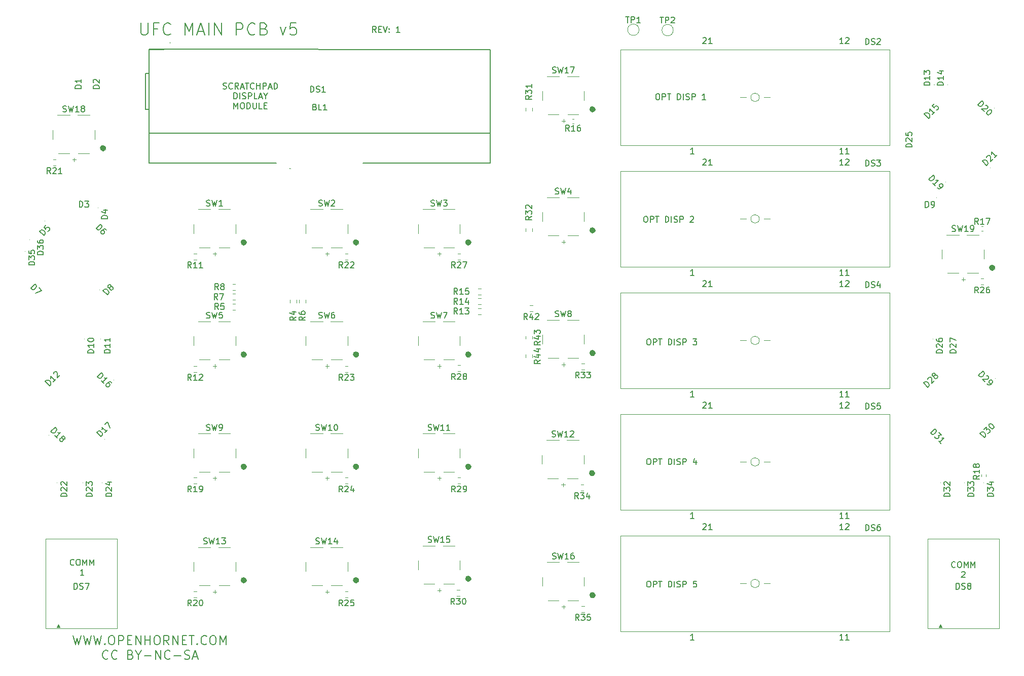
<source format=gbr>
G04 #@! TF.GenerationSoftware,KiCad,Pcbnew,(5.1.9)-1*
G04 #@! TF.CreationDate,2022-08-26T11:24:35-06:00*
G04 #@! TF.ProjectId,ufc_v5_main,7566635f-7635-45f6-9d61-696e2e6b6963,rev?*
G04 #@! TF.SameCoordinates,Original*
G04 #@! TF.FileFunction,Legend,Top*
G04 #@! TF.FilePolarity,Positive*
%FSLAX46Y46*%
G04 Gerber Fmt 4.6, Leading zero omitted, Abs format (unit mm)*
G04 Created by KiCad (PCBNEW (5.1.9)-1) date 2022-08-26 11:24:35*
%MOMM*%
%LPD*%
G01*
G04 APERTURE LIST*
%ADD10C,0.200000*%
%ADD11C,0.150000*%
%ADD12C,0.120000*%
%ADD13C,0.100000*%
G04 APERTURE END LIST*
D10*
X96795211Y-194653571D02*
X97152354Y-196153571D01*
X97438068Y-195082142D01*
X97723782Y-196153571D01*
X98080925Y-194653571D01*
X98509497Y-194653571D02*
X98866640Y-196153571D01*
X99152354Y-195082142D01*
X99438068Y-196153571D01*
X99795211Y-194653571D01*
X100223782Y-194653571D02*
X100580925Y-196153571D01*
X100866640Y-195082142D01*
X101152354Y-196153571D01*
X101509497Y-194653571D01*
X102080925Y-196010714D02*
X102152354Y-196082142D01*
X102080925Y-196153571D01*
X102009497Y-196082142D01*
X102080925Y-196010714D01*
X102080925Y-196153571D01*
X103080925Y-194653571D02*
X103366640Y-194653571D01*
X103509497Y-194725000D01*
X103652354Y-194867857D01*
X103723782Y-195153571D01*
X103723782Y-195653571D01*
X103652354Y-195939285D01*
X103509497Y-196082142D01*
X103366640Y-196153571D01*
X103080925Y-196153571D01*
X102938068Y-196082142D01*
X102795211Y-195939285D01*
X102723782Y-195653571D01*
X102723782Y-195153571D01*
X102795211Y-194867857D01*
X102938068Y-194725000D01*
X103080925Y-194653571D01*
X104366640Y-196153571D02*
X104366640Y-194653571D01*
X104938068Y-194653571D01*
X105080925Y-194725000D01*
X105152354Y-194796428D01*
X105223782Y-194939285D01*
X105223782Y-195153571D01*
X105152354Y-195296428D01*
X105080925Y-195367857D01*
X104938068Y-195439285D01*
X104366640Y-195439285D01*
X105866640Y-195367857D02*
X106366640Y-195367857D01*
X106580925Y-196153571D02*
X105866640Y-196153571D01*
X105866640Y-194653571D01*
X106580925Y-194653571D01*
X107223782Y-196153571D02*
X107223782Y-194653571D01*
X108080925Y-196153571D01*
X108080925Y-194653571D01*
X108795211Y-196153571D02*
X108795211Y-194653571D01*
X108795211Y-195367857D02*
X109652354Y-195367857D01*
X109652354Y-196153571D02*
X109652354Y-194653571D01*
X110652354Y-194653571D02*
X110938068Y-194653571D01*
X111080925Y-194725000D01*
X111223782Y-194867857D01*
X111295211Y-195153571D01*
X111295211Y-195653571D01*
X111223782Y-195939285D01*
X111080925Y-196082142D01*
X110938068Y-196153571D01*
X110652354Y-196153571D01*
X110509497Y-196082142D01*
X110366640Y-195939285D01*
X110295211Y-195653571D01*
X110295211Y-195153571D01*
X110366640Y-194867857D01*
X110509497Y-194725000D01*
X110652354Y-194653571D01*
X112795211Y-196153571D02*
X112295211Y-195439285D01*
X111938068Y-196153571D02*
X111938068Y-194653571D01*
X112509497Y-194653571D01*
X112652354Y-194725000D01*
X112723782Y-194796428D01*
X112795211Y-194939285D01*
X112795211Y-195153571D01*
X112723782Y-195296428D01*
X112652354Y-195367857D01*
X112509497Y-195439285D01*
X111938068Y-195439285D01*
X113438068Y-196153571D02*
X113438068Y-194653571D01*
X114295211Y-196153571D01*
X114295211Y-194653571D01*
X115009497Y-195367857D02*
X115509497Y-195367857D01*
X115723782Y-196153571D02*
X115009497Y-196153571D01*
X115009497Y-194653571D01*
X115723782Y-194653571D01*
X116152354Y-194653571D02*
X117009497Y-194653571D01*
X116580925Y-196153571D02*
X116580925Y-194653571D01*
X117509497Y-196010714D02*
X117580925Y-196082142D01*
X117509497Y-196153571D01*
X117438068Y-196082142D01*
X117509497Y-196010714D01*
X117509497Y-196153571D01*
X119080925Y-196010714D02*
X119009497Y-196082142D01*
X118795211Y-196153571D01*
X118652354Y-196153571D01*
X118438068Y-196082142D01*
X118295211Y-195939285D01*
X118223782Y-195796428D01*
X118152354Y-195510714D01*
X118152354Y-195296428D01*
X118223782Y-195010714D01*
X118295211Y-194867857D01*
X118438068Y-194725000D01*
X118652354Y-194653571D01*
X118795211Y-194653571D01*
X119009497Y-194725000D01*
X119080925Y-194796428D01*
X120009497Y-194653571D02*
X120295211Y-194653571D01*
X120438068Y-194725000D01*
X120580925Y-194867857D01*
X120652354Y-195153571D01*
X120652354Y-195653571D01*
X120580925Y-195939285D01*
X120438068Y-196082142D01*
X120295211Y-196153571D01*
X120009497Y-196153571D01*
X119866640Y-196082142D01*
X119723782Y-195939285D01*
X119652354Y-195653571D01*
X119652354Y-195153571D01*
X119723782Y-194867857D01*
X119866640Y-194725000D01*
X120009497Y-194653571D01*
X121295211Y-196153571D02*
X121295211Y-194653571D01*
X121795211Y-195725000D01*
X122295211Y-194653571D01*
X122295211Y-196153571D01*
X102616640Y-198460714D02*
X102545211Y-198532142D01*
X102330925Y-198603571D01*
X102188068Y-198603571D01*
X101973782Y-198532142D01*
X101830925Y-198389285D01*
X101759497Y-198246428D01*
X101688068Y-197960714D01*
X101688068Y-197746428D01*
X101759497Y-197460714D01*
X101830925Y-197317857D01*
X101973782Y-197175000D01*
X102188068Y-197103571D01*
X102330925Y-197103571D01*
X102545211Y-197175000D01*
X102616640Y-197246428D01*
X104116640Y-198460714D02*
X104045211Y-198532142D01*
X103830925Y-198603571D01*
X103688068Y-198603571D01*
X103473782Y-198532142D01*
X103330925Y-198389285D01*
X103259497Y-198246428D01*
X103188068Y-197960714D01*
X103188068Y-197746428D01*
X103259497Y-197460714D01*
X103330925Y-197317857D01*
X103473782Y-197175000D01*
X103688068Y-197103571D01*
X103830925Y-197103571D01*
X104045211Y-197175000D01*
X104116640Y-197246428D01*
X106402354Y-197817857D02*
X106616640Y-197889285D01*
X106688068Y-197960714D01*
X106759497Y-198103571D01*
X106759497Y-198317857D01*
X106688068Y-198460714D01*
X106616640Y-198532142D01*
X106473782Y-198603571D01*
X105902354Y-198603571D01*
X105902354Y-197103571D01*
X106402354Y-197103571D01*
X106545211Y-197175000D01*
X106616640Y-197246428D01*
X106688068Y-197389285D01*
X106688068Y-197532142D01*
X106616640Y-197675000D01*
X106545211Y-197746428D01*
X106402354Y-197817857D01*
X105902354Y-197817857D01*
X107688068Y-197889285D02*
X107688068Y-198603571D01*
X107188068Y-197103571D02*
X107688068Y-197889285D01*
X108188068Y-197103571D01*
X108688068Y-198032142D02*
X109830925Y-198032142D01*
X110545211Y-198603571D02*
X110545211Y-197103571D01*
X111402354Y-198603571D01*
X111402354Y-197103571D01*
X112973782Y-198460714D02*
X112902354Y-198532142D01*
X112688068Y-198603571D01*
X112545211Y-198603571D01*
X112330925Y-198532142D01*
X112188068Y-198389285D01*
X112116640Y-198246428D01*
X112045211Y-197960714D01*
X112045211Y-197746428D01*
X112116640Y-197460714D01*
X112188068Y-197317857D01*
X112330925Y-197175000D01*
X112545211Y-197103571D01*
X112688068Y-197103571D01*
X112902354Y-197175000D01*
X112973782Y-197246428D01*
X113616640Y-198032142D02*
X114759497Y-198032142D01*
X115402354Y-198532142D02*
X115616640Y-198603571D01*
X115973782Y-198603571D01*
X116116640Y-198532142D01*
X116188068Y-198460714D01*
X116259497Y-198317857D01*
X116259497Y-198175000D01*
X116188068Y-198032142D01*
X116116640Y-197960714D01*
X115973782Y-197889285D01*
X115688068Y-197817857D01*
X115545211Y-197746428D01*
X115473782Y-197675000D01*
X115402354Y-197532142D01*
X115402354Y-197389285D01*
X115473782Y-197246428D01*
X115545211Y-197175000D01*
X115688068Y-197103571D01*
X116045211Y-197103571D01*
X116259497Y-197175000D01*
X116830925Y-198175000D02*
X117545211Y-198175000D01*
X116688068Y-198603571D02*
X117188068Y-197103571D01*
X117688068Y-198603571D01*
D11*
X147396233Y-93758380D02*
X147062900Y-93282190D01*
X146824804Y-93758380D02*
X146824804Y-92758380D01*
X147205757Y-92758380D01*
X147300995Y-92806000D01*
X147348614Y-92853619D01*
X147396233Y-92948857D01*
X147396233Y-93091714D01*
X147348614Y-93186952D01*
X147300995Y-93234571D01*
X147205757Y-93282190D01*
X146824804Y-93282190D01*
X147824804Y-93234571D02*
X148158138Y-93234571D01*
X148300995Y-93758380D02*
X147824804Y-93758380D01*
X147824804Y-92758380D01*
X148300995Y-92758380D01*
X148586709Y-92758380D02*
X148920042Y-93758380D01*
X149253376Y-92758380D01*
X149586709Y-93663142D02*
X149634328Y-93710761D01*
X149586709Y-93758380D01*
X149539090Y-93710761D01*
X149586709Y-93663142D01*
X149586709Y-93758380D01*
X149586709Y-93139333D02*
X149634328Y-93186952D01*
X149586709Y-93234571D01*
X149539090Y-93186952D01*
X149586709Y-93139333D01*
X149586709Y-93234571D01*
X151348614Y-93758380D02*
X150777185Y-93758380D01*
X151062900Y-93758380D02*
X151062900Y-92758380D01*
X150967661Y-92901238D01*
X150872423Y-92996476D01*
X150777185Y-93044095D01*
D10*
X108110519Y-92210761D02*
X108110519Y-93829809D01*
X108205757Y-94020285D01*
X108300995Y-94115523D01*
X108491471Y-94210761D01*
X108872423Y-94210761D01*
X109062900Y-94115523D01*
X109158138Y-94020285D01*
X109253376Y-93829809D01*
X109253376Y-92210761D01*
X110872423Y-93163142D02*
X110205757Y-93163142D01*
X110205757Y-94210761D02*
X110205757Y-92210761D01*
X111158138Y-92210761D01*
X113062900Y-94020285D02*
X112967661Y-94115523D01*
X112681947Y-94210761D01*
X112491471Y-94210761D01*
X112205757Y-94115523D01*
X112015280Y-93925047D01*
X111920042Y-93734571D01*
X111824804Y-93353619D01*
X111824804Y-93067904D01*
X111920042Y-92686952D01*
X112015280Y-92496476D01*
X112205757Y-92306000D01*
X112491471Y-92210761D01*
X112681947Y-92210761D01*
X112967661Y-92306000D01*
X113062900Y-92401238D01*
X115443852Y-94210761D02*
X115443852Y-92210761D01*
X116110519Y-93639333D01*
X116777185Y-92210761D01*
X116777185Y-94210761D01*
X117634328Y-93639333D02*
X118586709Y-93639333D01*
X117443852Y-94210761D02*
X118110519Y-92210761D01*
X118777185Y-94210761D01*
X119443852Y-94210761D02*
X119443852Y-92210761D01*
X120396233Y-94210761D02*
X120396233Y-92210761D01*
X121539090Y-94210761D01*
X121539090Y-92210761D01*
X124015280Y-94210761D02*
X124015280Y-92210761D01*
X124777185Y-92210761D01*
X124967661Y-92306000D01*
X125062900Y-92401238D01*
X125158138Y-92591714D01*
X125158138Y-92877428D01*
X125062900Y-93067904D01*
X124967661Y-93163142D01*
X124777185Y-93258380D01*
X124015280Y-93258380D01*
X127158138Y-94020285D02*
X127062900Y-94115523D01*
X126777185Y-94210761D01*
X126586709Y-94210761D01*
X126300995Y-94115523D01*
X126110519Y-93925047D01*
X126015280Y-93734571D01*
X125920042Y-93353619D01*
X125920042Y-93067904D01*
X126015280Y-92686952D01*
X126110519Y-92496476D01*
X126300995Y-92306000D01*
X126586709Y-92210761D01*
X126777185Y-92210761D01*
X127062900Y-92306000D01*
X127158138Y-92401238D01*
X128681947Y-93163142D02*
X128967661Y-93258380D01*
X129062900Y-93353619D01*
X129158138Y-93544095D01*
X129158138Y-93829809D01*
X129062900Y-94020285D01*
X128967661Y-94115523D01*
X128777185Y-94210761D01*
X128015280Y-94210761D01*
X128015280Y-92210761D01*
X128681947Y-92210761D01*
X128872423Y-92306000D01*
X128967661Y-92401238D01*
X129062900Y-92591714D01*
X129062900Y-92782190D01*
X128967661Y-92972666D01*
X128872423Y-93067904D01*
X128681947Y-93163142D01*
X128015280Y-93163142D01*
X131348614Y-92877428D02*
X131824804Y-94210761D01*
X132300995Y-92877428D01*
X134015280Y-92210761D02*
X133062900Y-92210761D01*
X132967661Y-93163142D01*
X133062900Y-93067904D01*
X133253376Y-92972666D01*
X133729566Y-92972666D01*
X133920042Y-93067904D01*
X134015280Y-93163142D01*
X134110519Y-93353619D01*
X134110519Y-93829809D01*
X134015280Y-94020285D01*
X133920042Y-94115523D01*
X133729566Y-94210761D01*
X133253376Y-94210761D01*
X133062900Y-94115523D01*
X132967661Y-94020285D01*
D11*
X244111857Y-183170142D02*
X244064238Y-183217761D01*
X243921380Y-183265380D01*
X243826142Y-183265380D01*
X243683285Y-183217761D01*
X243588047Y-183122523D01*
X243540428Y-183027285D01*
X243492809Y-182836809D01*
X243492809Y-182693952D01*
X243540428Y-182503476D01*
X243588047Y-182408238D01*
X243683285Y-182313000D01*
X243826142Y-182265380D01*
X243921380Y-182265380D01*
X244064238Y-182313000D01*
X244111857Y-182360619D01*
X244730904Y-182265380D02*
X244921380Y-182265380D01*
X245016619Y-182313000D01*
X245111857Y-182408238D01*
X245159476Y-182598714D01*
X245159476Y-182932047D01*
X245111857Y-183122523D01*
X245016619Y-183217761D01*
X244921380Y-183265380D01*
X244730904Y-183265380D01*
X244635666Y-183217761D01*
X244540428Y-183122523D01*
X244492809Y-182932047D01*
X244492809Y-182598714D01*
X244540428Y-182408238D01*
X244635666Y-182313000D01*
X244730904Y-182265380D01*
X245588047Y-183265380D02*
X245588047Y-182265380D01*
X245921380Y-182979666D01*
X246254714Y-182265380D01*
X246254714Y-183265380D01*
X246730904Y-183265380D02*
X246730904Y-182265380D01*
X247064238Y-182979666D01*
X247397571Y-182265380D01*
X247397571Y-183265380D01*
X245183285Y-184010619D02*
X245230904Y-183963000D01*
X245326142Y-183915380D01*
X245564238Y-183915380D01*
X245659476Y-183963000D01*
X245707095Y-184010619D01*
X245754714Y-184105857D01*
X245754714Y-184201095D01*
X245707095Y-184343952D01*
X245135666Y-184915380D01*
X245754714Y-184915380D01*
X96918857Y-182789142D02*
X96871238Y-182836761D01*
X96728380Y-182884380D01*
X96633142Y-182884380D01*
X96490285Y-182836761D01*
X96395047Y-182741523D01*
X96347428Y-182646285D01*
X96299809Y-182455809D01*
X96299809Y-182312952D01*
X96347428Y-182122476D01*
X96395047Y-182027238D01*
X96490285Y-181932000D01*
X96633142Y-181884380D01*
X96728380Y-181884380D01*
X96871238Y-181932000D01*
X96918857Y-181979619D01*
X97537904Y-181884380D02*
X97728380Y-181884380D01*
X97823619Y-181932000D01*
X97918857Y-182027238D01*
X97966476Y-182217714D01*
X97966476Y-182551047D01*
X97918857Y-182741523D01*
X97823619Y-182836761D01*
X97728380Y-182884380D01*
X97537904Y-182884380D01*
X97442666Y-182836761D01*
X97347428Y-182741523D01*
X97299809Y-182551047D01*
X97299809Y-182217714D01*
X97347428Y-182027238D01*
X97442666Y-181932000D01*
X97537904Y-181884380D01*
X98395047Y-182884380D02*
X98395047Y-181884380D01*
X98728380Y-182598666D01*
X99061714Y-181884380D01*
X99061714Y-182884380D01*
X99537904Y-182884380D02*
X99537904Y-181884380D01*
X99871238Y-182598666D01*
X100204571Y-181884380D01*
X100204571Y-182884380D01*
X98561714Y-184534380D02*
X97990285Y-184534380D01*
X98276000Y-184534380D02*
X98276000Y-183534380D01*
X98180761Y-183677238D01*
X98085523Y-183772476D01*
X97990285Y-183820095D01*
X192828428Y-185535380D02*
X193018904Y-185535380D01*
X193114142Y-185583000D01*
X193209380Y-185678238D01*
X193257000Y-185868714D01*
X193257000Y-186202047D01*
X193209380Y-186392523D01*
X193114142Y-186487761D01*
X193018904Y-186535380D01*
X192828428Y-186535380D01*
X192733190Y-186487761D01*
X192637952Y-186392523D01*
X192590333Y-186202047D01*
X192590333Y-185868714D01*
X192637952Y-185678238D01*
X192733190Y-185583000D01*
X192828428Y-185535380D01*
X193685571Y-186535380D02*
X193685571Y-185535380D01*
X194066523Y-185535380D01*
X194161761Y-185583000D01*
X194209380Y-185630619D01*
X194257000Y-185725857D01*
X194257000Y-185868714D01*
X194209380Y-185963952D01*
X194161761Y-186011571D01*
X194066523Y-186059190D01*
X193685571Y-186059190D01*
X194542714Y-185535380D02*
X195114142Y-185535380D01*
X194828428Y-186535380D02*
X194828428Y-185535380D01*
X196209380Y-186535380D02*
X196209380Y-185535380D01*
X196447476Y-185535380D01*
X196590333Y-185583000D01*
X196685571Y-185678238D01*
X196733190Y-185773476D01*
X196780809Y-185963952D01*
X196780809Y-186106809D01*
X196733190Y-186297285D01*
X196685571Y-186392523D01*
X196590333Y-186487761D01*
X196447476Y-186535380D01*
X196209380Y-186535380D01*
X197209380Y-186535380D02*
X197209380Y-185535380D01*
X197637952Y-186487761D02*
X197780809Y-186535380D01*
X198018904Y-186535380D01*
X198114142Y-186487761D01*
X198161761Y-186440142D01*
X198209380Y-186344904D01*
X198209380Y-186249666D01*
X198161761Y-186154428D01*
X198114142Y-186106809D01*
X198018904Y-186059190D01*
X197828428Y-186011571D01*
X197733190Y-185963952D01*
X197685571Y-185916333D01*
X197637952Y-185821095D01*
X197637952Y-185725857D01*
X197685571Y-185630619D01*
X197733190Y-185583000D01*
X197828428Y-185535380D01*
X198066523Y-185535380D01*
X198209380Y-185583000D01*
X198637952Y-186535380D02*
X198637952Y-185535380D01*
X199018904Y-185535380D01*
X199114142Y-185583000D01*
X199161761Y-185630619D01*
X199209380Y-185725857D01*
X199209380Y-185868714D01*
X199161761Y-185963952D01*
X199114142Y-186011571D01*
X199018904Y-186059190D01*
X198637952Y-186059190D01*
X200876047Y-185535380D02*
X200399857Y-185535380D01*
X200352238Y-186011571D01*
X200399857Y-185963952D01*
X200495095Y-185916333D01*
X200733190Y-185916333D01*
X200828428Y-185963952D01*
X200876047Y-186011571D01*
X200923666Y-186106809D01*
X200923666Y-186344904D01*
X200876047Y-186440142D01*
X200828428Y-186487761D01*
X200733190Y-186535380D01*
X200495095Y-186535380D01*
X200399857Y-186487761D01*
X200352238Y-186440142D01*
X192828428Y-165035380D02*
X193018904Y-165035380D01*
X193114142Y-165083000D01*
X193209380Y-165178238D01*
X193257000Y-165368714D01*
X193257000Y-165702047D01*
X193209380Y-165892523D01*
X193114142Y-165987761D01*
X193018904Y-166035380D01*
X192828428Y-166035380D01*
X192733190Y-165987761D01*
X192637952Y-165892523D01*
X192590333Y-165702047D01*
X192590333Y-165368714D01*
X192637952Y-165178238D01*
X192733190Y-165083000D01*
X192828428Y-165035380D01*
X193685571Y-166035380D02*
X193685571Y-165035380D01*
X194066523Y-165035380D01*
X194161761Y-165083000D01*
X194209380Y-165130619D01*
X194257000Y-165225857D01*
X194257000Y-165368714D01*
X194209380Y-165463952D01*
X194161761Y-165511571D01*
X194066523Y-165559190D01*
X193685571Y-165559190D01*
X194542714Y-165035380D02*
X195114142Y-165035380D01*
X194828428Y-166035380D02*
X194828428Y-165035380D01*
X196209380Y-166035380D02*
X196209380Y-165035380D01*
X196447476Y-165035380D01*
X196590333Y-165083000D01*
X196685571Y-165178238D01*
X196733190Y-165273476D01*
X196780809Y-165463952D01*
X196780809Y-165606809D01*
X196733190Y-165797285D01*
X196685571Y-165892523D01*
X196590333Y-165987761D01*
X196447476Y-166035380D01*
X196209380Y-166035380D01*
X197209380Y-166035380D02*
X197209380Y-165035380D01*
X197637952Y-165987761D02*
X197780809Y-166035380D01*
X198018904Y-166035380D01*
X198114142Y-165987761D01*
X198161761Y-165940142D01*
X198209380Y-165844904D01*
X198209380Y-165749666D01*
X198161761Y-165654428D01*
X198114142Y-165606809D01*
X198018904Y-165559190D01*
X197828428Y-165511571D01*
X197733190Y-165463952D01*
X197685571Y-165416333D01*
X197637952Y-165321095D01*
X197637952Y-165225857D01*
X197685571Y-165130619D01*
X197733190Y-165083000D01*
X197828428Y-165035380D01*
X198066523Y-165035380D01*
X198209380Y-165083000D01*
X198637952Y-166035380D02*
X198637952Y-165035380D01*
X199018904Y-165035380D01*
X199114142Y-165083000D01*
X199161761Y-165130619D01*
X199209380Y-165225857D01*
X199209380Y-165368714D01*
X199161761Y-165463952D01*
X199114142Y-165511571D01*
X199018904Y-165559190D01*
X198637952Y-165559190D01*
X200828428Y-165368714D02*
X200828428Y-166035380D01*
X200590333Y-164987761D02*
X200352238Y-165702047D01*
X200971285Y-165702047D01*
X192828428Y-145035380D02*
X193018904Y-145035380D01*
X193114142Y-145083000D01*
X193209380Y-145178238D01*
X193257000Y-145368714D01*
X193257000Y-145702047D01*
X193209380Y-145892523D01*
X193114142Y-145987761D01*
X193018904Y-146035380D01*
X192828428Y-146035380D01*
X192733190Y-145987761D01*
X192637952Y-145892523D01*
X192590333Y-145702047D01*
X192590333Y-145368714D01*
X192637952Y-145178238D01*
X192733190Y-145083000D01*
X192828428Y-145035380D01*
X193685571Y-146035380D02*
X193685571Y-145035380D01*
X194066523Y-145035380D01*
X194161761Y-145083000D01*
X194209380Y-145130619D01*
X194257000Y-145225857D01*
X194257000Y-145368714D01*
X194209380Y-145463952D01*
X194161761Y-145511571D01*
X194066523Y-145559190D01*
X193685571Y-145559190D01*
X194542714Y-145035380D02*
X195114142Y-145035380D01*
X194828428Y-146035380D02*
X194828428Y-145035380D01*
X196209380Y-146035380D02*
X196209380Y-145035380D01*
X196447476Y-145035380D01*
X196590333Y-145083000D01*
X196685571Y-145178238D01*
X196733190Y-145273476D01*
X196780809Y-145463952D01*
X196780809Y-145606809D01*
X196733190Y-145797285D01*
X196685571Y-145892523D01*
X196590333Y-145987761D01*
X196447476Y-146035380D01*
X196209380Y-146035380D01*
X197209380Y-146035380D02*
X197209380Y-145035380D01*
X197637952Y-145987761D02*
X197780809Y-146035380D01*
X198018904Y-146035380D01*
X198114142Y-145987761D01*
X198161761Y-145940142D01*
X198209380Y-145844904D01*
X198209380Y-145749666D01*
X198161761Y-145654428D01*
X198114142Y-145606809D01*
X198018904Y-145559190D01*
X197828428Y-145511571D01*
X197733190Y-145463952D01*
X197685571Y-145416333D01*
X197637952Y-145321095D01*
X197637952Y-145225857D01*
X197685571Y-145130619D01*
X197733190Y-145083000D01*
X197828428Y-145035380D01*
X198066523Y-145035380D01*
X198209380Y-145083000D01*
X198637952Y-146035380D02*
X198637952Y-145035380D01*
X199018904Y-145035380D01*
X199114142Y-145083000D01*
X199161761Y-145130619D01*
X199209380Y-145225857D01*
X199209380Y-145368714D01*
X199161761Y-145463952D01*
X199114142Y-145511571D01*
X199018904Y-145559190D01*
X198637952Y-145559190D01*
X200304619Y-145035380D02*
X200923666Y-145035380D01*
X200590333Y-145416333D01*
X200733190Y-145416333D01*
X200828428Y-145463952D01*
X200876047Y-145511571D01*
X200923666Y-145606809D01*
X200923666Y-145844904D01*
X200876047Y-145940142D01*
X200828428Y-145987761D01*
X200733190Y-146035380D01*
X200447476Y-146035380D01*
X200352238Y-145987761D01*
X200304619Y-145940142D01*
X192328428Y-124535380D02*
X192518904Y-124535380D01*
X192614142Y-124583000D01*
X192709380Y-124678238D01*
X192757000Y-124868714D01*
X192757000Y-125202047D01*
X192709380Y-125392523D01*
X192614142Y-125487761D01*
X192518904Y-125535380D01*
X192328428Y-125535380D01*
X192233190Y-125487761D01*
X192137952Y-125392523D01*
X192090333Y-125202047D01*
X192090333Y-124868714D01*
X192137952Y-124678238D01*
X192233190Y-124583000D01*
X192328428Y-124535380D01*
X193185571Y-125535380D02*
X193185571Y-124535380D01*
X193566523Y-124535380D01*
X193661761Y-124583000D01*
X193709380Y-124630619D01*
X193757000Y-124725857D01*
X193757000Y-124868714D01*
X193709380Y-124963952D01*
X193661761Y-125011571D01*
X193566523Y-125059190D01*
X193185571Y-125059190D01*
X194042714Y-124535380D02*
X194614142Y-124535380D01*
X194328428Y-125535380D02*
X194328428Y-124535380D01*
X195709380Y-125535380D02*
X195709380Y-124535380D01*
X195947476Y-124535380D01*
X196090333Y-124583000D01*
X196185571Y-124678238D01*
X196233190Y-124773476D01*
X196280809Y-124963952D01*
X196280809Y-125106809D01*
X196233190Y-125297285D01*
X196185571Y-125392523D01*
X196090333Y-125487761D01*
X195947476Y-125535380D01*
X195709380Y-125535380D01*
X196709380Y-125535380D02*
X196709380Y-124535380D01*
X197137952Y-125487761D02*
X197280809Y-125535380D01*
X197518904Y-125535380D01*
X197614142Y-125487761D01*
X197661761Y-125440142D01*
X197709380Y-125344904D01*
X197709380Y-125249666D01*
X197661761Y-125154428D01*
X197614142Y-125106809D01*
X197518904Y-125059190D01*
X197328428Y-125011571D01*
X197233190Y-124963952D01*
X197185571Y-124916333D01*
X197137952Y-124821095D01*
X197137952Y-124725857D01*
X197185571Y-124630619D01*
X197233190Y-124583000D01*
X197328428Y-124535380D01*
X197566523Y-124535380D01*
X197709380Y-124583000D01*
X198137952Y-125535380D02*
X198137952Y-124535380D01*
X198518904Y-124535380D01*
X198614142Y-124583000D01*
X198661761Y-124630619D01*
X198709380Y-124725857D01*
X198709380Y-124868714D01*
X198661761Y-124963952D01*
X198614142Y-125011571D01*
X198518904Y-125059190D01*
X198137952Y-125059190D01*
X199852238Y-124630619D02*
X199899857Y-124583000D01*
X199995095Y-124535380D01*
X200233190Y-124535380D01*
X200328428Y-124583000D01*
X200376047Y-124630619D01*
X200423666Y-124725857D01*
X200423666Y-124821095D01*
X200376047Y-124963952D01*
X199804619Y-125535380D01*
X200423666Y-125535380D01*
X194328428Y-104035380D02*
X194518904Y-104035380D01*
X194614142Y-104083000D01*
X194709380Y-104178238D01*
X194757000Y-104368714D01*
X194757000Y-104702047D01*
X194709380Y-104892523D01*
X194614142Y-104987761D01*
X194518904Y-105035380D01*
X194328428Y-105035380D01*
X194233190Y-104987761D01*
X194137952Y-104892523D01*
X194090333Y-104702047D01*
X194090333Y-104368714D01*
X194137952Y-104178238D01*
X194233190Y-104083000D01*
X194328428Y-104035380D01*
X195185571Y-105035380D02*
X195185571Y-104035380D01*
X195566523Y-104035380D01*
X195661761Y-104083000D01*
X195709380Y-104130619D01*
X195757000Y-104225857D01*
X195757000Y-104368714D01*
X195709380Y-104463952D01*
X195661761Y-104511571D01*
X195566523Y-104559190D01*
X195185571Y-104559190D01*
X196042714Y-104035380D02*
X196614142Y-104035380D01*
X196328428Y-105035380D02*
X196328428Y-104035380D01*
X197709380Y-105035380D02*
X197709380Y-104035380D01*
X197947476Y-104035380D01*
X198090333Y-104083000D01*
X198185571Y-104178238D01*
X198233190Y-104273476D01*
X198280809Y-104463952D01*
X198280809Y-104606809D01*
X198233190Y-104797285D01*
X198185571Y-104892523D01*
X198090333Y-104987761D01*
X197947476Y-105035380D01*
X197709380Y-105035380D01*
X198709380Y-105035380D02*
X198709380Y-104035380D01*
X199137952Y-104987761D02*
X199280809Y-105035380D01*
X199518904Y-105035380D01*
X199614142Y-104987761D01*
X199661761Y-104940142D01*
X199709380Y-104844904D01*
X199709380Y-104749666D01*
X199661761Y-104654428D01*
X199614142Y-104606809D01*
X199518904Y-104559190D01*
X199328428Y-104511571D01*
X199233190Y-104463952D01*
X199185571Y-104416333D01*
X199137952Y-104321095D01*
X199137952Y-104225857D01*
X199185571Y-104130619D01*
X199233190Y-104083000D01*
X199328428Y-104035380D01*
X199566523Y-104035380D01*
X199709380Y-104083000D01*
X200137952Y-105035380D02*
X200137952Y-104035380D01*
X200518904Y-104035380D01*
X200614142Y-104083000D01*
X200661761Y-104130619D01*
X200709380Y-104225857D01*
X200709380Y-104368714D01*
X200661761Y-104463952D01*
X200614142Y-104511571D01*
X200518904Y-104559190D01*
X200137952Y-104559190D01*
X202423666Y-105035380D02*
X201852238Y-105035380D01*
X202137952Y-105035380D02*
X202137952Y-104035380D01*
X202042714Y-104178238D01*
X201947476Y-104273476D01*
X201852238Y-104321095D01*
X121818652Y-103191659D02*
X121961510Y-103239278D01*
X122199605Y-103239278D01*
X122294843Y-103191659D01*
X122342462Y-103144040D01*
X122390081Y-103048802D01*
X122390081Y-102953564D01*
X122342462Y-102858326D01*
X122294843Y-102810707D01*
X122199605Y-102763088D01*
X122009129Y-102715469D01*
X121913891Y-102667850D01*
X121866272Y-102620231D01*
X121818652Y-102524993D01*
X121818652Y-102429755D01*
X121866272Y-102334517D01*
X121913891Y-102286898D01*
X122009129Y-102239278D01*
X122247224Y-102239278D01*
X122390081Y-102286898D01*
X123390081Y-103144040D02*
X123342462Y-103191659D01*
X123199605Y-103239278D01*
X123104367Y-103239278D01*
X122961510Y-103191659D01*
X122866272Y-103096421D01*
X122818652Y-103001183D01*
X122771033Y-102810707D01*
X122771033Y-102667850D01*
X122818652Y-102477374D01*
X122866272Y-102382136D01*
X122961510Y-102286898D01*
X123104367Y-102239278D01*
X123199605Y-102239278D01*
X123342462Y-102286898D01*
X123390081Y-102334517D01*
X124390081Y-103239278D02*
X124056748Y-102763088D01*
X123818652Y-103239278D02*
X123818652Y-102239278D01*
X124199605Y-102239278D01*
X124294843Y-102286898D01*
X124342462Y-102334517D01*
X124390081Y-102429755D01*
X124390081Y-102572612D01*
X124342462Y-102667850D01*
X124294843Y-102715469D01*
X124199605Y-102763088D01*
X123818652Y-102763088D01*
X124771033Y-102953564D02*
X125247224Y-102953564D01*
X124675795Y-103239278D02*
X125009129Y-102239278D01*
X125342462Y-103239278D01*
X125532938Y-102239278D02*
X126104367Y-102239278D01*
X125818652Y-103239278D02*
X125818652Y-102239278D01*
X127009129Y-103144040D02*
X126961510Y-103191659D01*
X126818652Y-103239278D01*
X126723414Y-103239278D01*
X126580557Y-103191659D01*
X126485319Y-103096421D01*
X126437700Y-103001183D01*
X126390081Y-102810707D01*
X126390081Y-102667850D01*
X126437700Y-102477374D01*
X126485319Y-102382136D01*
X126580557Y-102286898D01*
X126723414Y-102239278D01*
X126818652Y-102239278D01*
X126961510Y-102286898D01*
X127009129Y-102334517D01*
X127437700Y-103239278D02*
X127437700Y-102239278D01*
X127437700Y-102715469D02*
X128009129Y-102715469D01*
X128009129Y-103239278D02*
X128009129Y-102239278D01*
X128485319Y-103239278D02*
X128485319Y-102239278D01*
X128866272Y-102239278D01*
X128961510Y-102286898D01*
X129009129Y-102334517D01*
X129056748Y-102429755D01*
X129056748Y-102572612D01*
X129009129Y-102667850D01*
X128961510Y-102715469D01*
X128866272Y-102763088D01*
X128485319Y-102763088D01*
X129437700Y-102953564D02*
X129913891Y-102953564D01*
X129342462Y-103239278D02*
X129675795Y-102239278D01*
X130009129Y-103239278D01*
X130342462Y-103239278D02*
X130342462Y-102239278D01*
X130580557Y-102239278D01*
X130723414Y-102286898D01*
X130818652Y-102382136D01*
X130866272Y-102477374D01*
X130913891Y-102667850D01*
X130913891Y-102810707D01*
X130866272Y-103001183D01*
X130818652Y-103096421D01*
X130723414Y-103191659D01*
X130580557Y-103239278D01*
X130342462Y-103239278D01*
X123628176Y-104889278D02*
X123628176Y-103889278D01*
X123866272Y-103889278D01*
X124009129Y-103936898D01*
X124104367Y-104032136D01*
X124151986Y-104127374D01*
X124199605Y-104317850D01*
X124199605Y-104460707D01*
X124151986Y-104651183D01*
X124104367Y-104746421D01*
X124009129Y-104841659D01*
X123866272Y-104889278D01*
X123628176Y-104889278D01*
X124628176Y-104889278D02*
X124628176Y-103889278D01*
X125056748Y-104841659D02*
X125199605Y-104889278D01*
X125437700Y-104889278D01*
X125532938Y-104841659D01*
X125580557Y-104794040D01*
X125628176Y-104698802D01*
X125628176Y-104603564D01*
X125580557Y-104508326D01*
X125532938Y-104460707D01*
X125437700Y-104413088D01*
X125247224Y-104365469D01*
X125151986Y-104317850D01*
X125104367Y-104270231D01*
X125056748Y-104174993D01*
X125056748Y-104079755D01*
X125104367Y-103984517D01*
X125151986Y-103936898D01*
X125247224Y-103889278D01*
X125485319Y-103889278D01*
X125628176Y-103936898D01*
X126056748Y-104889278D02*
X126056748Y-103889278D01*
X126437700Y-103889278D01*
X126532938Y-103936898D01*
X126580557Y-103984517D01*
X126628176Y-104079755D01*
X126628176Y-104222612D01*
X126580557Y-104317850D01*
X126532938Y-104365469D01*
X126437700Y-104413088D01*
X126056748Y-104413088D01*
X127532938Y-104889278D02*
X127056748Y-104889278D01*
X127056748Y-103889278D01*
X127818652Y-104603564D02*
X128294843Y-104603564D01*
X127723414Y-104889278D02*
X128056748Y-103889278D01*
X128390081Y-104889278D01*
X128913891Y-104413088D02*
X128913891Y-104889278D01*
X128580557Y-103889278D02*
X128913891Y-104413088D01*
X129247224Y-103889278D01*
X123628176Y-106539278D02*
X123628176Y-105539278D01*
X123961510Y-106253564D01*
X124294843Y-105539278D01*
X124294843Y-106539278D01*
X124961510Y-105539278D02*
X125151986Y-105539278D01*
X125247224Y-105586898D01*
X125342462Y-105682136D01*
X125390081Y-105872612D01*
X125390081Y-106205945D01*
X125342462Y-106396421D01*
X125247224Y-106491659D01*
X125151986Y-106539278D01*
X124961510Y-106539278D01*
X124866272Y-106491659D01*
X124771033Y-106396421D01*
X124723414Y-106205945D01*
X124723414Y-105872612D01*
X124771033Y-105682136D01*
X124866272Y-105586898D01*
X124961510Y-105539278D01*
X125818652Y-106539278D02*
X125818652Y-105539278D01*
X126056748Y-105539278D01*
X126199605Y-105586898D01*
X126294843Y-105682136D01*
X126342462Y-105777374D01*
X126390081Y-105967850D01*
X126390081Y-106110707D01*
X126342462Y-106301183D01*
X126294843Y-106396421D01*
X126199605Y-106491659D01*
X126056748Y-106539278D01*
X125818652Y-106539278D01*
X126818652Y-105539278D02*
X126818652Y-106348802D01*
X126866272Y-106444040D01*
X126913891Y-106491659D01*
X127009129Y-106539278D01*
X127199605Y-106539278D01*
X127294843Y-106491659D01*
X127342462Y-106444040D01*
X127390081Y-106348802D01*
X127390081Y-105539278D01*
X128342462Y-106539278D02*
X127866272Y-106539278D01*
X127866272Y-105539278D01*
X128675795Y-106015469D02*
X129009129Y-106015469D01*
X129151986Y-106539278D02*
X128675795Y-106539278D01*
X128675795Y-105539278D01*
X129151986Y-105539278D01*
D12*
X172384500Y-147668742D02*
X172384500Y-148143258D01*
X173429500Y-147668742D02*
X173429500Y-148143258D01*
X172384500Y-144556742D02*
X172384500Y-145031258D01*
X173429500Y-144556742D02*
X173429500Y-145031258D01*
X173525258Y-139382500D02*
X173050742Y-139382500D01*
X173525258Y-140427500D02*
X173050742Y-140427500D01*
X182161258Y-189674500D02*
X181686742Y-189674500D01*
X182161258Y-190719500D02*
X181686742Y-190719500D01*
X182034258Y-169354500D02*
X181559742Y-169354500D01*
X182034258Y-170399500D02*
X181559742Y-170399500D01*
X182161258Y-149161500D02*
X181686742Y-149161500D01*
X182161258Y-150206500D02*
X181686742Y-150206500D01*
X172384500Y-126586742D02*
X172384500Y-127061258D01*
X173429500Y-126586742D02*
X173429500Y-127061258D01*
X172384500Y-106393742D02*
X172384500Y-106868258D01*
X173429500Y-106393742D02*
X173429500Y-106868258D01*
X161333258Y-187007500D02*
X160858742Y-187007500D01*
X161333258Y-188052500D02*
X160858742Y-188052500D01*
X161460258Y-168211500D02*
X160985742Y-168211500D01*
X161460258Y-169256500D02*
X160985742Y-169256500D01*
X161460258Y-149415500D02*
X160985742Y-149415500D01*
X161460258Y-150460500D02*
X160985742Y-150460500D01*
X161460258Y-130746500D02*
X160985742Y-130746500D01*
X161460258Y-131791500D02*
X160985742Y-131791500D01*
X248836258Y-134937500D02*
X248361742Y-134937500D01*
X248836258Y-135982500D02*
X248361742Y-135982500D01*
X142664258Y-187261500D02*
X142189742Y-187261500D01*
X142664258Y-188306500D02*
X142189742Y-188306500D01*
X142664258Y-168211500D02*
X142189742Y-168211500D01*
X142664258Y-169256500D02*
X142189742Y-169256500D01*
X142664258Y-149542500D02*
X142189742Y-149542500D01*
X142664258Y-150587500D02*
X142189742Y-150587500D01*
X142664258Y-130746500D02*
X142189742Y-130746500D01*
X142664258Y-131791500D02*
X142189742Y-131791500D01*
X93895858Y-114998500D02*
X93421342Y-114998500D01*
X93895858Y-116043500D02*
X93421342Y-116043500D01*
X117391258Y-187261500D02*
X116916742Y-187261500D01*
X117391258Y-188306500D02*
X116916742Y-188306500D01*
X117391258Y-168211500D02*
X116916742Y-168211500D01*
X117391258Y-169256500D02*
X116916742Y-169256500D01*
X249233000Y-167998641D02*
X249233000Y-167691359D01*
X248473000Y-167998641D02*
X248473000Y-167691359D01*
X248445359Y-126950000D02*
X248752641Y-126950000D01*
X248445359Y-126190000D02*
X248752641Y-126190000D01*
X180426641Y-108283000D02*
X180119359Y-108283000D01*
X180426641Y-109043000D02*
X180119359Y-109043000D01*
X164414742Y-137633500D02*
X164889258Y-137633500D01*
X164414742Y-136588500D02*
X164889258Y-136588500D01*
X164889258Y-138239500D02*
X164414742Y-138239500D01*
X164889258Y-139284500D02*
X164414742Y-139284500D01*
X164414742Y-140935500D02*
X164889258Y-140935500D01*
X164414742Y-139890500D02*
X164889258Y-139890500D01*
X117391258Y-149542500D02*
X116916742Y-149542500D01*
X117391258Y-150587500D02*
X116916742Y-150587500D01*
X117391258Y-130746500D02*
X116916742Y-130746500D01*
X117391258Y-131791500D02*
X116916742Y-131791500D01*
X123393742Y-136871500D02*
X123868258Y-136871500D01*
X123393742Y-135826500D02*
X123868258Y-135826500D01*
X123868258Y-137477500D02*
X123393742Y-137477500D01*
X123868258Y-138522500D02*
X123393742Y-138522500D01*
X134538500Y-138524742D02*
X134538500Y-138999258D01*
X135583500Y-138524742D02*
X135583500Y-138999258D01*
X123868258Y-139128500D02*
X123393742Y-139128500D01*
X123868258Y-140173500D02*
X123393742Y-140173500D01*
X134059500Y-138999258D02*
X134059500Y-138524742D01*
X133014500Y-138999258D02*
X133014500Y-138524742D01*
D10*
X111950000Y-96643000D02*
X109450000Y-96643000D01*
X109450000Y-96643000D02*
X109450000Y-110643000D01*
X109450000Y-110643000D02*
X109450000Y-110643000D01*
X109450000Y-110643000D02*
X166450000Y-110643000D01*
X166450000Y-110643000D02*
X166450000Y-96643000D01*
X166450000Y-96643000D02*
X163950000Y-96643000D01*
X109450000Y-100643000D02*
X108850000Y-100643000D01*
X108850000Y-100643000D02*
X108850000Y-106643000D01*
X108850000Y-106643000D02*
X109450000Y-106643000D01*
D13*
X112950000Y-95443000D02*
X112950000Y-95443000D01*
X112950000Y-95543000D02*
X112950000Y-95543000D01*
X112950000Y-95443000D02*
G75*
G03*
X112950000Y-95543000I0J-50000D01*
G01*
X112950000Y-95543000D02*
G75*
G03*
X112950000Y-95443000I0J50000D01*
G01*
X133052000Y-116547000D02*
X133052000Y-116547000D01*
X132952000Y-116547000D02*
X132952000Y-116547000D01*
D10*
X127952000Y-115647000D02*
X130752000Y-115647000D01*
X148152000Y-115647000D02*
X145152000Y-115647000D01*
X109452000Y-115647000D02*
X127952000Y-115647000D01*
X109452000Y-96567000D02*
X109452000Y-115647000D01*
X166452000Y-96647000D02*
X109452000Y-96567000D01*
X166452000Y-96647000D02*
X166452000Y-96647000D01*
X166452000Y-115647000D02*
X166452000Y-96647000D01*
X166452000Y-115647000D02*
X166452000Y-115647000D01*
X147952000Y-115647000D02*
X166452000Y-115647000D01*
D13*
X132952000Y-116547000D02*
G75*
G03*
X133052000Y-116547000I50000J0D01*
G01*
X133052000Y-116547000D02*
G75*
G03*
X132952000Y-116547000I-50000J0D01*
G01*
D12*
X209176000Y-185924000D02*
X208176000Y-185924000D01*
X212176000Y-185924000D02*
X213176000Y-185924000D01*
X211383107Y-185924000D02*
G75*
G03*
X211383107Y-185924000I-707107J0D01*
G01*
X188176000Y-177924000D02*
X188176000Y-193924000D01*
X233176000Y-177924000D02*
X188176000Y-177924000D01*
X233176000Y-178924000D02*
X233176000Y-177924000D01*
X233176000Y-193924000D02*
X233176000Y-178924000D01*
X188176000Y-193924000D02*
X233176000Y-193924000D01*
X209176000Y-165604000D02*
X208176000Y-165604000D01*
X212176000Y-165604000D02*
X213176000Y-165604000D01*
X211383107Y-165604000D02*
G75*
G03*
X211383107Y-165604000I-707107J0D01*
G01*
X188176000Y-157604000D02*
X188176000Y-173604000D01*
X233176000Y-157604000D02*
X188176000Y-157604000D01*
X233176000Y-158604000D02*
X233176000Y-157604000D01*
X233176000Y-173604000D02*
X233176000Y-158604000D01*
X188176000Y-173604000D02*
X233176000Y-173604000D01*
X209176000Y-145284000D02*
X208176000Y-145284000D01*
X212176000Y-145284000D02*
X213176000Y-145284000D01*
X211383107Y-145284000D02*
G75*
G03*
X211383107Y-145284000I-707107J0D01*
G01*
X188176000Y-137284000D02*
X188176000Y-153284000D01*
X233176000Y-137284000D02*
X188176000Y-137284000D01*
X233176000Y-138284000D02*
X233176000Y-137284000D01*
X233176000Y-153284000D02*
X233176000Y-138284000D01*
X188176000Y-153284000D02*
X233176000Y-153284000D01*
X209176000Y-124964000D02*
X208176000Y-124964000D01*
X212176000Y-124964000D02*
X213176000Y-124964000D01*
X211383107Y-124964000D02*
G75*
G03*
X211383107Y-124964000I-707107J0D01*
G01*
X188176000Y-116964000D02*
X188176000Y-132964000D01*
X233176000Y-116964000D02*
X188176000Y-116964000D01*
X233176000Y-117964000D02*
X233176000Y-116964000D01*
X233176000Y-132964000D02*
X233176000Y-117964000D01*
X188176000Y-132964000D02*
X233176000Y-132964000D01*
X209176000Y-104644000D02*
X208176000Y-104644000D01*
X212176000Y-104644000D02*
X213176000Y-104644000D01*
X211383107Y-104644000D02*
G75*
G03*
X211383107Y-104644000I-707107J0D01*
G01*
X188176000Y-96644000D02*
X188176000Y-112644000D01*
X233176000Y-96644000D02*
X188176000Y-96644000D01*
X233176000Y-97644000D02*
X233176000Y-96644000D01*
X233176000Y-112644000D02*
X233176000Y-97644000D01*
X188176000Y-112644000D02*
X233176000Y-112644000D01*
X239469000Y-178424000D02*
X239469000Y-193424000D01*
X251469000Y-178424000D02*
X251469000Y-193424000D01*
X251469000Y-193424000D02*
X239469000Y-193424000D01*
X239469000Y-178424000D02*
X251469000Y-178424000D01*
D13*
G36*
X241913000Y-193290000D02*
G01*
X241405000Y-193290000D01*
X241659000Y-192782000D01*
X241913000Y-193290000D01*
G37*
X241913000Y-193290000D02*
X241405000Y-193290000D01*
X241659000Y-192782000D01*
X241913000Y-193290000D01*
D12*
X92149000Y-178424000D02*
X92149000Y-193424000D01*
X104149000Y-178424000D02*
X104149000Y-193424000D01*
X104149000Y-193424000D02*
X92149000Y-193424000D01*
X92149000Y-178424000D02*
X104149000Y-178424000D01*
D13*
G36*
X94593000Y-193290000D02*
G01*
X94085000Y-193290000D01*
X94339000Y-192782000D01*
X94593000Y-193290000D01*
G37*
X94593000Y-193290000D02*
X94085000Y-193290000D01*
X94339000Y-192782000D01*
X94593000Y-193290000D01*
X98902900Y-103506000D02*
G75*
G03*
X98902900Y-103506000I-50000J0D01*
G01*
X101903000Y-103506000D02*
G75*
G03*
X101903000Y-103506000I-50000J0D01*
G01*
X97532900Y-123726000D02*
G75*
G03*
X97532900Y-123726000I-50000J0D01*
G01*
X100963000Y-123116000D02*
G75*
G03*
X100963000Y-123116000I-50000J0D01*
G01*
X92089646Y-125319254D02*
G75*
G03*
X92089646Y-125319254I-50000J0D01*
G01*
X103113746Y-126686746D02*
G75*
G03*
X103113746Y-126686746I-50000J0D01*
G01*
X90577254Y-135246254D02*
G75*
G03*
X90577254Y-135246254I-50000J0D01*
G01*
X101237254Y-136817746D02*
G75*
G03*
X101237254Y-136817746I-50000J0D01*
G01*
X240993000Y-121416000D02*
G75*
G03*
X240993000Y-121416000I-50000J0D01*
G01*
X98652900Y-145076000D02*
G75*
G03*
X98652900Y-145076000I-50000J0D01*
G01*
X101403000Y-145061000D02*
G75*
G03*
X101403000Y-145061000I-50000J0D01*
G01*
X93359646Y-150084254D02*
G75*
G03*
X93359646Y-150084254I-50000J0D01*
G01*
X240653000Y-102506000D02*
G75*
G03*
X240653000Y-102506000I-50000J0D01*
G01*
X242903000Y-102506000D02*
G75*
G03*
X242903000Y-102506000I-50000J0D01*
G01*
X240171746Y-105380254D02*
G75*
G03*
X240171746Y-105380254I-50000J0D01*
G01*
X103646746Y-151879746D02*
G75*
G03*
X103646746Y-151879746I-50000J0D01*
G01*
X102105254Y-161785746D02*
G75*
G03*
X102105254Y-161785746I-50000J0D01*
G01*
X92707154Y-161133254D02*
G75*
G03*
X92707154Y-161133254I-50000J0D01*
G01*
X242528746Y-118807746D02*
G75*
G03*
X242528746Y-118807746I-50000J0D01*
G01*
X250712746Y-106413746D02*
G75*
G03*
X250712746Y-106413746I-50000J0D01*
G01*
X249977254Y-116447746D02*
G75*
G03*
X249977254Y-116447746I-50000J0D01*
G01*
X94152900Y-169076000D02*
G75*
G03*
X94152900Y-169076000I-50000J0D01*
G01*
X98402900Y-169076000D02*
G75*
G03*
X98402900Y-169076000I-50000J0D01*
G01*
X101653000Y-169076000D02*
G75*
G03*
X101653000Y-169076000I-50000J0D01*
G01*
X237623000Y-112829000D02*
G75*
G03*
X237623000Y-112829000I-50000J0D01*
G01*
X240403000Y-145076000D02*
G75*
G03*
X240403000Y-145076000I-50000J0D01*
G01*
X242653000Y-145076000D02*
G75*
G03*
X242653000Y-145076000I-50000J0D01*
G01*
X240044746Y-150338254D02*
G75*
G03*
X240044746Y-150338254I-50000J0D01*
G01*
X250839746Y-151625746D02*
G75*
G03*
X250839746Y-151625746I-50000J0D01*
G01*
X249597254Y-161937746D02*
G75*
G03*
X249597254Y-161937746I-50000J0D01*
G01*
X239627254Y-161346254D02*
G75*
G03*
X239627254Y-161346254I-50000J0D01*
G01*
X241653000Y-169076000D02*
G75*
G03*
X241653000Y-169076000I-50000J0D01*
G01*
X245653000Y-169076000D02*
G75*
G03*
X245653000Y-169076000I-50000J0D01*
G01*
X248903000Y-169076000D02*
G75*
G03*
X248903000Y-169076000I-50000J0D01*
G01*
X88792900Y-130366000D02*
G75*
G03*
X88792900Y-130366000I-50000J0D01*
G01*
X89548000Y-128427000D02*
G75*
G03*
X89548000Y-128427000I-50000J0D01*
G01*
D12*
X191301000Y-93341000D02*
G75*
G03*
X191301000Y-93341000I-950000J0D01*
G01*
X197016000Y-93404500D02*
G75*
G03*
X197016000Y-93404500I-950000J0D01*
G01*
X121148000Y-129766000D02*
X122948000Y-129766000D01*
X117848000Y-129766000D02*
X119648000Y-129766000D01*
X119748000Y-123366000D02*
X117648000Y-123366000D01*
X123048000Y-123366000D02*
X121048000Y-123366000D01*
D13*
G36*
X125248000Y-128418786D02*
G01*
X125448000Y-128466000D01*
X125548000Y-128566000D01*
X125648000Y-128666000D01*
X125695214Y-128866000D01*
X125648000Y-129066000D01*
X125448000Y-129266000D01*
X125248000Y-129313214D01*
X125048000Y-129266000D01*
X124848000Y-129066000D01*
X124800786Y-128866000D01*
X124848000Y-128666000D01*
X125048000Y-128466000D01*
X125248000Y-128418786D01*
G37*
X125248000Y-128418786D02*
X125448000Y-128466000D01*
X125548000Y-128566000D01*
X125648000Y-128666000D01*
X125695214Y-128866000D01*
X125648000Y-129066000D01*
X125448000Y-129266000D01*
X125248000Y-129313214D01*
X125048000Y-129266000D01*
X124848000Y-129066000D01*
X124800786Y-128866000D01*
X124848000Y-128666000D01*
X125048000Y-128466000D01*
X125248000Y-128418786D01*
D12*
X125695214Y-128866000D02*
G75*
G03*
X125695214Y-128866000I-447214J0D01*
G01*
X123898000Y-127366000D02*
X123898000Y-125866000D01*
X116898000Y-125866000D02*
X116898000Y-127366000D01*
X135648000Y-125866000D02*
X135648000Y-127366000D01*
X142648000Y-127366000D02*
X142648000Y-125866000D01*
X144445214Y-128866000D02*
G75*
G03*
X144445214Y-128866000I-447214J0D01*
G01*
D13*
G36*
X143998000Y-128418786D02*
G01*
X144198000Y-128466000D01*
X144298000Y-128566000D01*
X144398000Y-128666000D01*
X144445214Y-128866000D01*
X144398000Y-129066000D01*
X144198000Y-129266000D01*
X143998000Y-129313214D01*
X143798000Y-129266000D01*
X143598000Y-129066000D01*
X143550786Y-128866000D01*
X143598000Y-128666000D01*
X143798000Y-128466000D01*
X143998000Y-128418786D01*
G37*
X143998000Y-128418786D02*
X144198000Y-128466000D01*
X144298000Y-128566000D01*
X144398000Y-128666000D01*
X144445214Y-128866000D01*
X144398000Y-129066000D01*
X144198000Y-129266000D01*
X143998000Y-129313214D01*
X143798000Y-129266000D01*
X143598000Y-129066000D01*
X143550786Y-128866000D01*
X143598000Y-128666000D01*
X143798000Y-128466000D01*
X143998000Y-128418786D01*
D12*
X141798000Y-123366000D02*
X139798000Y-123366000D01*
X138498000Y-123366000D02*
X136398000Y-123366000D01*
X136598000Y-129766000D02*
X138398000Y-129766000D01*
X139898000Y-129766000D02*
X141698000Y-129766000D01*
X158648000Y-129766000D02*
X160448000Y-129766000D01*
X155348000Y-129766000D02*
X157148000Y-129766000D01*
X157248000Y-123366000D02*
X155148000Y-123366000D01*
X160548000Y-123366000D02*
X158548000Y-123366000D01*
D13*
G36*
X162748000Y-128418786D02*
G01*
X162948000Y-128466000D01*
X163048000Y-128566000D01*
X163148000Y-128666000D01*
X163195214Y-128866000D01*
X163148000Y-129066000D01*
X162948000Y-129266000D01*
X162748000Y-129313214D01*
X162548000Y-129266000D01*
X162348000Y-129066000D01*
X162300786Y-128866000D01*
X162348000Y-128666000D01*
X162548000Y-128466000D01*
X162748000Y-128418786D01*
G37*
X162748000Y-128418786D02*
X162948000Y-128466000D01*
X163048000Y-128566000D01*
X163148000Y-128666000D01*
X163195214Y-128866000D01*
X163148000Y-129066000D01*
X162948000Y-129266000D01*
X162748000Y-129313214D01*
X162548000Y-129266000D01*
X162348000Y-129066000D01*
X162300786Y-128866000D01*
X162348000Y-128666000D01*
X162548000Y-128466000D01*
X162748000Y-128418786D01*
D12*
X163195214Y-128866000D02*
G75*
G03*
X163195214Y-128866000I-447214J0D01*
G01*
X161398000Y-127366000D02*
X161398000Y-125866000D01*
X154398000Y-125866000D02*
X154398000Y-127366000D01*
X179398000Y-127766000D02*
X181198000Y-127766000D01*
X176098000Y-127766000D02*
X177898000Y-127766000D01*
X177998000Y-121366000D02*
X175898000Y-121366000D01*
X181298000Y-121366000D02*
X179298000Y-121366000D01*
D13*
G36*
X183498000Y-126418786D02*
G01*
X183698000Y-126466000D01*
X183798000Y-126566000D01*
X183898000Y-126666000D01*
X183945214Y-126866000D01*
X183898000Y-127066000D01*
X183698000Y-127266000D01*
X183498000Y-127313214D01*
X183298000Y-127266000D01*
X183098000Y-127066000D01*
X183050786Y-126866000D01*
X183098000Y-126666000D01*
X183298000Y-126466000D01*
X183498000Y-126418786D01*
G37*
X183498000Y-126418786D02*
X183698000Y-126466000D01*
X183798000Y-126566000D01*
X183898000Y-126666000D01*
X183945214Y-126866000D01*
X183898000Y-127066000D01*
X183698000Y-127266000D01*
X183498000Y-127313214D01*
X183298000Y-127266000D01*
X183098000Y-127066000D01*
X183050786Y-126866000D01*
X183098000Y-126666000D01*
X183298000Y-126466000D01*
X183498000Y-126418786D01*
D12*
X183945214Y-126866000D02*
G75*
G03*
X183945214Y-126866000I-447214J0D01*
G01*
X182148000Y-125366000D02*
X182148000Y-123866000D01*
X175148000Y-123866000D02*
X175148000Y-125366000D01*
X116898000Y-144616000D02*
X116898000Y-146116000D01*
X123898000Y-146116000D02*
X123898000Y-144616000D01*
X125695214Y-147616000D02*
G75*
G03*
X125695214Y-147616000I-447214J0D01*
G01*
D13*
G36*
X125248000Y-147168786D02*
G01*
X125448000Y-147216000D01*
X125548000Y-147316000D01*
X125648000Y-147416000D01*
X125695214Y-147616000D01*
X125648000Y-147816000D01*
X125448000Y-148016000D01*
X125248000Y-148063214D01*
X125048000Y-148016000D01*
X124848000Y-147816000D01*
X124800786Y-147616000D01*
X124848000Y-147416000D01*
X125048000Y-147216000D01*
X125248000Y-147168786D01*
G37*
X125248000Y-147168786D02*
X125448000Y-147216000D01*
X125548000Y-147316000D01*
X125648000Y-147416000D01*
X125695214Y-147616000D01*
X125648000Y-147816000D01*
X125448000Y-148016000D01*
X125248000Y-148063214D01*
X125048000Y-148016000D01*
X124848000Y-147816000D01*
X124800786Y-147616000D01*
X124848000Y-147416000D01*
X125048000Y-147216000D01*
X125248000Y-147168786D01*
D12*
X123048000Y-142116000D02*
X121048000Y-142116000D01*
X119748000Y-142116000D02*
X117648000Y-142116000D01*
X117848000Y-148516000D02*
X119648000Y-148516000D01*
X121148000Y-148516000D02*
X122948000Y-148516000D01*
X139898000Y-148516000D02*
X141698000Y-148516000D01*
X136598000Y-148516000D02*
X138398000Y-148516000D01*
X138498000Y-142116000D02*
X136398000Y-142116000D01*
X141798000Y-142116000D02*
X139798000Y-142116000D01*
D13*
G36*
X143998000Y-147168786D02*
G01*
X144198000Y-147216000D01*
X144298000Y-147316000D01*
X144398000Y-147416000D01*
X144445214Y-147616000D01*
X144398000Y-147816000D01*
X144198000Y-148016000D01*
X143998000Y-148063214D01*
X143798000Y-148016000D01*
X143598000Y-147816000D01*
X143550786Y-147616000D01*
X143598000Y-147416000D01*
X143798000Y-147216000D01*
X143998000Y-147168786D01*
G37*
X143998000Y-147168786D02*
X144198000Y-147216000D01*
X144298000Y-147316000D01*
X144398000Y-147416000D01*
X144445214Y-147616000D01*
X144398000Y-147816000D01*
X144198000Y-148016000D01*
X143998000Y-148063214D01*
X143798000Y-148016000D01*
X143598000Y-147816000D01*
X143550786Y-147616000D01*
X143598000Y-147416000D01*
X143798000Y-147216000D01*
X143998000Y-147168786D01*
D12*
X144445214Y-147616000D02*
G75*
G03*
X144445214Y-147616000I-447214J0D01*
G01*
X142648000Y-146116000D02*
X142648000Y-144616000D01*
X135648000Y-144616000D02*
X135648000Y-146116000D01*
X154398000Y-144616000D02*
X154398000Y-146116000D01*
X161398000Y-146116000D02*
X161398000Y-144616000D01*
X163195214Y-147616000D02*
G75*
G03*
X163195214Y-147616000I-447214J0D01*
G01*
D13*
G36*
X162748000Y-147168786D02*
G01*
X162948000Y-147216000D01*
X163048000Y-147316000D01*
X163148000Y-147416000D01*
X163195214Y-147616000D01*
X163148000Y-147816000D01*
X162948000Y-148016000D01*
X162748000Y-148063214D01*
X162548000Y-148016000D01*
X162348000Y-147816000D01*
X162300786Y-147616000D01*
X162348000Y-147416000D01*
X162548000Y-147216000D01*
X162748000Y-147168786D01*
G37*
X162748000Y-147168786D02*
X162948000Y-147216000D01*
X163048000Y-147316000D01*
X163148000Y-147416000D01*
X163195214Y-147616000D01*
X163148000Y-147816000D01*
X162948000Y-148016000D01*
X162748000Y-148063214D01*
X162548000Y-148016000D01*
X162348000Y-147816000D01*
X162300786Y-147616000D01*
X162348000Y-147416000D01*
X162548000Y-147216000D01*
X162748000Y-147168786D01*
D12*
X160548000Y-142116000D02*
X158548000Y-142116000D01*
X157248000Y-142116000D02*
X155148000Y-142116000D01*
X155348000Y-148516000D02*
X157148000Y-148516000D01*
X158648000Y-148516000D02*
X160448000Y-148516000D01*
X179398000Y-148266000D02*
X181198000Y-148266000D01*
X176098000Y-148266000D02*
X177898000Y-148266000D01*
X177998000Y-141866000D02*
X175898000Y-141866000D01*
X181298000Y-141866000D02*
X179298000Y-141866000D01*
D13*
G36*
X183498000Y-146918786D02*
G01*
X183698000Y-146966000D01*
X183798000Y-147066000D01*
X183898000Y-147166000D01*
X183945214Y-147366000D01*
X183898000Y-147566000D01*
X183698000Y-147766000D01*
X183498000Y-147813214D01*
X183298000Y-147766000D01*
X183098000Y-147566000D01*
X183050786Y-147366000D01*
X183098000Y-147166000D01*
X183298000Y-146966000D01*
X183498000Y-146918786D01*
G37*
X183498000Y-146918786D02*
X183698000Y-146966000D01*
X183798000Y-147066000D01*
X183898000Y-147166000D01*
X183945214Y-147366000D01*
X183898000Y-147566000D01*
X183698000Y-147766000D01*
X183498000Y-147813214D01*
X183298000Y-147766000D01*
X183098000Y-147566000D01*
X183050786Y-147366000D01*
X183098000Y-147166000D01*
X183298000Y-146966000D01*
X183498000Y-146918786D01*
D12*
X183945214Y-147366000D02*
G75*
G03*
X183945214Y-147366000I-447214J0D01*
G01*
X182148000Y-145866000D02*
X182148000Y-144366000D01*
X175148000Y-144366000D02*
X175148000Y-145866000D01*
X121148000Y-167266000D02*
X122948000Y-167266000D01*
X117848000Y-167266000D02*
X119648000Y-167266000D01*
X119748000Y-160866000D02*
X117648000Y-160866000D01*
X123048000Y-160866000D02*
X121048000Y-160866000D01*
D13*
G36*
X125248000Y-165918786D02*
G01*
X125448000Y-165966000D01*
X125548000Y-166066000D01*
X125648000Y-166166000D01*
X125695214Y-166366000D01*
X125648000Y-166566000D01*
X125448000Y-166766000D01*
X125248000Y-166813214D01*
X125048000Y-166766000D01*
X124848000Y-166566000D01*
X124800786Y-166366000D01*
X124848000Y-166166000D01*
X125048000Y-165966000D01*
X125248000Y-165918786D01*
G37*
X125248000Y-165918786D02*
X125448000Y-165966000D01*
X125548000Y-166066000D01*
X125648000Y-166166000D01*
X125695214Y-166366000D01*
X125648000Y-166566000D01*
X125448000Y-166766000D01*
X125248000Y-166813214D01*
X125048000Y-166766000D01*
X124848000Y-166566000D01*
X124800786Y-166366000D01*
X124848000Y-166166000D01*
X125048000Y-165966000D01*
X125248000Y-165918786D01*
D12*
X125695214Y-166366000D02*
G75*
G03*
X125695214Y-166366000I-447214J0D01*
G01*
X123898000Y-164866000D02*
X123898000Y-163366000D01*
X116898000Y-163366000D02*
X116898000Y-164866000D01*
X135648000Y-163366000D02*
X135648000Y-164866000D01*
X142648000Y-164866000D02*
X142648000Y-163366000D01*
X144445214Y-166366000D02*
G75*
G03*
X144445214Y-166366000I-447214J0D01*
G01*
D13*
G36*
X143998000Y-165918786D02*
G01*
X144198000Y-165966000D01*
X144298000Y-166066000D01*
X144398000Y-166166000D01*
X144445214Y-166366000D01*
X144398000Y-166566000D01*
X144198000Y-166766000D01*
X143998000Y-166813214D01*
X143798000Y-166766000D01*
X143598000Y-166566000D01*
X143550786Y-166366000D01*
X143598000Y-166166000D01*
X143798000Y-165966000D01*
X143998000Y-165918786D01*
G37*
X143998000Y-165918786D02*
X144198000Y-165966000D01*
X144298000Y-166066000D01*
X144398000Y-166166000D01*
X144445214Y-166366000D01*
X144398000Y-166566000D01*
X144198000Y-166766000D01*
X143998000Y-166813214D01*
X143798000Y-166766000D01*
X143598000Y-166566000D01*
X143550786Y-166366000D01*
X143598000Y-166166000D01*
X143798000Y-165966000D01*
X143998000Y-165918786D01*
D12*
X141798000Y-160866000D02*
X139798000Y-160866000D01*
X138498000Y-160866000D02*
X136398000Y-160866000D01*
X136598000Y-167266000D02*
X138398000Y-167266000D01*
X139898000Y-167266000D02*
X141698000Y-167266000D01*
X158648000Y-167266000D02*
X160448000Y-167266000D01*
X155348000Y-167266000D02*
X157148000Y-167266000D01*
X157248000Y-160866000D02*
X155148000Y-160866000D01*
X160548000Y-160866000D02*
X158548000Y-160866000D01*
D13*
G36*
X162748000Y-165918786D02*
G01*
X162948000Y-165966000D01*
X163048000Y-166066000D01*
X163148000Y-166166000D01*
X163195214Y-166366000D01*
X163148000Y-166566000D01*
X162948000Y-166766000D01*
X162748000Y-166813214D01*
X162548000Y-166766000D01*
X162348000Y-166566000D01*
X162300786Y-166366000D01*
X162348000Y-166166000D01*
X162548000Y-165966000D01*
X162748000Y-165918786D01*
G37*
X162748000Y-165918786D02*
X162948000Y-165966000D01*
X163048000Y-166066000D01*
X163148000Y-166166000D01*
X163195214Y-166366000D01*
X163148000Y-166566000D01*
X162948000Y-166766000D01*
X162748000Y-166813214D01*
X162548000Y-166766000D01*
X162348000Y-166566000D01*
X162300786Y-166366000D01*
X162348000Y-166166000D01*
X162548000Y-165966000D01*
X162748000Y-165918786D01*
D12*
X163195214Y-166366000D02*
G75*
G03*
X163195214Y-166366000I-447214J0D01*
G01*
X161398000Y-164866000D02*
X161398000Y-163366000D01*
X154398000Y-163366000D02*
X154398000Y-164866000D01*
X179330000Y-168356000D02*
X181130000Y-168356000D01*
X176030000Y-168356000D02*
X177830000Y-168356000D01*
X177930000Y-161956000D02*
X175830000Y-161956000D01*
X181230000Y-161956000D02*
X179230000Y-161956000D01*
D13*
G36*
X183430000Y-167008786D02*
G01*
X183630000Y-167056000D01*
X183730000Y-167156000D01*
X183830000Y-167256000D01*
X183877214Y-167456000D01*
X183830000Y-167656000D01*
X183630000Y-167856000D01*
X183430000Y-167903214D01*
X183230000Y-167856000D01*
X183030000Y-167656000D01*
X182982786Y-167456000D01*
X183030000Y-167256000D01*
X183230000Y-167056000D01*
X183430000Y-167008786D01*
G37*
X183430000Y-167008786D02*
X183630000Y-167056000D01*
X183730000Y-167156000D01*
X183830000Y-167256000D01*
X183877214Y-167456000D01*
X183830000Y-167656000D01*
X183630000Y-167856000D01*
X183430000Y-167903214D01*
X183230000Y-167856000D01*
X183030000Y-167656000D01*
X182982786Y-167456000D01*
X183030000Y-167256000D01*
X183230000Y-167056000D01*
X183430000Y-167008786D01*
D12*
X183877214Y-167456000D02*
G75*
G03*
X183877214Y-167456000I-447214J0D01*
G01*
X182080000Y-165956000D02*
X182080000Y-164456000D01*
X175080000Y-164456000D02*
X175080000Y-165956000D01*
X116898000Y-182366000D02*
X116898000Y-183866000D01*
X123898000Y-183866000D02*
X123898000Y-182366000D01*
X125695214Y-185366000D02*
G75*
G03*
X125695214Y-185366000I-447214J0D01*
G01*
D13*
G36*
X125248000Y-184918786D02*
G01*
X125448000Y-184966000D01*
X125548000Y-185066000D01*
X125648000Y-185166000D01*
X125695214Y-185366000D01*
X125648000Y-185566000D01*
X125448000Y-185766000D01*
X125248000Y-185813214D01*
X125048000Y-185766000D01*
X124848000Y-185566000D01*
X124800786Y-185366000D01*
X124848000Y-185166000D01*
X125048000Y-184966000D01*
X125248000Y-184918786D01*
G37*
X125248000Y-184918786D02*
X125448000Y-184966000D01*
X125548000Y-185066000D01*
X125648000Y-185166000D01*
X125695214Y-185366000D01*
X125648000Y-185566000D01*
X125448000Y-185766000D01*
X125248000Y-185813214D01*
X125048000Y-185766000D01*
X124848000Y-185566000D01*
X124800786Y-185366000D01*
X124848000Y-185166000D01*
X125048000Y-184966000D01*
X125248000Y-184918786D01*
D12*
X123048000Y-179866000D02*
X121048000Y-179866000D01*
X119748000Y-179866000D02*
X117648000Y-179866000D01*
X117848000Y-186266000D02*
X119648000Y-186266000D01*
X121148000Y-186266000D02*
X122948000Y-186266000D01*
X135648000Y-182366000D02*
X135648000Y-183866000D01*
X142648000Y-183866000D02*
X142648000Y-182366000D01*
X144445214Y-185366000D02*
G75*
G03*
X144445214Y-185366000I-447214J0D01*
G01*
D13*
G36*
X143998000Y-184918786D02*
G01*
X144198000Y-184966000D01*
X144298000Y-185066000D01*
X144398000Y-185166000D01*
X144445214Y-185366000D01*
X144398000Y-185566000D01*
X144198000Y-185766000D01*
X143998000Y-185813214D01*
X143798000Y-185766000D01*
X143598000Y-185566000D01*
X143550786Y-185366000D01*
X143598000Y-185166000D01*
X143798000Y-184966000D01*
X143998000Y-184918786D01*
G37*
X143998000Y-184918786D02*
X144198000Y-184966000D01*
X144298000Y-185066000D01*
X144398000Y-185166000D01*
X144445214Y-185366000D01*
X144398000Y-185566000D01*
X144198000Y-185766000D01*
X143998000Y-185813214D01*
X143798000Y-185766000D01*
X143598000Y-185566000D01*
X143550786Y-185366000D01*
X143598000Y-185166000D01*
X143798000Y-184966000D01*
X143998000Y-184918786D01*
D12*
X141798000Y-179866000D02*
X139798000Y-179866000D01*
X138498000Y-179866000D02*
X136398000Y-179866000D01*
X136598000Y-186266000D02*
X138398000Y-186266000D01*
X139898000Y-186266000D02*
X141698000Y-186266000D01*
X154398000Y-182116000D02*
X154398000Y-183616000D01*
X161398000Y-183616000D02*
X161398000Y-182116000D01*
X163195214Y-185116000D02*
G75*
G03*
X163195214Y-185116000I-447214J0D01*
G01*
D13*
G36*
X162748000Y-184668786D02*
G01*
X162948000Y-184716000D01*
X163048000Y-184816000D01*
X163148000Y-184916000D01*
X163195214Y-185116000D01*
X163148000Y-185316000D01*
X162948000Y-185516000D01*
X162748000Y-185563214D01*
X162548000Y-185516000D01*
X162348000Y-185316000D01*
X162300786Y-185116000D01*
X162348000Y-184916000D01*
X162548000Y-184716000D01*
X162748000Y-184668786D01*
G37*
X162748000Y-184668786D02*
X162948000Y-184716000D01*
X163048000Y-184816000D01*
X163148000Y-184916000D01*
X163195214Y-185116000D01*
X163148000Y-185316000D01*
X162948000Y-185516000D01*
X162748000Y-185563214D01*
X162548000Y-185516000D01*
X162348000Y-185316000D01*
X162300786Y-185116000D01*
X162348000Y-184916000D01*
X162548000Y-184716000D01*
X162748000Y-184668786D01*
D12*
X160548000Y-179616000D02*
X158548000Y-179616000D01*
X157248000Y-179616000D02*
X155148000Y-179616000D01*
X155348000Y-186016000D02*
X157148000Y-186016000D01*
X158648000Y-186016000D02*
X160448000Y-186016000D01*
X179398000Y-188766000D02*
X181198000Y-188766000D01*
X176098000Y-188766000D02*
X177898000Y-188766000D01*
X177998000Y-182366000D02*
X175898000Y-182366000D01*
X181298000Y-182366000D02*
X179298000Y-182366000D01*
D13*
G36*
X183498000Y-187418786D02*
G01*
X183698000Y-187466000D01*
X183798000Y-187566000D01*
X183898000Y-187666000D01*
X183945214Y-187866000D01*
X183898000Y-188066000D01*
X183698000Y-188266000D01*
X183498000Y-188313214D01*
X183298000Y-188266000D01*
X183098000Y-188066000D01*
X183050786Y-187866000D01*
X183098000Y-187666000D01*
X183298000Y-187466000D01*
X183498000Y-187418786D01*
G37*
X183498000Y-187418786D02*
X183698000Y-187466000D01*
X183798000Y-187566000D01*
X183898000Y-187666000D01*
X183945214Y-187866000D01*
X183898000Y-188066000D01*
X183698000Y-188266000D01*
X183498000Y-188313214D01*
X183298000Y-188266000D01*
X183098000Y-188066000D01*
X183050786Y-187866000D01*
X183098000Y-187666000D01*
X183298000Y-187466000D01*
X183498000Y-187418786D01*
D12*
X183945214Y-187866000D02*
G75*
G03*
X183945214Y-187866000I-447214J0D01*
G01*
X182148000Y-186366000D02*
X182148000Y-184866000D01*
X175148000Y-184866000D02*
X175148000Y-186366000D01*
X175148000Y-103616000D02*
X175148000Y-105116000D01*
X182148000Y-105116000D02*
X182148000Y-103616000D01*
X183945214Y-106616000D02*
G75*
G03*
X183945214Y-106616000I-447214J0D01*
G01*
D13*
G36*
X183498000Y-106168786D02*
G01*
X183698000Y-106216000D01*
X183798000Y-106316000D01*
X183898000Y-106416000D01*
X183945214Y-106616000D01*
X183898000Y-106816000D01*
X183698000Y-107016000D01*
X183498000Y-107063214D01*
X183298000Y-107016000D01*
X183098000Y-106816000D01*
X183050786Y-106616000D01*
X183098000Y-106416000D01*
X183298000Y-106216000D01*
X183498000Y-106168786D01*
G37*
X183498000Y-106168786D02*
X183698000Y-106216000D01*
X183798000Y-106316000D01*
X183898000Y-106416000D01*
X183945214Y-106616000D01*
X183898000Y-106816000D01*
X183698000Y-107016000D01*
X183498000Y-107063214D01*
X183298000Y-107016000D01*
X183098000Y-106816000D01*
X183050786Y-106616000D01*
X183098000Y-106416000D01*
X183298000Y-106216000D01*
X183498000Y-106168786D01*
D12*
X181298000Y-101116000D02*
X179298000Y-101116000D01*
X177998000Y-101116000D02*
X175898000Y-101116000D01*
X176098000Y-107516000D02*
X177898000Y-107516000D01*
X179398000Y-107516000D02*
X181198000Y-107516000D01*
X93398000Y-110116000D02*
X93398000Y-111616000D01*
X100398000Y-111616000D02*
X100398000Y-110116000D01*
X102195214Y-113116000D02*
G75*
G03*
X102195214Y-113116000I-447214J0D01*
G01*
D13*
G36*
X101748000Y-112668786D02*
G01*
X101948000Y-112716000D01*
X102048000Y-112816000D01*
X102148000Y-112916000D01*
X102195214Y-113116000D01*
X102148000Y-113316000D01*
X101948000Y-113516000D01*
X101748000Y-113563214D01*
X101548000Y-113516000D01*
X101348000Y-113316000D01*
X101300786Y-113116000D01*
X101348000Y-112916000D01*
X101548000Y-112716000D01*
X101748000Y-112668786D01*
G37*
X101748000Y-112668786D02*
X101948000Y-112716000D01*
X102048000Y-112816000D01*
X102148000Y-112916000D01*
X102195214Y-113116000D01*
X102148000Y-113316000D01*
X101948000Y-113516000D01*
X101748000Y-113563214D01*
X101548000Y-113516000D01*
X101348000Y-113316000D01*
X101300786Y-113116000D01*
X101348000Y-112916000D01*
X101548000Y-112716000D01*
X101748000Y-112668786D01*
D12*
X99548000Y-107616000D02*
X97548000Y-107616000D01*
X96248000Y-107616000D02*
X94148000Y-107616000D01*
X94348000Y-114016000D02*
X96148000Y-114016000D01*
X97648000Y-114016000D02*
X99448000Y-114016000D01*
X246148000Y-134016000D02*
X247948000Y-134016000D01*
X242848000Y-134016000D02*
X244648000Y-134016000D01*
X244748000Y-127616000D02*
X242648000Y-127616000D01*
X248048000Y-127616000D02*
X246048000Y-127616000D01*
D13*
G36*
X250248000Y-132668786D02*
G01*
X250448000Y-132716000D01*
X250548000Y-132816000D01*
X250648000Y-132916000D01*
X250695214Y-133116000D01*
X250648000Y-133316000D01*
X250448000Y-133516000D01*
X250248000Y-133563214D01*
X250048000Y-133516000D01*
X249848000Y-133316000D01*
X249800786Y-133116000D01*
X249848000Y-132916000D01*
X250048000Y-132716000D01*
X250248000Y-132668786D01*
G37*
X250248000Y-132668786D02*
X250448000Y-132716000D01*
X250548000Y-132816000D01*
X250648000Y-132916000D01*
X250695214Y-133116000D01*
X250648000Y-133316000D01*
X250448000Y-133516000D01*
X250248000Y-133563214D01*
X250048000Y-133516000D01*
X249848000Y-133316000D01*
X249800786Y-133116000D01*
X249848000Y-132916000D01*
X250048000Y-132716000D01*
X250248000Y-132668786D01*
D12*
X250695214Y-133116000D02*
G75*
G03*
X250695214Y-133116000I-447214J0D01*
G01*
X248898000Y-131616000D02*
X248898000Y-130116000D01*
X241898000Y-130116000D02*
X241898000Y-131616000D01*
D11*
X174789380Y-148548857D02*
X174313190Y-148882190D01*
X174789380Y-149120285D02*
X173789380Y-149120285D01*
X173789380Y-148739333D01*
X173837000Y-148644095D01*
X173884619Y-148596476D01*
X173979857Y-148548857D01*
X174122714Y-148548857D01*
X174217952Y-148596476D01*
X174265571Y-148644095D01*
X174313190Y-148739333D01*
X174313190Y-149120285D01*
X174122714Y-147691714D02*
X174789380Y-147691714D01*
X173741761Y-147929809D02*
X174456047Y-148167904D01*
X174456047Y-147548857D01*
X174122714Y-146739333D02*
X174789380Y-146739333D01*
X173741761Y-146977428D02*
X174456047Y-147215523D01*
X174456047Y-146596476D01*
X174789380Y-145436857D02*
X174313190Y-145770190D01*
X174789380Y-146008285D02*
X173789380Y-146008285D01*
X173789380Y-145627333D01*
X173837000Y-145532095D01*
X173884619Y-145484476D01*
X173979857Y-145436857D01*
X174122714Y-145436857D01*
X174217952Y-145484476D01*
X174265571Y-145532095D01*
X174313190Y-145627333D01*
X174313190Y-146008285D01*
X174122714Y-144579714D02*
X174789380Y-144579714D01*
X173741761Y-144817809D02*
X174456047Y-145055904D01*
X174456047Y-144436857D01*
X173789380Y-144151142D02*
X173789380Y-143532095D01*
X174170333Y-143865428D01*
X174170333Y-143722571D01*
X174217952Y-143627333D01*
X174265571Y-143579714D01*
X174360809Y-143532095D01*
X174598904Y-143532095D01*
X174694142Y-143579714D01*
X174741761Y-143627333D01*
X174789380Y-143722571D01*
X174789380Y-144008285D01*
X174741761Y-144103523D01*
X174694142Y-144151142D01*
X172645142Y-141787380D02*
X172311809Y-141311190D01*
X172073714Y-141787380D02*
X172073714Y-140787380D01*
X172454666Y-140787380D01*
X172549904Y-140835000D01*
X172597523Y-140882619D01*
X172645142Y-140977857D01*
X172645142Y-141120714D01*
X172597523Y-141215952D01*
X172549904Y-141263571D01*
X172454666Y-141311190D01*
X172073714Y-141311190D01*
X173502285Y-141120714D02*
X173502285Y-141787380D01*
X173264190Y-140739761D02*
X173026095Y-141454047D01*
X173645142Y-141454047D01*
X173978476Y-140882619D02*
X174026095Y-140835000D01*
X174121333Y-140787380D01*
X174359428Y-140787380D01*
X174454666Y-140835000D01*
X174502285Y-140882619D01*
X174549904Y-140977857D01*
X174549904Y-141073095D01*
X174502285Y-141215952D01*
X173930857Y-141787380D01*
X174549904Y-141787380D01*
X181281142Y-192079380D02*
X180947809Y-191603190D01*
X180709714Y-192079380D02*
X180709714Y-191079380D01*
X181090666Y-191079380D01*
X181185904Y-191127000D01*
X181233523Y-191174619D01*
X181281142Y-191269857D01*
X181281142Y-191412714D01*
X181233523Y-191507952D01*
X181185904Y-191555571D01*
X181090666Y-191603190D01*
X180709714Y-191603190D01*
X181614476Y-191079380D02*
X182233523Y-191079380D01*
X181900190Y-191460333D01*
X182043047Y-191460333D01*
X182138285Y-191507952D01*
X182185904Y-191555571D01*
X182233523Y-191650809D01*
X182233523Y-191888904D01*
X182185904Y-191984142D01*
X182138285Y-192031761D01*
X182043047Y-192079380D01*
X181757333Y-192079380D01*
X181662095Y-192031761D01*
X181614476Y-191984142D01*
X183138285Y-191079380D02*
X182662095Y-191079380D01*
X182614476Y-191555571D01*
X182662095Y-191507952D01*
X182757333Y-191460333D01*
X182995428Y-191460333D01*
X183090666Y-191507952D01*
X183138285Y-191555571D01*
X183185904Y-191650809D01*
X183185904Y-191888904D01*
X183138285Y-191984142D01*
X183090666Y-192031761D01*
X182995428Y-192079380D01*
X182757333Y-192079380D01*
X182662095Y-192031761D01*
X182614476Y-191984142D01*
X181154142Y-171759380D02*
X180820809Y-171283190D01*
X180582714Y-171759380D02*
X180582714Y-170759380D01*
X180963666Y-170759380D01*
X181058904Y-170807000D01*
X181106523Y-170854619D01*
X181154142Y-170949857D01*
X181154142Y-171092714D01*
X181106523Y-171187952D01*
X181058904Y-171235571D01*
X180963666Y-171283190D01*
X180582714Y-171283190D01*
X181487476Y-170759380D02*
X182106523Y-170759380D01*
X181773190Y-171140333D01*
X181916047Y-171140333D01*
X182011285Y-171187952D01*
X182058904Y-171235571D01*
X182106523Y-171330809D01*
X182106523Y-171568904D01*
X182058904Y-171664142D01*
X182011285Y-171711761D01*
X181916047Y-171759380D01*
X181630333Y-171759380D01*
X181535095Y-171711761D01*
X181487476Y-171664142D01*
X182963666Y-171092714D02*
X182963666Y-171759380D01*
X182725571Y-170711761D02*
X182487476Y-171426047D01*
X183106523Y-171426047D01*
X181281142Y-151566380D02*
X180947809Y-151090190D01*
X180709714Y-151566380D02*
X180709714Y-150566380D01*
X181090666Y-150566380D01*
X181185904Y-150614000D01*
X181233523Y-150661619D01*
X181281142Y-150756857D01*
X181281142Y-150899714D01*
X181233523Y-150994952D01*
X181185904Y-151042571D01*
X181090666Y-151090190D01*
X180709714Y-151090190D01*
X181614476Y-150566380D02*
X182233523Y-150566380D01*
X181900190Y-150947333D01*
X182043047Y-150947333D01*
X182138285Y-150994952D01*
X182185904Y-151042571D01*
X182233523Y-151137809D01*
X182233523Y-151375904D01*
X182185904Y-151471142D01*
X182138285Y-151518761D01*
X182043047Y-151566380D01*
X181757333Y-151566380D01*
X181662095Y-151518761D01*
X181614476Y-151471142D01*
X182566857Y-150566380D02*
X183185904Y-150566380D01*
X182852571Y-150947333D01*
X182995428Y-150947333D01*
X183090666Y-150994952D01*
X183138285Y-151042571D01*
X183185904Y-151137809D01*
X183185904Y-151375904D01*
X183138285Y-151471142D01*
X183090666Y-151518761D01*
X182995428Y-151566380D01*
X182709714Y-151566380D01*
X182614476Y-151518761D01*
X182566857Y-151471142D01*
X173359380Y-124545857D02*
X172883190Y-124879190D01*
X173359380Y-125117285D02*
X172359380Y-125117285D01*
X172359380Y-124736333D01*
X172407000Y-124641095D01*
X172454619Y-124593476D01*
X172549857Y-124545857D01*
X172692714Y-124545857D01*
X172787952Y-124593476D01*
X172835571Y-124641095D01*
X172883190Y-124736333D01*
X172883190Y-125117285D01*
X172359380Y-124212523D02*
X172359380Y-123593476D01*
X172740333Y-123926809D01*
X172740333Y-123783952D01*
X172787952Y-123688714D01*
X172835571Y-123641095D01*
X172930809Y-123593476D01*
X173168904Y-123593476D01*
X173264142Y-123641095D01*
X173311761Y-123688714D01*
X173359380Y-123783952D01*
X173359380Y-124069666D01*
X173311761Y-124164904D01*
X173264142Y-124212523D01*
X172454619Y-123212523D02*
X172407000Y-123164904D01*
X172359380Y-123069666D01*
X172359380Y-122831571D01*
X172407000Y-122736333D01*
X172454619Y-122688714D01*
X172549857Y-122641095D01*
X172645095Y-122641095D01*
X172787952Y-122688714D01*
X173359380Y-123260142D01*
X173359380Y-122641095D01*
X173359380Y-104352857D02*
X172883190Y-104686190D01*
X173359380Y-104924285D02*
X172359380Y-104924285D01*
X172359380Y-104543333D01*
X172407000Y-104448095D01*
X172454619Y-104400476D01*
X172549857Y-104352857D01*
X172692714Y-104352857D01*
X172787952Y-104400476D01*
X172835571Y-104448095D01*
X172883190Y-104543333D01*
X172883190Y-104924285D01*
X172359380Y-104019523D02*
X172359380Y-103400476D01*
X172740333Y-103733809D01*
X172740333Y-103590952D01*
X172787952Y-103495714D01*
X172835571Y-103448095D01*
X172930809Y-103400476D01*
X173168904Y-103400476D01*
X173264142Y-103448095D01*
X173311761Y-103495714D01*
X173359380Y-103590952D01*
X173359380Y-103876666D01*
X173311761Y-103971904D01*
X173264142Y-104019523D01*
X173359380Y-102448095D02*
X173359380Y-103019523D01*
X173359380Y-102733809D02*
X172359380Y-102733809D01*
X172502238Y-102829047D01*
X172597476Y-102924285D01*
X172645095Y-103019523D01*
X160453142Y-189412380D02*
X160119809Y-188936190D01*
X159881714Y-189412380D02*
X159881714Y-188412380D01*
X160262666Y-188412380D01*
X160357904Y-188460000D01*
X160405523Y-188507619D01*
X160453142Y-188602857D01*
X160453142Y-188745714D01*
X160405523Y-188840952D01*
X160357904Y-188888571D01*
X160262666Y-188936190D01*
X159881714Y-188936190D01*
X160786476Y-188412380D02*
X161405523Y-188412380D01*
X161072190Y-188793333D01*
X161215047Y-188793333D01*
X161310285Y-188840952D01*
X161357904Y-188888571D01*
X161405523Y-188983809D01*
X161405523Y-189221904D01*
X161357904Y-189317142D01*
X161310285Y-189364761D01*
X161215047Y-189412380D01*
X160929333Y-189412380D01*
X160834095Y-189364761D01*
X160786476Y-189317142D01*
X162024571Y-188412380D02*
X162119809Y-188412380D01*
X162215047Y-188460000D01*
X162262666Y-188507619D01*
X162310285Y-188602857D01*
X162357904Y-188793333D01*
X162357904Y-189031428D01*
X162310285Y-189221904D01*
X162262666Y-189317142D01*
X162215047Y-189364761D01*
X162119809Y-189412380D01*
X162024571Y-189412380D01*
X161929333Y-189364761D01*
X161881714Y-189317142D01*
X161834095Y-189221904D01*
X161786476Y-189031428D01*
X161786476Y-188793333D01*
X161834095Y-188602857D01*
X161881714Y-188507619D01*
X161929333Y-188460000D01*
X162024571Y-188412380D01*
X160580142Y-170616380D02*
X160246809Y-170140190D01*
X160008714Y-170616380D02*
X160008714Y-169616380D01*
X160389666Y-169616380D01*
X160484904Y-169664000D01*
X160532523Y-169711619D01*
X160580142Y-169806857D01*
X160580142Y-169949714D01*
X160532523Y-170044952D01*
X160484904Y-170092571D01*
X160389666Y-170140190D01*
X160008714Y-170140190D01*
X160961095Y-169711619D02*
X161008714Y-169664000D01*
X161103952Y-169616380D01*
X161342047Y-169616380D01*
X161437285Y-169664000D01*
X161484904Y-169711619D01*
X161532523Y-169806857D01*
X161532523Y-169902095D01*
X161484904Y-170044952D01*
X160913476Y-170616380D01*
X161532523Y-170616380D01*
X162008714Y-170616380D02*
X162199190Y-170616380D01*
X162294428Y-170568761D01*
X162342047Y-170521142D01*
X162437285Y-170378285D01*
X162484904Y-170187809D01*
X162484904Y-169806857D01*
X162437285Y-169711619D01*
X162389666Y-169664000D01*
X162294428Y-169616380D01*
X162103952Y-169616380D01*
X162008714Y-169664000D01*
X161961095Y-169711619D01*
X161913476Y-169806857D01*
X161913476Y-170044952D01*
X161961095Y-170140190D01*
X162008714Y-170187809D01*
X162103952Y-170235428D01*
X162294428Y-170235428D01*
X162389666Y-170187809D01*
X162437285Y-170140190D01*
X162484904Y-170044952D01*
X160580142Y-151820380D02*
X160246809Y-151344190D01*
X160008714Y-151820380D02*
X160008714Y-150820380D01*
X160389666Y-150820380D01*
X160484904Y-150868000D01*
X160532523Y-150915619D01*
X160580142Y-151010857D01*
X160580142Y-151153714D01*
X160532523Y-151248952D01*
X160484904Y-151296571D01*
X160389666Y-151344190D01*
X160008714Y-151344190D01*
X160961095Y-150915619D02*
X161008714Y-150868000D01*
X161103952Y-150820380D01*
X161342047Y-150820380D01*
X161437285Y-150868000D01*
X161484904Y-150915619D01*
X161532523Y-151010857D01*
X161532523Y-151106095D01*
X161484904Y-151248952D01*
X160913476Y-151820380D01*
X161532523Y-151820380D01*
X162103952Y-151248952D02*
X162008714Y-151201333D01*
X161961095Y-151153714D01*
X161913476Y-151058476D01*
X161913476Y-151010857D01*
X161961095Y-150915619D01*
X162008714Y-150868000D01*
X162103952Y-150820380D01*
X162294428Y-150820380D01*
X162389666Y-150868000D01*
X162437285Y-150915619D01*
X162484904Y-151010857D01*
X162484904Y-151058476D01*
X162437285Y-151153714D01*
X162389666Y-151201333D01*
X162294428Y-151248952D01*
X162103952Y-151248952D01*
X162008714Y-151296571D01*
X161961095Y-151344190D01*
X161913476Y-151439428D01*
X161913476Y-151629904D01*
X161961095Y-151725142D01*
X162008714Y-151772761D01*
X162103952Y-151820380D01*
X162294428Y-151820380D01*
X162389666Y-151772761D01*
X162437285Y-151725142D01*
X162484904Y-151629904D01*
X162484904Y-151439428D01*
X162437285Y-151344190D01*
X162389666Y-151296571D01*
X162294428Y-151248952D01*
X160580142Y-133151380D02*
X160246809Y-132675190D01*
X160008714Y-133151380D02*
X160008714Y-132151380D01*
X160389666Y-132151380D01*
X160484904Y-132199000D01*
X160532523Y-132246619D01*
X160580142Y-132341857D01*
X160580142Y-132484714D01*
X160532523Y-132579952D01*
X160484904Y-132627571D01*
X160389666Y-132675190D01*
X160008714Y-132675190D01*
X160961095Y-132246619D02*
X161008714Y-132199000D01*
X161103952Y-132151380D01*
X161342047Y-132151380D01*
X161437285Y-132199000D01*
X161484904Y-132246619D01*
X161532523Y-132341857D01*
X161532523Y-132437095D01*
X161484904Y-132579952D01*
X160913476Y-133151380D01*
X161532523Y-133151380D01*
X161865857Y-132151380D02*
X162532523Y-132151380D01*
X162103952Y-133151380D01*
X247956142Y-137342380D02*
X247622809Y-136866190D01*
X247384714Y-137342380D02*
X247384714Y-136342380D01*
X247765666Y-136342380D01*
X247860904Y-136390000D01*
X247908523Y-136437619D01*
X247956142Y-136532857D01*
X247956142Y-136675714D01*
X247908523Y-136770952D01*
X247860904Y-136818571D01*
X247765666Y-136866190D01*
X247384714Y-136866190D01*
X248337095Y-136437619D02*
X248384714Y-136390000D01*
X248479952Y-136342380D01*
X248718047Y-136342380D01*
X248813285Y-136390000D01*
X248860904Y-136437619D01*
X248908523Y-136532857D01*
X248908523Y-136628095D01*
X248860904Y-136770952D01*
X248289476Y-137342380D01*
X248908523Y-137342380D01*
X249765666Y-136342380D02*
X249575190Y-136342380D01*
X249479952Y-136390000D01*
X249432333Y-136437619D01*
X249337095Y-136580476D01*
X249289476Y-136770952D01*
X249289476Y-137151904D01*
X249337095Y-137247142D01*
X249384714Y-137294761D01*
X249479952Y-137342380D01*
X249670428Y-137342380D01*
X249765666Y-137294761D01*
X249813285Y-137247142D01*
X249860904Y-137151904D01*
X249860904Y-136913809D01*
X249813285Y-136818571D01*
X249765666Y-136770952D01*
X249670428Y-136723333D01*
X249479952Y-136723333D01*
X249384714Y-136770952D01*
X249337095Y-136818571D01*
X249289476Y-136913809D01*
X141784142Y-189666380D02*
X141450809Y-189190190D01*
X141212714Y-189666380D02*
X141212714Y-188666380D01*
X141593666Y-188666380D01*
X141688904Y-188714000D01*
X141736523Y-188761619D01*
X141784142Y-188856857D01*
X141784142Y-188999714D01*
X141736523Y-189094952D01*
X141688904Y-189142571D01*
X141593666Y-189190190D01*
X141212714Y-189190190D01*
X142165095Y-188761619D02*
X142212714Y-188714000D01*
X142307952Y-188666380D01*
X142546047Y-188666380D01*
X142641285Y-188714000D01*
X142688904Y-188761619D01*
X142736523Y-188856857D01*
X142736523Y-188952095D01*
X142688904Y-189094952D01*
X142117476Y-189666380D01*
X142736523Y-189666380D01*
X143641285Y-188666380D02*
X143165095Y-188666380D01*
X143117476Y-189142571D01*
X143165095Y-189094952D01*
X143260333Y-189047333D01*
X143498428Y-189047333D01*
X143593666Y-189094952D01*
X143641285Y-189142571D01*
X143688904Y-189237809D01*
X143688904Y-189475904D01*
X143641285Y-189571142D01*
X143593666Y-189618761D01*
X143498428Y-189666380D01*
X143260333Y-189666380D01*
X143165095Y-189618761D01*
X143117476Y-189571142D01*
X141784142Y-170616380D02*
X141450809Y-170140190D01*
X141212714Y-170616380D02*
X141212714Y-169616380D01*
X141593666Y-169616380D01*
X141688904Y-169664000D01*
X141736523Y-169711619D01*
X141784142Y-169806857D01*
X141784142Y-169949714D01*
X141736523Y-170044952D01*
X141688904Y-170092571D01*
X141593666Y-170140190D01*
X141212714Y-170140190D01*
X142165095Y-169711619D02*
X142212714Y-169664000D01*
X142307952Y-169616380D01*
X142546047Y-169616380D01*
X142641285Y-169664000D01*
X142688904Y-169711619D01*
X142736523Y-169806857D01*
X142736523Y-169902095D01*
X142688904Y-170044952D01*
X142117476Y-170616380D01*
X142736523Y-170616380D01*
X143593666Y-169949714D02*
X143593666Y-170616380D01*
X143355571Y-169568761D02*
X143117476Y-170283047D01*
X143736523Y-170283047D01*
X141784142Y-151947380D02*
X141450809Y-151471190D01*
X141212714Y-151947380D02*
X141212714Y-150947380D01*
X141593666Y-150947380D01*
X141688904Y-150995000D01*
X141736523Y-151042619D01*
X141784142Y-151137857D01*
X141784142Y-151280714D01*
X141736523Y-151375952D01*
X141688904Y-151423571D01*
X141593666Y-151471190D01*
X141212714Y-151471190D01*
X142165095Y-151042619D02*
X142212714Y-150995000D01*
X142307952Y-150947380D01*
X142546047Y-150947380D01*
X142641285Y-150995000D01*
X142688904Y-151042619D01*
X142736523Y-151137857D01*
X142736523Y-151233095D01*
X142688904Y-151375952D01*
X142117476Y-151947380D01*
X142736523Y-151947380D01*
X143069857Y-150947380D02*
X143688904Y-150947380D01*
X143355571Y-151328333D01*
X143498428Y-151328333D01*
X143593666Y-151375952D01*
X143641285Y-151423571D01*
X143688904Y-151518809D01*
X143688904Y-151756904D01*
X143641285Y-151852142D01*
X143593666Y-151899761D01*
X143498428Y-151947380D01*
X143212714Y-151947380D01*
X143117476Y-151899761D01*
X143069857Y-151852142D01*
X141784142Y-133151380D02*
X141450809Y-132675190D01*
X141212714Y-133151380D02*
X141212714Y-132151380D01*
X141593666Y-132151380D01*
X141688904Y-132199000D01*
X141736523Y-132246619D01*
X141784142Y-132341857D01*
X141784142Y-132484714D01*
X141736523Y-132579952D01*
X141688904Y-132627571D01*
X141593666Y-132675190D01*
X141212714Y-132675190D01*
X142165095Y-132246619D02*
X142212714Y-132199000D01*
X142307952Y-132151380D01*
X142546047Y-132151380D01*
X142641285Y-132199000D01*
X142688904Y-132246619D01*
X142736523Y-132341857D01*
X142736523Y-132437095D01*
X142688904Y-132579952D01*
X142117476Y-133151380D01*
X142736523Y-133151380D01*
X143117476Y-132246619D02*
X143165095Y-132199000D01*
X143260333Y-132151380D01*
X143498428Y-132151380D01*
X143593666Y-132199000D01*
X143641285Y-132246619D01*
X143688904Y-132341857D01*
X143688904Y-132437095D01*
X143641285Y-132579952D01*
X143069857Y-133151380D01*
X143688904Y-133151380D01*
X93015742Y-117403380D02*
X92682409Y-116927190D01*
X92444314Y-117403380D02*
X92444314Y-116403380D01*
X92825266Y-116403380D01*
X92920504Y-116451000D01*
X92968123Y-116498619D01*
X93015742Y-116593857D01*
X93015742Y-116736714D01*
X92968123Y-116831952D01*
X92920504Y-116879571D01*
X92825266Y-116927190D01*
X92444314Y-116927190D01*
X93396695Y-116498619D02*
X93444314Y-116451000D01*
X93539552Y-116403380D01*
X93777647Y-116403380D01*
X93872885Y-116451000D01*
X93920504Y-116498619D01*
X93968123Y-116593857D01*
X93968123Y-116689095D01*
X93920504Y-116831952D01*
X93349076Y-117403380D01*
X93968123Y-117403380D01*
X94920504Y-117403380D02*
X94349076Y-117403380D01*
X94634790Y-117403380D02*
X94634790Y-116403380D01*
X94539552Y-116546238D01*
X94444314Y-116641476D01*
X94349076Y-116689095D01*
X116511142Y-189666380D02*
X116177809Y-189190190D01*
X115939714Y-189666380D02*
X115939714Y-188666380D01*
X116320666Y-188666380D01*
X116415904Y-188714000D01*
X116463523Y-188761619D01*
X116511142Y-188856857D01*
X116511142Y-188999714D01*
X116463523Y-189094952D01*
X116415904Y-189142571D01*
X116320666Y-189190190D01*
X115939714Y-189190190D01*
X116892095Y-188761619D02*
X116939714Y-188714000D01*
X117034952Y-188666380D01*
X117273047Y-188666380D01*
X117368285Y-188714000D01*
X117415904Y-188761619D01*
X117463523Y-188856857D01*
X117463523Y-188952095D01*
X117415904Y-189094952D01*
X116844476Y-189666380D01*
X117463523Y-189666380D01*
X118082571Y-188666380D02*
X118177809Y-188666380D01*
X118273047Y-188714000D01*
X118320666Y-188761619D01*
X118368285Y-188856857D01*
X118415904Y-189047333D01*
X118415904Y-189285428D01*
X118368285Y-189475904D01*
X118320666Y-189571142D01*
X118273047Y-189618761D01*
X118177809Y-189666380D01*
X118082571Y-189666380D01*
X117987333Y-189618761D01*
X117939714Y-189571142D01*
X117892095Y-189475904D01*
X117844476Y-189285428D01*
X117844476Y-189047333D01*
X117892095Y-188856857D01*
X117939714Y-188761619D01*
X117987333Y-188714000D01*
X118082571Y-188666380D01*
X116511142Y-170616380D02*
X116177809Y-170140190D01*
X115939714Y-170616380D02*
X115939714Y-169616380D01*
X116320666Y-169616380D01*
X116415904Y-169664000D01*
X116463523Y-169711619D01*
X116511142Y-169806857D01*
X116511142Y-169949714D01*
X116463523Y-170044952D01*
X116415904Y-170092571D01*
X116320666Y-170140190D01*
X115939714Y-170140190D01*
X117463523Y-170616380D02*
X116892095Y-170616380D01*
X117177809Y-170616380D02*
X117177809Y-169616380D01*
X117082571Y-169759238D01*
X116987333Y-169854476D01*
X116892095Y-169902095D01*
X117939714Y-170616380D02*
X118130190Y-170616380D01*
X118225428Y-170568761D01*
X118273047Y-170521142D01*
X118368285Y-170378285D01*
X118415904Y-170187809D01*
X118415904Y-169806857D01*
X118368285Y-169711619D01*
X118320666Y-169664000D01*
X118225428Y-169616380D01*
X118034952Y-169616380D01*
X117939714Y-169664000D01*
X117892095Y-169711619D01*
X117844476Y-169806857D01*
X117844476Y-170044952D01*
X117892095Y-170140190D01*
X117939714Y-170187809D01*
X118034952Y-170235428D01*
X118225428Y-170235428D01*
X118320666Y-170187809D01*
X118368285Y-170140190D01*
X118415904Y-170044952D01*
X248135380Y-167852857D02*
X247659190Y-168186190D01*
X248135380Y-168424285D02*
X247135380Y-168424285D01*
X247135380Y-168043333D01*
X247183000Y-167948095D01*
X247230619Y-167900476D01*
X247325857Y-167852857D01*
X247468714Y-167852857D01*
X247563952Y-167900476D01*
X247611571Y-167948095D01*
X247659190Y-168043333D01*
X247659190Y-168424285D01*
X248135380Y-166900476D02*
X248135380Y-167471904D01*
X248135380Y-167186190D02*
X247135380Y-167186190D01*
X247278238Y-167281428D01*
X247373476Y-167376666D01*
X247421095Y-167471904D01*
X247563952Y-166329047D02*
X247516333Y-166424285D01*
X247468714Y-166471904D01*
X247373476Y-166519523D01*
X247325857Y-166519523D01*
X247230619Y-166471904D01*
X247183000Y-166424285D01*
X247135380Y-166329047D01*
X247135380Y-166138571D01*
X247183000Y-166043333D01*
X247230619Y-165995714D01*
X247325857Y-165948095D01*
X247373476Y-165948095D01*
X247468714Y-165995714D01*
X247516333Y-166043333D01*
X247563952Y-166138571D01*
X247563952Y-166329047D01*
X247611571Y-166424285D01*
X247659190Y-166471904D01*
X247754428Y-166519523D01*
X247944904Y-166519523D01*
X248040142Y-166471904D01*
X248087761Y-166424285D01*
X248135380Y-166329047D01*
X248135380Y-166138571D01*
X248087761Y-166043333D01*
X248040142Y-165995714D01*
X247944904Y-165948095D01*
X247754428Y-165948095D01*
X247659190Y-165995714D01*
X247611571Y-166043333D01*
X247563952Y-166138571D01*
X247956142Y-125852380D02*
X247622809Y-125376190D01*
X247384714Y-125852380D02*
X247384714Y-124852380D01*
X247765666Y-124852380D01*
X247860904Y-124900000D01*
X247908523Y-124947619D01*
X247956142Y-125042857D01*
X247956142Y-125185714D01*
X247908523Y-125280952D01*
X247860904Y-125328571D01*
X247765666Y-125376190D01*
X247384714Y-125376190D01*
X248908523Y-125852380D02*
X248337095Y-125852380D01*
X248622809Y-125852380D02*
X248622809Y-124852380D01*
X248527571Y-124995238D01*
X248432333Y-125090476D01*
X248337095Y-125138095D01*
X249241857Y-124852380D02*
X249908523Y-124852380D01*
X249479952Y-125852380D01*
X179630142Y-110285380D02*
X179296809Y-109809190D01*
X179058714Y-110285380D02*
X179058714Y-109285380D01*
X179439666Y-109285380D01*
X179534904Y-109333000D01*
X179582523Y-109380619D01*
X179630142Y-109475857D01*
X179630142Y-109618714D01*
X179582523Y-109713952D01*
X179534904Y-109761571D01*
X179439666Y-109809190D01*
X179058714Y-109809190D01*
X180582523Y-110285380D02*
X180011095Y-110285380D01*
X180296809Y-110285380D02*
X180296809Y-109285380D01*
X180201571Y-109428238D01*
X180106333Y-109523476D01*
X180011095Y-109571095D01*
X181439666Y-109285380D02*
X181249190Y-109285380D01*
X181153952Y-109333000D01*
X181106333Y-109380619D01*
X181011095Y-109523476D01*
X180963476Y-109713952D01*
X180963476Y-110094904D01*
X181011095Y-110190142D01*
X181058714Y-110237761D01*
X181153952Y-110285380D01*
X181344428Y-110285380D01*
X181439666Y-110237761D01*
X181487285Y-110190142D01*
X181534904Y-110094904D01*
X181534904Y-109856809D01*
X181487285Y-109761571D01*
X181439666Y-109713952D01*
X181344428Y-109666333D01*
X181153952Y-109666333D01*
X181058714Y-109713952D01*
X181011095Y-109761571D01*
X180963476Y-109856809D01*
X160961142Y-137563380D02*
X160627809Y-137087190D01*
X160389714Y-137563380D02*
X160389714Y-136563380D01*
X160770666Y-136563380D01*
X160865904Y-136611000D01*
X160913523Y-136658619D01*
X160961142Y-136753857D01*
X160961142Y-136896714D01*
X160913523Y-136991952D01*
X160865904Y-137039571D01*
X160770666Y-137087190D01*
X160389714Y-137087190D01*
X161913523Y-137563380D02*
X161342095Y-137563380D01*
X161627809Y-137563380D02*
X161627809Y-136563380D01*
X161532571Y-136706238D01*
X161437333Y-136801476D01*
X161342095Y-136849095D01*
X162818285Y-136563380D02*
X162342095Y-136563380D01*
X162294476Y-137039571D01*
X162342095Y-136991952D01*
X162437333Y-136944333D01*
X162675428Y-136944333D01*
X162770666Y-136991952D01*
X162818285Y-137039571D01*
X162865904Y-137134809D01*
X162865904Y-137372904D01*
X162818285Y-137468142D01*
X162770666Y-137515761D01*
X162675428Y-137563380D01*
X162437333Y-137563380D01*
X162342095Y-137515761D01*
X162294476Y-137468142D01*
X160961142Y-139214380D02*
X160627809Y-138738190D01*
X160389714Y-139214380D02*
X160389714Y-138214380D01*
X160770666Y-138214380D01*
X160865904Y-138262000D01*
X160913523Y-138309619D01*
X160961142Y-138404857D01*
X160961142Y-138547714D01*
X160913523Y-138642952D01*
X160865904Y-138690571D01*
X160770666Y-138738190D01*
X160389714Y-138738190D01*
X161913523Y-139214380D02*
X161342095Y-139214380D01*
X161627809Y-139214380D02*
X161627809Y-138214380D01*
X161532571Y-138357238D01*
X161437333Y-138452476D01*
X161342095Y-138500095D01*
X162770666Y-138547714D02*
X162770666Y-139214380D01*
X162532571Y-138166761D02*
X162294476Y-138881047D01*
X162913523Y-138881047D01*
X160961142Y-140865380D02*
X160627809Y-140389190D01*
X160389714Y-140865380D02*
X160389714Y-139865380D01*
X160770666Y-139865380D01*
X160865904Y-139913000D01*
X160913523Y-139960619D01*
X160961142Y-140055857D01*
X160961142Y-140198714D01*
X160913523Y-140293952D01*
X160865904Y-140341571D01*
X160770666Y-140389190D01*
X160389714Y-140389190D01*
X161913523Y-140865380D02*
X161342095Y-140865380D01*
X161627809Y-140865380D02*
X161627809Y-139865380D01*
X161532571Y-140008238D01*
X161437333Y-140103476D01*
X161342095Y-140151095D01*
X162246857Y-139865380D02*
X162865904Y-139865380D01*
X162532571Y-140246333D01*
X162675428Y-140246333D01*
X162770666Y-140293952D01*
X162818285Y-140341571D01*
X162865904Y-140436809D01*
X162865904Y-140674904D01*
X162818285Y-140770142D01*
X162770666Y-140817761D01*
X162675428Y-140865380D01*
X162389714Y-140865380D01*
X162294476Y-140817761D01*
X162246857Y-140770142D01*
X116511142Y-151947380D02*
X116177809Y-151471190D01*
X115939714Y-151947380D02*
X115939714Y-150947380D01*
X116320666Y-150947380D01*
X116415904Y-150995000D01*
X116463523Y-151042619D01*
X116511142Y-151137857D01*
X116511142Y-151280714D01*
X116463523Y-151375952D01*
X116415904Y-151423571D01*
X116320666Y-151471190D01*
X115939714Y-151471190D01*
X117463523Y-151947380D02*
X116892095Y-151947380D01*
X117177809Y-151947380D02*
X117177809Y-150947380D01*
X117082571Y-151090238D01*
X116987333Y-151185476D01*
X116892095Y-151233095D01*
X117844476Y-151042619D02*
X117892095Y-150995000D01*
X117987333Y-150947380D01*
X118225428Y-150947380D01*
X118320666Y-150995000D01*
X118368285Y-151042619D01*
X118415904Y-151137857D01*
X118415904Y-151233095D01*
X118368285Y-151375952D01*
X117796857Y-151947380D01*
X118415904Y-151947380D01*
X116511142Y-133151380D02*
X116177809Y-132675190D01*
X115939714Y-133151380D02*
X115939714Y-132151380D01*
X116320666Y-132151380D01*
X116415904Y-132199000D01*
X116463523Y-132246619D01*
X116511142Y-132341857D01*
X116511142Y-132484714D01*
X116463523Y-132579952D01*
X116415904Y-132627571D01*
X116320666Y-132675190D01*
X115939714Y-132675190D01*
X117463523Y-133151380D02*
X116892095Y-133151380D01*
X117177809Y-133151380D02*
X117177809Y-132151380D01*
X117082571Y-132294238D01*
X116987333Y-132389476D01*
X116892095Y-132437095D01*
X118415904Y-133151380D02*
X117844476Y-133151380D01*
X118130190Y-133151380D02*
X118130190Y-132151380D01*
X118034952Y-132294238D01*
X117939714Y-132389476D01*
X117844476Y-132437095D01*
X121051333Y-136801380D02*
X120718000Y-136325190D01*
X120479904Y-136801380D02*
X120479904Y-135801380D01*
X120860857Y-135801380D01*
X120956095Y-135849000D01*
X121003714Y-135896619D01*
X121051333Y-135991857D01*
X121051333Y-136134714D01*
X121003714Y-136229952D01*
X120956095Y-136277571D01*
X120860857Y-136325190D01*
X120479904Y-136325190D01*
X121622761Y-136229952D02*
X121527523Y-136182333D01*
X121479904Y-136134714D01*
X121432285Y-136039476D01*
X121432285Y-135991857D01*
X121479904Y-135896619D01*
X121527523Y-135849000D01*
X121622761Y-135801380D01*
X121813238Y-135801380D01*
X121908476Y-135849000D01*
X121956095Y-135896619D01*
X122003714Y-135991857D01*
X122003714Y-136039476D01*
X121956095Y-136134714D01*
X121908476Y-136182333D01*
X121813238Y-136229952D01*
X121622761Y-136229952D01*
X121527523Y-136277571D01*
X121479904Y-136325190D01*
X121432285Y-136420428D01*
X121432285Y-136610904D01*
X121479904Y-136706142D01*
X121527523Y-136753761D01*
X121622761Y-136801380D01*
X121813238Y-136801380D01*
X121908476Y-136753761D01*
X121956095Y-136706142D01*
X122003714Y-136610904D01*
X122003714Y-136420428D01*
X121956095Y-136325190D01*
X121908476Y-136277571D01*
X121813238Y-136229952D01*
X120924333Y-138452380D02*
X120591000Y-137976190D01*
X120352904Y-138452380D02*
X120352904Y-137452380D01*
X120733857Y-137452380D01*
X120829095Y-137500000D01*
X120876714Y-137547619D01*
X120924333Y-137642857D01*
X120924333Y-137785714D01*
X120876714Y-137880952D01*
X120829095Y-137928571D01*
X120733857Y-137976190D01*
X120352904Y-137976190D01*
X121257666Y-137452380D02*
X121924333Y-137452380D01*
X121495761Y-138452380D01*
X135513380Y-141341666D02*
X135037190Y-141675000D01*
X135513380Y-141913095D02*
X134513380Y-141913095D01*
X134513380Y-141532142D01*
X134561000Y-141436904D01*
X134608619Y-141389285D01*
X134703857Y-141341666D01*
X134846714Y-141341666D01*
X134941952Y-141389285D01*
X134989571Y-141436904D01*
X135037190Y-141532142D01*
X135037190Y-141913095D01*
X134513380Y-140484523D02*
X134513380Y-140675000D01*
X134561000Y-140770238D01*
X134608619Y-140817857D01*
X134751476Y-140913095D01*
X134941952Y-140960714D01*
X135322904Y-140960714D01*
X135418142Y-140913095D01*
X135465761Y-140865476D01*
X135513380Y-140770238D01*
X135513380Y-140579761D01*
X135465761Y-140484523D01*
X135418142Y-140436904D01*
X135322904Y-140389285D01*
X135084809Y-140389285D01*
X134989571Y-140436904D01*
X134941952Y-140484523D01*
X134894333Y-140579761D01*
X134894333Y-140770238D01*
X134941952Y-140865476D01*
X134989571Y-140913095D01*
X135084809Y-140960714D01*
X121051333Y-140103380D02*
X120718000Y-139627190D01*
X120479904Y-140103380D02*
X120479904Y-139103380D01*
X120860857Y-139103380D01*
X120956095Y-139151000D01*
X121003714Y-139198619D01*
X121051333Y-139293857D01*
X121051333Y-139436714D01*
X121003714Y-139531952D01*
X120956095Y-139579571D01*
X120860857Y-139627190D01*
X120479904Y-139627190D01*
X121956095Y-139103380D02*
X121479904Y-139103380D01*
X121432285Y-139579571D01*
X121479904Y-139531952D01*
X121575142Y-139484333D01*
X121813238Y-139484333D01*
X121908476Y-139531952D01*
X121956095Y-139579571D01*
X122003714Y-139674809D01*
X122003714Y-139912904D01*
X121956095Y-140008142D01*
X121908476Y-140055761D01*
X121813238Y-140103380D01*
X121575142Y-140103380D01*
X121479904Y-140055761D01*
X121432285Y-140008142D01*
X133989380Y-141341666D02*
X133513190Y-141675000D01*
X133989380Y-141913095D02*
X132989380Y-141913095D01*
X132989380Y-141532142D01*
X133037000Y-141436904D01*
X133084619Y-141389285D01*
X133179857Y-141341666D01*
X133322714Y-141341666D01*
X133417952Y-141389285D01*
X133465571Y-141436904D01*
X133513190Y-141532142D01*
X133513190Y-141913095D01*
X133322714Y-140484523D02*
X133989380Y-140484523D01*
X132941761Y-140722619D02*
X133656047Y-140960714D01*
X133656047Y-140341666D01*
X136435714Y-103761380D02*
X136435714Y-102761380D01*
X136673809Y-102761380D01*
X136816666Y-102809000D01*
X136911904Y-102904238D01*
X136959523Y-102999476D01*
X137007142Y-103189952D01*
X137007142Y-103332809D01*
X136959523Y-103523285D01*
X136911904Y-103618523D01*
X136816666Y-103713761D01*
X136673809Y-103761380D01*
X136435714Y-103761380D01*
X137388095Y-103713761D02*
X137530952Y-103761380D01*
X137769047Y-103761380D01*
X137864285Y-103713761D01*
X137911904Y-103666142D01*
X137959523Y-103570904D01*
X137959523Y-103475666D01*
X137911904Y-103380428D01*
X137864285Y-103332809D01*
X137769047Y-103285190D01*
X137578571Y-103237571D01*
X137483333Y-103189952D01*
X137435714Y-103142333D01*
X137388095Y-103047095D01*
X137388095Y-102951857D01*
X137435714Y-102856619D01*
X137483333Y-102809000D01*
X137578571Y-102761380D01*
X137816666Y-102761380D01*
X137959523Y-102809000D01*
X138911904Y-103761380D02*
X138340476Y-103761380D01*
X138626190Y-103761380D02*
X138626190Y-102761380D01*
X138530952Y-102904238D01*
X138435714Y-102999476D01*
X138340476Y-103047095D01*
X137142476Y-106244571D02*
X137285333Y-106292190D01*
X137332952Y-106339809D01*
X137380571Y-106435047D01*
X137380571Y-106577904D01*
X137332952Y-106673142D01*
X137285333Y-106720761D01*
X137190095Y-106768380D01*
X136809142Y-106768380D01*
X136809142Y-105768380D01*
X137142476Y-105768380D01*
X137237714Y-105816000D01*
X137285333Y-105863619D01*
X137332952Y-105958857D01*
X137332952Y-106054095D01*
X137285333Y-106149333D01*
X137237714Y-106196952D01*
X137142476Y-106244571D01*
X136809142Y-106244571D01*
X138285333Y-106768380D02*
X137809142Y-106768380D01*
X137809142Y-105768380D01*
X139142476Y-106768380D02*
X138571047Y-106768380D01*
X138856761Y-106768380D02*
X138856761Y-105768380D01*
X138761523Y-105911238D01*
X138666285Y-106006476D01*
X138571047Y-106054095D01*
X229141714Y-177076380D02*
X229141714Y-176076380D01*
X229379809Y-176076380D01*
X229522666Y-176124000D01*
X229617904Y-176219238D01*
X229665523Y-176314476D01*
X229713142Y-176504952D01*
X229713142Y-176647809D01*
X229665523Y-176838285D01*
X229617904Y-176933523D01*
X229522666Y-177028761D01*
X229379809Y-177076380D01*
X229141714Y-177076380D01*
X230094095Y-177028761D02*
X230236952Y-177076380D01*
X230475047Y-177076380D01*
X230570285Y-177028761D01*
X230617904Y-176981142D01*
X230665523Y-176885904D01*
X230665523Y-176790666D01*
X230617904Y-176695428D01*
X230570285Y-176647809D01*
X230475047Y-176600190D01*
X230284571Y-176552571D01*
X230189333Y-176504952D01*
X230141714Y-176457333D01*
X230094095Y-176362095D01*
X230094095Y-176266857D01*
X230141714Y-176171619D01*
X230189333Y-176124000D01*
X230284571Y-176076380D01*
X230522666Y-176076380D01*
X230665523Y-176124000D01*
X231522666Y-176076380D02*
X231332190Y-176076380D01*
X231236952Y-176124000D01*
X231189333Y-176171619D01*
X231094095Y-176314476D01*
X231046476Y-176504952D01*
X231046476Y-176885904D01*
X231094095Y-176981142D01*
X231141714Y-177028761D01*
X231236952Y-177076380D01*
X231427428Y-177076380D01*
X231522666Y-177028761D01*
X231570285Y-176981142D01*
X231617904Y-176885904D01*
X231617904Y-176647809D01*
X231570285Y-176552571D01*
X231522666Y-176504952D01*
X231427428Y-176457333D01*
X231236952Y-176457333D01*
X231141714Y-176504952D01*
X231094095Y-176552571D01*
X231046476Y-176647809D01*
X201969095Y-176026619D02*
X202016714Y-175979000D01*
X202111952Y-175931380D01*
X202350047Y-175931380D01*
X202445285Y-175979000D01*
X202492904Y-176026619D01*
X202540523Y-176121857D01*
X202540523Y-176217095D01*
X202492904Y-176359952D01*
X201921476Y-176931380D01*
X202540523Y-176931380D01*
X203492904Y-176931380D02*
X202921476Y-176931380D01*
X203207190Y-176931380D02*
X203207190Y-175931380D01*
X203111952Y-176074238D01*
X203016714Y-176169476D01*
X202921476Y-176217095D01*
X225400523Y-176931380D02*
X224829095Y-176931380D01*
X225114809Y-176931380D02*
X225114809Y-175931380D01*
X225019571Y-176074238D01*
X224924333Y-176169476D01*
X224829095Y-176217095D01*
X225781476Y-176026619D02*
X225829095Y-175979000D01*
X225924333Y-175931380D01*
X226162428Y-175931380D01*
X226257666Y-175979000D01*
X226305285Y-176026619D01*
X226352904Y-176121857D01*
X226352904Y-176217095D01*
X226305285Y-176359952D01*
X225733857Y-176931380D01*
X226352904Y-176931380D01*
X225400523Y-195346380D02*
X224829095Y-195346380D01*
X225114809Y-195346380D02*
X225114809Y-194346380D01*
X225019571Y-194489238D01*
X224924333Y-194584476D01*
X224829095Y-194632095D01*
X226352904Y-195346380D02*
X225781476Y-195346380D01*
X226067190Y-195346380D02*
X226067190Y-194346380D01*
X225971952Y-194489238D01*
X225876714Y-194584476D01*
X225781476Y-194632095D01*
X200476714Y-195346380D02*
X199905285Y-195346380D01*
X200191000Y-195346380D02*
X200191000Y-194346380D01*
X200095761Y-194489238D01*
X200000523Y-194584476D01*
X199905285Y-194632095D01*
X229141714Y-156756380D02*
X229141714Y-155756380D01*
X229379809Y-155756380D01*
X229522666Y-155804000D01*
X229617904Y-155899238D01*
X229665523Y-155994476D01*
X229713142Y-156184952D01*
X229713142Y-156327809D01*
X229665523Y-156518285D01*
X229617904Y-156613523D01*
X229522666Y-156708761D01*
X229379809Y-156756380D01*
X229141714Y-156756380D01*
X230094095Y-156708761D02*
X230236952Y-156756380D01*
X230475047Y-156756380D01*
X230570285Y-156708761D01*
X230617904Y-156661142D01*
X230665523Y-156565904D01*
X230665523Y-156470666D01*
X230617904Y-156375428D01*
X230570285Y-156327809D01*
X230475047Y-156280190D01*
X230284571Y-156232571D01*
X230189333Y-156184952D01*
X230141714Y-156137333D01*
X230094095Y-156042095D01*
X230094095Y-155946857D01*
X230141714Y-155851619D01*
X230189333Y-155804000D01*
X230284571Y-155756380D01*
X230522666Y-155756380D01*
X230665523Y-155804000D01*
X231570285Y-155756380D02*
X231094095Y-155756380D01*
X231046476Y-156232571D01*
X231094095Y-156184952D01*
X231189333Y-156137333D01*
X231427428Y-156137333D01*
X231522666Y-156184952D01*
X231570285Y-156232571D01*
X231617904Y-156327809D01*
X231617904Y-156565904D01*
X231570285Y-156661142D01*
X231522666Y-156708761D01*
X231427428Y-156756380D01*
X231189333Y-156756380D01*
X231094095Y-156708761D01*
X231046476Y-156661142D01*
X201969095Y-155706619D02*
X202016714Y-155659000D01*
X202111952Y-155611380D01*
X202350047Y-155611380D01*
X202445285Y-155659000D01*
X202492904Y-155706619D01*
X202540523Y-155801857D01*
X202540523Y-155897095D01*
X202492904Y-156039952D01*
X201921476Y-156611380D01*
X202540523Y-156611380D01*
X203492904Y-156611380D02*
X202921476Y-156611380D01*
X203207190Y-156611380D02*
X203207190Y-155611380D01*
X203111952Y-155754238D01*
X203016714Y-155849476D01*
X202921476Y-155897095D01*
X225400523Y-156611380D02*
X224829095Y-156611380D01*
X225114809Y-156611380D02*
X225114809Y-155611380D01*
X225019571Y-155754238D01*
X224924333Y-155849476D01*
X224829095Y-155897095D01*
X225781476Y-155706619D02*
X225829095Y-155659000D01*
X225924333Y-155611380D01*
X226162428Y-155611380D01*
X226257666Y-155659000D01*
X226305285Y-155706619D01*
X226352904Y-155801857D01*
X226352904Y-155897095D01*
X226305285Y-156039952D01*
X225733857Y-156611380D01*
X226352904Y-156611380D01*
X225400523Y-175026380D02*
X224829095Y-175026380D01*
X225114809Y-175026380D02*
X225114809Y-174026380D01*
X225019571Y-174169238D01*
X224924333Y-174264476D01*
X224829095Y-174312095D01*
X226352904Y-175026380D02*
X225781476Y-175026380D01*
X226067190Y-175026380D02*
X226067190Y-174026380D01*
X225971952Y-174169238D01*
X225876714Y-174264476D01*
X225781476Y-174312095D01*
X200476714Y-175026380D02*
X199905285Y-175026380D01*
X200191000Y-175026380D02*
X200191000Y-174026380D01*
X200095761Y-174169238D01*
X200000523Y-174264476D01*
X199905285Y-174312095D01*
X229141714Y-136436380D02*
X229141714Y-135436380D01*
X229379809Y-135436380D01*
X229522666Y-135484000D01*
X229617904Y-135579238D01*
X229665523Y-135674476D01*
X229713142Y-135864952D01*
X229713142Y-136007809D01*
X229665523Y-136198285D01*
X229617904Y-136293523D01*
X229522666Y-136388761D01*
X229379809Y-136436380D01*
X229141714Y-136436380D01*
X230094095Y-136388761D02*
X230236952Y-136436380D01*
X230475047Y-136436380D01*
X230570285Y-136388761D01*
X230617904Y-136341142D01*
X230665523Y-136245904D01*
X230665523Y-136150666D01*
X230617904Y-136055428D01*
X230570285Y-136007809D01*
X230475047Y-135960190D01*
X230284571Y-135912571D01*
X230189333Y-135864952D01*
X230141714Y-135817333D01*
X230094095Y-135722095D01*
X230094095Y-135626857D01*
X230141714Y-135531619D01*
X230189333Y-135484000D01*
X230284571Y-135436380D01*
X230522666Y-135436380D01*
X230665523Y-135484000D01*
X231522666Y-135769714D02*
X231522666Y-136436380D01*
X231284571Y-135388761D02*
X231046476Y-136103047D01*
X231665523Y-136103047D01*
X201969095Y-135386619D02*
X202016714Y-135339000D01*
X202111952Y-135291380D01*
X202350047Y-135291380D01*
X202445285Y-135339000D01*
X202492904Y-135386619D01*
X202540523Y-135481857D01*
X202540523Y-135577095D01*
X202492904Y-135719952D01*
X201921476Y-136291380D01*
X202540523Y-136291380D01*
X203492904Y-136291380D02*
X202921476Y-136291380D01*
X203207190Y-136291380D02*
X203207190Y-135291380D01*
X203111952Y-135434238D01*
X203016714Y-135529476D01*
X202921476Y-135577095D01*
X225400523Y-136291380D02*
X224829095Y-136291380D01*
X225114809Y-136291380D02*
X225114809Y-135291380D01*
X225019571Y-135434238D01*
X224924333Y-135529476D01*
X224829095Y-135577095D01*
X225781476Y-135386619D02*
X225829095Y-135339000D01*
X225924333Y-135291380D01*
X226162428Y-135291380D01*
X226257666Y-135339000D01*
X226305285Y-135386619D01*
X226352904Y-135481857D01*
X226352904Y-135577095D01*
X226305285Y-135719952D01*
X225733857Y-136291380D01*
X226352904Y-136291380D01*
X225400523Y-154706380D02*
X224829095Y-154706380D01*
X225114809Y-154706380D02*
X225114809Y-153706380D01*
X225019571Y-153849238D01*
X224924333Y-153944476D01*
X224829095Y-153992095D01*
X226352904Y-154706380D02*
X225781476Y-154706380D01*
X226067190Y-154706380D02*
X226067190Y-153706380D01*
X225971952Y-153849238D01*
X225876714Y-153944476D01*
X225781476Y-153992095D01*
X200476714Y-154706380D02*
X199905285Y-154706380D01*
X200191000Y-154706380D02*
X200191000Y-153706380D01*
X200095761Y-153849238D01*
X200000523Y-153944476D01*
X199905285Y-153992095D01*
X229141714Y-116116380D02*
X229141714Y-115116380D01*
X229379809Y-115116380D01*
X229522666Y-115164000D01*
X229617904Y-115259238D01*
X229665523Y-115354476D01*
X229713142Y-115544952D01*
X229713142Y-115687809D01*
X229665523Y-115878285D01*
X229617904Y-115973523D01*
X229522666Y-116068761D01*
X229379809Y-116116380D01*
X229141714Y-116116380D01*
X230094095Y-116068761D02*
X230236952Y-116116380D01*
X230475047Y-116116380D01*
X230570285Y-116068761D01*
X230617904Y-116021142D01*
X230665523Y-115925904D01*
X230665523Y-115830666D01*
X230617904Y-115735428D01*
X230570285Y-115687809D01*
X230475047Y-115640190D01*
X230284571Y-115592571D01*
X230189333Y-115544952D01*
X230141714Y-115497333D01*
X230094095Y-115402095D01*
X230094095Y-115306857D01*
X230141714Y-115211619D01*
X230189333Y-115164000D01*
X230284571Y-115116380D01*
X230522666Y-115116380D01*
X230665523Y-115164000D01*
X230998857Y-115116380D02*
X231617904Y-115116380D01*
X231284571Y-115497333D01*
X231427428Y-115497333D01*
X231522666Y-115544952D01*
X231570285Y-115592571D01*
X231617904Y-115687809D01*
X231617904Y-115925904D01*
X231570285Y-116021142D01*
X231522666Y-116068761D01*
X231427428Y-116116380D01*
X231141714Y-116116380D01*
X231046476Y-116068761D01*
X230998857Y-116021142D01*
X201969095Y-115066619D02*
X202016714Y-115019000D01*
X202111952Y-114971380D01*
X202350047Y-114971380D01*
X202445285Y-115019000D01*
X202492904Y-115066619D01*
X202540523Y-115161857D01*
X202540523Y-115257095D01*
X202492904Y-115399952D01*
X201921476Y-115971380D01*
X202540523Y-115971380D01*
X203492904Y-115971380D02*
X202921476Y-115971380D01*
X203207190Y-115971380D02*
X203207190Y-114971380D01*
X203111952Y-115114238D01*
X203016714Y-115209476D01*
X202921476Y-115257095D01*
X225400523Y-115971380D02*
X224829095Y-115971380D01*
X225114809Y-115971380D02*
X225114809Y-114971380D01*
X225019571Y-115114238D01*
X224924333Y-115209476D01*
X224829095Y-115257095D01*
X225781476Y-115066619D02*
X225829095Y-115019000D01*
X225924333Y-114971380D01*
X226162428Y-114971380D01*
X226257666Y-115019000D01*
X226305285Y-115066619D01*
X226352904Y-115161857D01*
X226352904Y-115257095D01*
X226305285Y-115399952D01*
X225733857Y-115971380D01*
X226352904Y-115971380D01*
X225400523Y-134386380D02*
X224829095Y-134386380D01*
X225114809Y-134386380D02*
X225114809Y-133386380D01*
X225019571Y-133529238D01*
X224924333Y-133624476D01*
X224829095Y-133672095D01*
X226352904Y-134386380D02*
X225781476Y-134386380D01*
X226067190Y-134386380D02*
X226067190Y-133386380D01*
X225971952Y-133529238D01*
X225876714Y-133624476D01*
X225781476Y-133672095D01*
X200476714Y-134386380D02*
X199905285Y-134386380D01*
X200191000Y-134386380D02*
X200191000Y-133386380D01*
X200095761Y-133529238D01*
X200000523Y-133624476D01*
X199905285Y-133672095D01*
X229141714Y-95796380D02*
X229141714Y-94796380D01*
X229379809Y-94796380D01*
X229522666Y-94844000D01*
X229617904Y-94939238D01*
X229665523Y-95034476D01*
X229713142Y-95224952D01*
X229713142Y-95367809D01*
X229665523Y-95558285D01*
X229617904Y-95653523D01*
X229522666Y-95748761D01*
X229379809Y-95796380D01*
X229141714Y-95796380D01*
X230094095Y-95748761D02*
X230236952Y-95796380D01*
X230475047Y-95796380D01*
X230570285Y-95748761D01*
X230617904Y-95701142D01*
X230665523Y-95605904D01*
X230665523Y-95510666D01*
X230617904Y-95415428D01*
X230570285Y-95367809D01*
X230475047Y-95320190D01*
X230284571Y-95272571D01*
X230189333Y-95224952D01*
X230141714Y-95177333D01*
X230094095Y-95082095D01*
X230094095Y-94986857D01*
X230141714Y-94891619D01*
X230189333Y-94844000D01*
X230284571Y-94796380D01*
X230522666Y-94796380D01*
X230665523Y-94844000D01*
X231046476Y-94891619D02*
X231094095Y-94844000D01*
X231189333Y-94796380D01*
X231427428Y-94796380D01*
X231522666Y-94844000D01*
X231570285Y-94891619D01*
X231617904Y-94986857D01*
X231617904Y-95082095D01*
X231570285Y-95224952D01*
X230998857Y-95796380D01*
X231617904Y-95796380D01*
X201969095Y-94746619D02*
X202016714Y-94699000D01*
X202111952Y-94651380D01*
X202350047Y-94651380D01*
X202445285Y-94699000D01*
X202492904Y-94746619D01*
X202540523Y-94841857D01*
X202540523Y-94937095D01*
X202492904Y-95079952D01*
X201921476Y-95651380D01*
X202540523Y-95651380D01*
X203492904Y-95651380D02*
X202921476Y-95651380D01*
X203207190Y-95651380D02*
X203207190Y-94651380D01*
X203111952Y-94794238D01*
X203016714Y-94889476D01*
X202921476Y-94937095D01*
X225400523Y-95651380D02*
X224829095Y-95651380D01*
X225114809Y-95651380D02*
X225114809Y-94651380D01*
X225019571Y-94794238D01*
X224924333Y-94889476D01*
X224829095Y-94937095D01*
X225781476Y-94746619D02*
X225829095Y-94699000D01*
X225924333Y-94651380D01*
X226162428Y-94651380D01*
X226257666Y-94699000D01*
X226305285Y-94746619D01*
X226352904Y-94841857D01*
X226352904Y-94937095D01*
X226305285Y-95079952D01*
X225733857Y-95651380D01*
X226352904Y-95651380D01*
X225400523Y-114066380D02*
X224829095Y-114066380D01*
X225114809Y-114066380D02*
X225114809Y-113066380D01*
X225019571Y-113209238D01*
X224924333Y-113304476D01*
X224829095Y-113352095D01*
X226352904Y-114066380D02*
X225781476Y-114066380D01*
X226067190Y-114066380D02*
X226067190Y-113066380D01*
X225971952Y-113209238D01*
X225876714Y-113304476D01*
X225781476Y-113352095D01*
X200476714Y-114066380D02*
X199905285Y-114066380D01*
X200191000Y-114066380D02*
X200191000Y-113066380D01*
X200095761Y-113209238D01*
X200000523Y-113304476D01*
X199905285Y-113352095D01*
X244254714Y-186876380D02*
X244254714Y-185876380D01*
X244492809Y-185876380D01*
X244635666Y-185924000D01*
X244730904Y-186019238D01*
X244778523Y-186114476D01*
X244826142Y-186304952D01*
X244826142Y-186447809D01*
X244778523Y-186638285D01*
X244730904Y-186733523D01*
X244635666Y-186828761D01*
X244492809Y-186876380D01*
X244254714Y-186876380D01*
X245207095Y-186828761D02*
X245349952Y-186876380D01*
X245588047Y-186876380D01*
X245683285Y-186828761D01*
X245730904Y-186781142D01*
X245778523Y-186685904D01*
X245778523Y-186590666D01*
X245730904Y-186495428D01*
X245683285Y-186447809D01*
X245588047Y-186400190D01*
X245397571Y-186352571D01*
X245302333Y-186304952D01*
X245254714Y-186257333D01*
X245207095Y-186162095D01*
X245207095Y-186066857D01*
X245254714Y-185971619D01*
X245302333Y-185924000D01*
X245397571Y-185876380D01*
X245635666Y-185876380D01*
X245778523Y-185924000D01*
X246349952Y-186304952D02*
X246254714Y-186257333D01*
X246207095Y-186209714D01*
X246159476Y-186114476D01*
X246159476Y-186066857D01*
X246207095Y-185971619D01*
X246254714Y-185924000D01*
X246349952Y-185876380D01*
X246540428Y-185876380D01*
X246635666Y-185924000D01*
X246683285Y-185971619D01*
X246730904Y-186066857D01*
X246730904Y-186114476D01*
X246683285Y-186209714D01*
X246635666Y-186257333D01*
X246540428Y-186304952D01*
X246349952Y-186304952D01*
X246254714Y-186352571D01*
X246207095Y-186400190D01*
X246159476Y-186495428D01*
X246159476Y-186685904D01*
X246207095Y-186781142D01*
X246254714Y-186828761D01*
X246349952Y-186876380D01*
X246540428Y-186876380D01*
X246635666Y-186828761D01*
X246683285Y-186781142D01*
X246730904Y-186685904D01*
X246730904Y-186495428D01*
X246683285Y-186400190D01*
X246635666Y-186352571D01*
X246540428Y-186304952D01*
X96934714Y-186876380D02*
X96934714Y-185876380D01*
X97172809Y-185876380D01*
X97315666Y-185924000D01*
X97410904Y-186019238D01*
X97458523Y-186114476D01*
X97506142Y-186304952D01*
X97506142Y-186447809D01*
X97458523Y-186638285D01*
X97410904Y-186733523D01*
X97315666Y-186828761D01*
X97172809Y-186876380D01*
X96934714Y-186876380D01*
X97887095Y-186828761D02*
X98029952Y-186876380D01*
X98268047Y-186876380D01*
X98363285Y-186828761D01*
X98410904Y-186781142D01*
X98458523Y-186685904D01*
X98458523Y-186590666D01*
X98410904Y-186495428D01*
X98363285Y-186447809D01*
X98268047Y-186400190D01*
X98077571Y-186352571D01*
X97982333Y-186304952D01*
X97934714Y-186257333D01*
X97887095Y-186162095D01*
X97887095Y-186066857D01*
X97934714Y-185971619D01*
X97982333Y-185924000D01*
X98077571Y-185876380D01*
X98315666Y-185876380D01*
X98458523Y-185924000D01*
X98791857Y-185876380D02*
X99458523Y-185876380D01*
X99029952Y-186876380D01*
X98135280Y-103154095D02*
X97135280Y-103154095D01*
X97135280Y-102916000D01*
X97182900Y-102773142D01*
X97278138Y-102677904D01*
X97373376Y-102630285D01*
X97563852Y-102582666D01*
X97706709Y-102582666D01*
X97897185Y-102630285D01*
X97992423Y-102677904D01*
X98087661Y-102773142D01*
X98135280Y-102916000D01*
X98135280Y-103154095D01*
X98135280Y-101630285D02*
X98135280Y-102201714D01*
X98135280Y-101916000D02*
X97135280Y-101916000D01*
X97278138Y-102011238D01*
X97373376Y-102106476D01*
X97420995Y-102201714D01*
X101135380Y-103154095D02*
X100135380Y-103154095D01*
X100135380Y-102916000D01*
X100183000Y-102773142D01*
X100278238Y-102677904D01*
X100373476Y-102630285D01*
X100563952Y-102582666D01*
X100706809Y-102582666D01*
X100897285Y-102630285D01*
X100992523Y-102677904D01*
X101087761Y-102773142D01*
X101135380Y-102916000D01*
X101135380Y-103154095D01*
X100230619Y-102201714D02*
X100183000Y-102154095D01*
X100135380Y-102058857D01*
X100135380Y-101820761D01*
X100183000Y-101725523D01*
X100230619Y-101677904D01*
X100325857Y-101630285D01*
X100421095Y-101630285D01*
X100563952Y-101677904D01*
X101135380Y-102249333D01*
X101135380Y-101630285D01*
X97834804Y-123008380D02*
X97834804Y-122008380D01*
X98072900Y-122008380D01*
X98215757Y-122056000D01*
X98310995Y-122151238D01*
X98358614Y-122246476D01*
X98406233Y-122436952D01*
X98406233Y-122579809D01*
X98358614Y-122770285D01*
X98310995Y-122865523D01*
X98215757Y-122960761D01*
X98072900Y-123008380D01*
X97834804Y-123008380D01*
X98739566Y-122008380D02*
X99358614Y-122008380D01*
X99025280Y-122389333D01*
X99168138Y-122389333D01*
X99263376Y-122436952D01*
X99310995Y-122484571D01*
X99358614Y-122579809D01*
X99358614Y-122817904D01*
X99310995Y-122913142D01*
X99263376Y-122960761D01*
X99168138Y-123008380D01*
X98882423Y-123008380D01*
X98787185Y-122960761D01*
X98739566Y-122913142D01*
X102535380Y-124944095D02*
X101535380Y-124944095D01*
X101535380Y-124706000D01*
X101583000Y-124563142D01*
X101678238Y-124467904D01*
X101773476Y-124420285D01*
X101963952Y-124372666D01*
X102106809Y-124372666D01*
X102297285Y-124420285D01*
X102392523Y-124467904D01*
X102487761Y-124563142D01*
X102535380Y-124706000D01*
X102535380Y-124944095D01*
X101868714Y-123515523D02*
X102535380Y-123515523D01*
X101487761Y-123753619D02*
X102202047Y-123991714D01*
X102202047Y-123372666D01*
X91894184Y-127759108D02*
X91187077Y-127052002D01*
X91355436Y-126883643D01*
X91490123Y-126816299D01*
X91624810Y-126816299D01*
X91725825Y-126849971D01*
X91894184Y-126950986D01*
X91995199Y-127052002D01*
X92096215Y-127220360D01*
X92129886Y-127321376D01*
X92129886Y-127456063D01*
X92062543Y-127590750D01*
X91894184Y-127759108D01*
X92230902Y-126008177D02*
X91894184Y-126344895D01*
X92197230Y-126715284D01*
X92197230Y-126647940D01*
X92230902Y-126546925D01*
X92399260Y-126378566D01*
X92500276Y-126344895D01*
X92567619Y-126344895D01*
X92668634Y-126378566D01*
X92836993Y-126546925D01*
X92870665Y-126647940D01*
X92870665Y-126715284D01*
X92836993Y-126816299D01*
X92668634Y-126984658D01*
X92567619Y-127018330D01*
X92500276Y-127018330D01*
X100623891Y-126541284D02*
X101330997Y-125834177D01*
X101499356Y-126002536D01*
X101566700Y-126137223D01*
X101566700Y-126271910D01*
X101533028Y-126372925D01*
X101432013Y-126541284D01*
X101330997Y-126642299D01*
X101162639Y-126743315D01*
X101061623Y-126776986D01*
X100926936Y-126776986D01*
X100792249Y-126709643D01*
X100623891Y-126541284D01*
X102341150Y-126844330D02*
X102206463Y-126709643D01*
X102105448Y-126675971D01*
X102038104Y-126675971D01*
X101869746Y-126709643D01*
X101701387Y-126810658D01*
X101432013Y-127080032D01*
X101398341Y-127181047D01*
X101398341Y-127248391D01*
X101432013Y-127349406D01*
X101566700Y-127484093D01*
X101667715Y-127517765D01*
X101735059Y-127517765D01*
X101836074Y-127484093D01*
X102004433Y-127315734D01*
X102038104Y-127214719D01*
X102038104Y-127147376D01*
X102004433Y-127046360D01*
X101869746Y-126911673D01*
X101768730Y-126878002D01*
X101701387Y-126878002D01*
X101600372Y-126911673D01*
X89706206Y-136564969D02*
X90413312Y-135857862D01*
X90581671Y-136026221D01*
X90649015Y-136160908D01*
X90649015Y-136295595D01*
X90615343Y-136396610D01*
X90514328Y-136564969D01*
X90413312Y-136665984D01*
X90244954Y-136767000D01*
X90143938Y-136800671D01*
X90009251Y-136800671D01*
X89874564Y-136733328D01*
X89706206Y-136564969D01*
X91053076Y-136497625D02*
X91524480Y-136969030D01*
X90514328Y-137373091D01*
X102505969Y-137638793D02*
X101798862Y-136931687D01*
X101967221Y-136763328D01*
X102101908Y-136695984D01*
X102236595Y-136695984D01*
X102337610Y-136729656D01*
X102505969Y-136830671D01*
X102606984Y-136931687D01*
X102707999Y-137100045D01*
X102741671Y-137201061D01*
X102741671Y-137335748D01*
X102674328Y-137470435D01*
X102505969Y-137638793D01*
X102910030Y-136426610D02*
X102809015Y-136460282D01*
X102741671Y-136460282D01*
X102640656Y-136426610D01*
X102606984Y-136392938D01*
X102573312Y-136291923D01*
X102573312Y-136224580D01*
X102606984Y-136123564D01*
X102741671Y-135988877D01*
X102842687Y-135955206D01*
X102910030Y-135955206D01*
X103011045Y-135988877D01*
X103044717Y-136022549D01*
X103078389Y-136123564D01*
X103078389Y-136190908D01*
X103044717Y-136291923D01*
X102910030Y-136426610D01*
X102876358Y-136527625D01*
X102876358Y-136594969D01*
X102910030Y-136695984D01*
X103044717Y-136830671D01*
X103145732Y-136864343D01*
X103213076Y-136864343D01*
X103314091Y-136830671D01*
X103448778Y-136695984D01*
X103482450Y-136594969D01*
X103482450Y-136527625D01*
X103448778Y-136426610D01*
X103314091Y-136291923D01*
X103213076Y-136258251D01*
X103145732Y-136258251D01*
X103044717Y-136291923D01*
X239114904Y-123038380D02*
X239114904Y-122038380D01*
X239353000Y-122038380D01*
X239495857Y-122086000D01*
X239591095Y-122181238D01*
X239638714Y-122276476D01*
X239686333Y-122466952D01*
X239686333Y-122609809D01*
X239638714Y-122800285D01*
X239591095Y-122895523D01*
X239495857Y-122990761D01*
X239353000Y-123038380D01*
X239114904Y-123038380D01*
X240162523Y-123038380D02*
X240353000Y-123038380D01*
X240448238Y-122990761D01*
X240495857Y-122943142D01*
X240591095Y-122800285D01*
X240638714Y-122609809D01*
X240638714Y-122228857D01*
X240591095Y-122133619D01*
X240543476Y-122086000D01*
X240448238Y-122038380D01*
X240257761Y-122038380D01*
X240162523Y-122086000D01*
X240114904Y-122133619D01*
X240067285Y-122228857D01*
X240067285Y-122466952D01*
X240114904Y-122562190D01*
X240162523Y-122609809D01*
X240257761Y-122657428D01*
X240448238Y-122657428D01*
X240543476Y-122609809D01*
X240591095Y-122562190D01*
X240638714Y-122466952D01*
X100225280Y-147380285D02*
X99225280Y-147380285D01*
X99225280Y-147142190D01*
X99272900Y-146999333D01*
X99368138Y-146904095D01*
X99463376Y-146856476D01*
X99653852Y-146808857D01*
X99796709Y-146808857D01*
X99987185Y-146856476D01*
X100082423Y-146904095D01*
X100177661Y-146999333D01*
X100225280Y-147142190D01*
X100225280Y-147380285D01*
X100225280Y-145856476D02*
X100225280Y-146427904D01*
X100225280Y-146142190D02*
X99225280Y-146142190D01*
X99368138Y-146237428D01*
X99463376Y-146332666D01*
X99510995Y-146427904D01*
X99225280Y-145237428D02*
X99225280Y-145142190D01*
X99272900Y-145046952D01*
X99320519Y-144999333D01*
X99415757Y-144951714D01*
X99606233Y-144904095D01*
X99844328Y-144904095D01*
X100034804Y-144951714D01*
X100130042Y-144999333D01*
X100177661Y-145046952D01*
X100225280Y-145142190D01*
X100225280Y-145237428D01*
X100177661Y-145332666D01*
X100130042Y-145380285D01*
X100034804Y-145427904D01*
X99844328Y-145475523D01*
X99606233Y-145475523D01*
X99415757Y-145427904D01*
X99320519Y-145380285D01*
X99272900Y-145332666D01*
X99225280Y-145237428D01*
X102975380Y-147365285D02*
X101975380Y-147365285D01*
X101975380Y-147127190D01*
X102023000Y-146984333D01*
X102118238Y-146889095D01*
X102213476Y-146841476D01*
X102403952Y-146793857D01*
X102546809Y-146793857D01*
X102737285Y-146841476D01*
X102832523Y-146889095D01*
X102927761Y-146984333D01*
X102975380Y-147127190D01*
X102975380Y-147365285D01*
X102975380Y-145841476D02*
X102975380Y-146412904D01*
X102975380Y-146127190D02*
X101975380Y-146127190D01*
X102118238Y-146222428D01*
X102213476Y-146317666D01*
X102261095Y-146412904D01*
X102975380Y-144889095D02*
X102975380Y-145460523D01*
X102975380Y-145174809D02*
X101975380Y-145174809D01*
X102118238Y-145270047D01*
X102213476Y-145365285D01*
X102261095Y-145460523D01*
X92827466Y-152860826D02*
X92120360Y-152153719D01*
X92288718Y-151985360D01*
X92423405Y-151918017D01*
X92558092Y-151918017D01*
X92659108Y-151951689D01*
X92827466Y-152052704D01*
X92928482Y-152153719D01*
X93029497Y-152322078D01*
X93063169Y-152423093D01*
X93063169Y-152557780D01*
X92995825Y-152692467D01*
X92827466Y-152860826D01*
X93904963Y-151783330D02*
X93500902Y-152187391D01*
X93702932Y-151985360D02*
X92995825Y-151278253D01*
X93029497Y-151446612D01*
X93029497Y-151581299D01*
X92995825Y-151682315D01*
X93534573Y-150874192D02*
X93534573Y-150806849D01*
X93568245Y-150705834D01*
X93736604Y-150537475D01*
X93837619Y-150503803D01*
X93904963Y-150503803D01*
X94005978Y-150537475D01*
X94073321Y-150604818D01*
X94140665Y-150739505D01*
X94140665Y-151547627D01*
X94578398Y-151109895D01*
X239885380Y-102630285D02*
X238885380Y-102630285D01*
X238885380Y-102392190D01*
X238933000Y-102249333D01*
X239028238Y-102154095D01*
X239123476Y-102106476D01*
X239313952Y-102058857D01*
X239456809Y-102058857D01*
X239647285Y-102106476D01*
X239742523Y-102154095D01*
X239837761Y-102249333D01*
X239885380Y-102392190D01*
X239885380Y-102630285D01*
X239885380Y-101106476D02*
X239885380Y-101677904D01*
X239885380Y-101392190D02*
X238885380Y-101392190D01*
X239028238Y-101487428D01*
X239123476Y-101582666D01*
X239171095Y-101677904D01*
X238885380Y-100773142D02*
X238885380Y-100154095D01*
X239266333Y-100487428D01*
X239266333Y-100344571D01*
X239313952Y-100249333D01*
X239361571Y-100201714D01*
X239456809Y-100154095D01*
X239694904Y-100154095D01*
X239790142Y-100201714D01*
X239837761Y-100249333D01*
X239885380Y-100344571D01*
X239885380Y-100630285D01*
X239837761Y-100725523D01*
X239790142Y-100773142D01*
X242135380Y-102630285D02*
X241135380Y-102630285D01*
X241135380Y-102392190D01*
X241183000Y-102249333D01*
X241278238Y-102154095D01*
X241373476Y-102106476D01*
X241563952Y-102058857D01*
X241706809Y-102058857D01*
X241897285Y-102106476D01*
X241992523Y-102154095D01*
X242087761Y-102249333D01*
X242135380Y-102392190D01*
X242135380Y-102630285D01*
X242135380Y-101106476D02*
X242135380Y-101677904D01*
X242135380Y-101392190D02*
X241135380Y-101392190D01*
X241278238Y-101487428D01*
X241373476Y-101582666D01*
X241421095Y-101677904D01*
X241468714Y-100249333D02*
X242135380Y-100249333D01*
X241087761Y-100487428D02*
X241802047Y-100725523D01*
X241802047Y-100106476D01*
X239639566Y-108156826D02*
X238932460Y-107449719D01*
X239100818Y-107281360D01*
X239235505Y-107214017D01*
X239370192Y-107214017D01*
X239471208Y-107247689D01*
X239639566Y-107348704D01*
X239740582Y-107449719D01*
X239841597Y-107618078D01*
X239875269Y-107719093D01*
X239875269Y-107853780D01*
X239807925Y-107988467D01*
X239639566Y-108156826D01*
X240717063Y-107079330D02*
X240313002Y-107483391D01*
X240515032Y-107281360D02*
X239807925Y-106574253D01*
X239841597Y-106742612D01*
X239841597Y-106877299D01*
X239807925Y-106978315D01*
X240649719Y-105732460D02*
X240313002Y-106069177D01*
X240616047Y-106439566D01*
X240616047Y-106372223D01*
X240649719Y-106271208D01*
X240818078Y-106102849D01*
X240919093Y-106069177D01*
X240986437Y-106069177D01*
X241087452Y-106102849D01*
X241255811Y-106271208D01*
X241289482Y-106372223D01*
X241289482Y-106439566D01*
X241255811Y-106540582D01*
X241087452Y-106708940D01*
X240986437Y-106742612D01*
X240919093Y-106742612D01*
X100820173Y-151397566D02*
X101527280Y-150690460D01*
X101695639Y-150858818D01*
X101762982Y-150993505D01*
X101762982Y-151128192D01*
X101729310Y-151229208D01*
X101628295Y-151397566D01*
X101527280Y-151498582D01*
X101358921Y-151599597D01*
X101257906Y-151633269D01*
X101123219Y-151633269D01*
X100988532Y-151565925D01*
X100820173Y-151397566D01*
X101897669Y-152475063D02*
X101493608Y-152071002D01*
X101695639Y-152273032D02*
X102402746Y-151565925D01*
X102234387Y-151599597D01*
X102099700Y-151599597D01*
X101998685Y-151565925D01*
X103210868Y-152374047D02*
X103076181Y-152239360D01*
X102975165Y-152205689D01*
X102907822Y-152205689D01*
X102739463Y-152239360D01*
X102571104Y-152340376D01*
X102301730Y-152609750D01*
X102268059Y-152710765D01*
X102268059Y-152778108D01*
X102301730Y-152879124D01*
X102436417Y-153013811D01*
X102537433Y-153047482D01*
X102604776Y-153047482D01*
X102705791Y-153013811D01*
X102874150Y-152845452D01*
X102907822Y-152744437D01*
X102907822Y-152677093D01*
X102874150Y-152576078D01*
X102739463Y-152441391D01*
X102638448Y-152407719D01*
X102571104Y-152407719D01*
X102470089Y-152441391D01*
X101459936Y-161366196D02*
X100752830Y-160659089D01*
X100921188Y-160490730D01*
X101055875Y-160423387D01*
X101190562Y-160423387D01*
X101291578Y-160457059D01*
X101459936Y-160558074D01*
X101560952Y-160659089D01*
X101661967Y-160827448D01*
X101695639Y-160928463D01*
X101695639Y-161063150D01*
X101628295Y-161197837D01*
X101459936Y-161366196D01*
X102537433Y-160288700D02*
X102133372Y-160692761D01*
X102335402Y-160490730D02*
X101628295Y-159783623D01*
X101661967Y-159951982D01*
X101661967Y-160086669D01*
X101628295Y-160187685D01*
X102066028Y-159345891D02*
X102537433Y-158874486D01*
X102941494Y-159884639D01*
X93076703Y-160537936D02*
X93783810Y-159830830D01*
X93952169Y-159999188D01*
X94019512Y-160133875D01*
X94019512Y-160268562D01*
X93985840Y-160369578D01*
X93884825Y-160537936D01*
X93783810Y-160638952D01*
X93615451Y-160739967D01*
X93514436Y-160773639D01*
X93379749Y-160773639D01*
X93245062Y-160706295D01*
X93076703Y-160537936D01*
X94154199Y-161615433D02*
X93750138Y-161211372D01*
X93952169Y-161413402D02*
X94659276Y-160706295D01*
X94490917Y-160739967D01*
X94356230Y-160739967D01*
X94255215Y-160706295D01*
X94962321Y-161615433D02*
X94928650Y-161514417D01*
X94928650Y-161447074D01*
X94962321Y-161346059D01*
X94995993Y-161312387D01*
X95097008Y-161278715D01*
X95164352Y-161278715D01*
X95265367Y-161312387D01*
X95400054Y-161447074D01*
X95433726Y-161548089D01*
X95433726Y-161615433D01*
X95400054Y-161716448D01*
X95366382Y-161750120D01*
X95265367Y-161783791D01*
X95198024Y-161783791D01*
X95097008Y-161750120D01*
X94962321Y-161615433D01*
X94861306Y-161581761D01*
X94793963Y-161581761D01*
X94692947Y-161615433D01*
X94558260Y-161750120D01*
X94524589Y-161851135D01*
X94524589Y-161918478D01*
X94558260Y-162019494D01*
X94692947Y-162154181D01*
X94793963Y-162187852D01*
X94861306Y-162187852D01*
X94962321Y-162154181D01*
X95097008Y-162019494D01*
X95130680Y-161918478D01*
X95130680Y-161851135D01*
X95097008Y-161750120D01*
X239702173Y-118325566D02*
X240409280Y-117618460D01*
X240577639Y-117786818D01*
X240644982Y-117921505D01*
X240644982Y-118056192D01*
X240611310Y-118157208D01*
X240510295Y-118325566D01*
X240409280Y-118426582D01*
X240240921Y-118527597D01*
X240139906Y-118561269D01*
X240005219Y-118561269D01*
X239870532Y-118493925D01*
X239702173Y-118325566D01*
X240779669Y-119403063D02*
X240375608Y-118999002D01*
X240577639Y-119201032D02*
X241284746Y-118493925D01*
X241116387Y-118527597D01*
X240981700Y-118527597D01*
X240880685Y-118493925D01*
X241116387Y-119739780D02*
X241251074Y-119874467D01*
X241352089Y-119908139D01*
X241419433Y-119908139D01*
X241587791Y-119874467D01*
X241756150Y-119773452D01*
X242025524Y-119504078D01*
X242059196Y-119403063D01*
X242059196Y-119335719D01*
X242025524Y-119234704D01*
X241890837Y-119100017D01*
X241789822Y-119066345D01*
X241722478Y-119066345D01*
X241621463Y-119100017D01*
X241453104Y-119268376D01*
X241419433Y-119369391D01*
X241419433Y-119436734D01*
X241453104Y-119537750D01*
X241587791Y-119672437D01*
X241688807Y-119706108D01*
X241756150Y-119706108D01*
X241857165Y-119672437D01*
X247886173Y-105931566D02*
X248593280Y-105224460D01*
X248761639Y-105392818D01*
X248828982Y-105527505D01*
X248828982Y-105662192D01*
X248795310Y-105763208D01*
X248694295Y-105931566D01*
X248593280Y-106032582D01*
X248424921Y-106133597D01*
X248323906Y-106167269D01*
X248189219Y-106167269D01*
X248054532Y-106099925D01*
X247886173Y-105931566D01*
X249199372Y-105965238D02*
X249266715Y-105965238D01*
X249367730Y-105998910D01*
X249536089Y-106167269D01*
X249569761Y-106268284D01*
X249569761Y-106335627D01*
X249536089Y-106436643D01*
X249468746Y-106503986D01*
X249334059Y-106571330D01*
X248525936Y-106571330D01*
X248963669Y-107009063D01*
X250108509Y-106739689D02*
X250175852Y-106807032D01*
X250209524Y-106908047D01*
X250209524Y-106975391D01*
X250175852Y-107076406D01*
X250074837Y-107244765D01*
X249906478Y-107413124D01*
X249738120Y-107514139D01*
X249637104Y-107547811D01*
X249569761Y-107547811D01*
X249468746Y-107514139D01*
X249401402Y-107446795D01*
X249367730Y-107345780D01*
X249367730Y-107278437D01*
X249401402Y-107177421D01*
X249502417Y-107009063D01*
X249670776Y-106840704D01*
X249839135Y-106739689D01*
X249940150Y-106706017D01*
X250007494Y-106706017D01*
X250108509Y-106739689D01*
X249331936Y-116028196D02*
X248624830Y-115321089D01*
X248793188Y-115152730D01*
X248927875Y-115085387D01*
X249062562Y-115085387D01*
X249163578Y-115119059D01*
X249331936Y-115220074D01*
X249432952Y-115321089D01*
X249533967Y-115489448D01*
X249567639Y-115590463D01*
X249567639Y-115725150D01*
X249500295Y-115859837D01*
X249331936Y-116028196D01*
X249365608Y-114714997D02*
X249365608Y-114647654D01*
X249399280Y-114546639D01*
X249567639Y-114378280D01*
X249668654Y-114344608D01*
X249735997Y-114344608D01*
X249837013Y-114378280D01*
X249904356Y-114445623D01*
X249971700Y-114580310D01*
X249971700Y-115388433D01*
X250409433Y-114950700D01*
X251082868Y-114277265D02*
X250678807Y-114681326D01*
X250880837Y-114479295D02*
X250173730Y-113772188D01*
X250207402Y-113940547D01*
X250207402Y-114075234D01*
X250173730Y-114176249D01*
X95725280Y-171380285D02*
X94725280Y-171380285D01*
X94725280Y-171142190D01*
X94772900Y-170999333D01*
X94868138Y-170904095D01*
X94963376Y-170856476D01*
X95153852Y-170808857D01*
X95296709Y-170808857D01*
X95487185Y-170856476D01*
X95582423Y-170904095D01*
X95677661Y-170999333D01*
X95725280Y-171142190D01*
X95725280Y-171380285D01*
X94820519Y-170427904D02*
X94772900Y-170380285D01*
X94725280Y-170285047D01*
X94725280Y-170046952D01*
X94772900Y-169951714D01*
X94820519Y-169904095D01*
X94915757Y-169856476D01*
X95010995Y-169856476D01*
X95153852Y-169904095D01*
X95725280Y-170475523D01*
X95725280Y-169856476D01*
X94820519Y-169475523D02*
X94772900Y-169427904D01*
X94725280Y-169332666D01*
X94725280Y-169094571D01*
X94772900Y-168999333D01*
X94820519Y-168951714D01*
X94915757Y-168904095D01*
X95010995Y-168904095D01*
X95153852Y-168951714D01*
X95725280Y-169523142D01*
X95725280Y-168904095D01*
X99975280Y-171380285D02*
X98975280Y-171380285D01*
X98975280Y-171142190D01*
X99022900Y-170999333D01*
X99118138Y-170904095D01*
X99213376Y-170856476D01*
X99403852Y-170808857D01*
X99546709Y-170808857D01*
X99737185Y-170856476D01*
X99832423Y-170904095D01*
X99927661Y-170999333D01*
X99975280Y-171142190D01*
X99975280Y-171380285D01*
X99070519Y-170427904D02*
X99022900Y-170380285D01*
X98975280Y-170285047D01*
X98975280Y-170046952D01*
X99022900Y-169951714D01*
X99070519Y-169904095D01*
X99165757Y-169856476D01*
X99260995Y-169856476D01*
X99403852Y-169904095D01*
X99975280Y-170475523D01*
X99975280Y-169856476D01*
X98975280Y-169523142D02*
X98975280Y-168904095D01*
X99356233Y-169237428D01*
X99356233Y-169094571D01*
X99403852Y-168999333D01*
X99451471Y-168951714D01*
X99546709Y-168904095D01*
X99784804Y-168904095D01*
X99880042Y-168951714D01*
X99927661Y-168999333D01*
X99975280Y-169094571D01*
X99975280Y-169380285D01*
X99927661Y-169475523D01*
X99880042Y-169523142D01*
X103225380Y-171380285D02*
X102225380Y-171380285D01*
X102225380Y-171142190D01*
X102273000Y-170999333D01*
X102368238Y-170904095D01*
X102463476Y-170856476D01*
X102653952Y-170808857D01*
X102796809Y-170808857D01*
X102987285Y-170856476D01*
X103082523Y-170904095D01*
X103177761Y-170999333D01*
X103225380Y-171142190D01*
X103225380Y-171380285D01*
X102320619Y-170427904D02*
X102273000Y-170380285D01*
X102225380Y-170285047D01*
X102225380Y-170046952D01*
X102273000Y-169951714D01*
X102320619Y-169904095D01*
X102415857Y-169856476D01*
X102511095Y-169856476D01*
X102653952Y-169904095D01*
X103225380Y-170475523D01*
X103225380Y-169856476D01*
X102558714Y-168999333D02*
X103225380Y-168999333D01*
X102177761Y-169237428D02*
X102892047Y-169475523D01*
X102892047Y-168856476D01*
X236855380Y-112953285D02*
X235855380Y-112953285D01*
X235855380Y-112715190D01*
X235903000Y-112572333D01*
X235998238Y-112477095D01*
X236093476Y-112429476D01*
X236283952Y-112381857D01*
X236426809Y-112381857D01*
X236617285Y-112429476D01*
X236712523Y-112477095D01*
X236807761Y-112572333D01*
X236855380Y-112715190D01*
X236855380Y-112953285D01*
X235950619Y-112000904D02*
X235903000Y-111953285D01*
X235855380Y-111858047D01*
X235855380Y-111619952D01*
X235903000Y-111524714D01*
X235950619Y-111477095D01*
X236045857Y-111429476D01*
X236141095Y-111429476D01*
X236283952Y-111477095D01*
X236855380Y-112048523D01*
X236855380Y-111429476D01*
X235855380Y-110524714D02*
X235855380Y-111000904D01*
X236331571Y-111048523D01*
X236283952Y-111000904D01*
X236236333Y-110905666D01*
X236236333Y-110667571D01*
X236283952Y-110572333D01*
X236331571Y-110524714D01*
X236426809Y-110477095D01*
X236664904Y-110477095D01*
X236760142Y-110524714D01*
X236807761Y-110572333D01*
X236855380Y-110667571D01*
X236855380Y-110905666D01*
X236807761Y-111000904D01*
X236760142Y-111048523D01*
X241975380Y-147380285D02*
X240975380Y-147380285D01*
X240975380Y-147142190D01*
X241023000Y-146999333D01*
X241118238Y-146904095D01*
X241213476Y-146856476D01*
X241403952Y-146808857D01*
X241546809Y-146808857D01*
X241737285Y-146856476D01*
X241832523Y-146904095D01*
X241927761Y-146999333D01*
X241975380Y-147142190D01*
X241975380Y-147380285D01*
X241070619Y-146427904D02*
X241023000Y-146380285D01*
X240975380Y-146285047D01*
X240975380Y-146046952D01*
X241023000Y-145951714D01*
X241070619Y-145904095D01*
X241165857Y-145856476D01*
X241261095Y-145856476D01*
X241403952Y-145904095D01*
X241975380Y-146475523D01*
X241975380Y-145856476D01*
X240975380Y-144999333D02*
X240975380Y-145189809D01*
X241023000Y-145285047D01*
X241070619Y-145332666D01*
X241213476Y-145427904D01*
X241403952Y-145475523D01*
X241784904Y-145475523D01*
X241880142Y-145427904D01*
X241927761Y-145380285D01*
X241975380Y-145285047D01*
X241975380Y-145094571D01*
X241927761Y-144999333D01*
X241880142Y-144951714D01*
X241784904Y-144904095D01*
X241546809Y-144904095D01*
X241451571Y-144951714D01*
X241403952Y-144999333D01*
X241356333Y-145094571D01*
X241356333Y-145285047D01*
X241403952Y-145380285D01*
X241451571Y-145427904D01*
X241546809Y-145475523D01*
X244225380Y-147380285D02*
X243225380Y-147380285D01*
X243225380Y-147142190D01*
X243273000Y-146999333D01*
X243368238Y-146904095D01*
X243463476Y-146856476D01*
X243653952Y-146808857D01*
X243796809Y-146808857D01*
X243987285Y-146856476D01*
X244082523Y-146904095D01*
X244177761Y-146999333D01*
X244225380Y-147142190D01*
X244225380Y-147380285D01*
X243320619Y-146427904D02*
X243273000Y-146380285D01*
X243225380Y-146285047D01*
X243225380Y-146046952D01*
X243273000Y-145951714D01*
X243320619Y-145904095D01*
X243415857Y-145856476D01*
X243511095Y-145856476D01*
X243653952Y-145904095D01*
X244225380Y-146475523D01*
X244225380Y-145856476D01*
X243225380Y-145523142D02*
X243225380Y-144856476D01*
X244225380Y-145285047D01*
X239512566Y-153114826D02*
X238805460Y-152407719D01*
X238973818Y-152239360D01*
X239108505Y-152172017D01*
X239243192Y-152172017D01*
X239344208Y-152205689D01*
X239512566Y-152306704D01*
X239613582Y-152407719D01*
X239714597Y-152576078D01*
X239748269Y-152677093D01*
X239748269Y-152811780D01*
X239680925Y-152946467D01*
X239512566Y-153114826D01*
X239546238Y-151801627D02*
X239546238Y-151734284D01*
X239579910Y-151633269D01*
X239748269Y-151464910D01*
X239849284Y-151431238D01*
X239916627Y-151431238D01*
X240017643Y-151464910D01*
X240084986Y-151532253D01*
X240152330Y-151666940D01*
X240152330Y-152475063D01*
X240590063Y-152037330D01*
X240590063Y-151229208D02*
X240489047Y-151262879D01*
X240421704Y-151262879D01*
X240320689Y-151229208D01*
X240287017Y-151195536D01*
X240253345Y-151094521D01*
X240253345Y-151027177D01*
X240287017Y-150926162D01*
X240421704Y-150791475D01*
X240522719Y-150757803D01*
X240590063Y-150757803D01*
X240691078Y-150791475D01*
X240724750Y-150825147D01*
X240758421Y-150926162D01*
X240758421Y-150993505D01*
X240724750Y-151094521D01*
X240590063Y-151229208D01*
X240556391Y-151330223D01*
X240556391Y-151397566D01*
X240590063Y-151498582D01*
X240724750Y-151633269D01*
X240825765Y-151666940D01*
X240893108Y-151666940D01*
X240994124Y-151633269D01*
X241128811Y-151498582D01*
X241162482Y-151397566D01*
X241162482Y-151330223D01*
X241128811Y-151229208D01*
X240994124Y-151094521D01*
X240893108Y-151060849D01*
X240825765Y-151060849D01*
X240724750Y-151094521D01*
X248013173Y-151143566D02*
X248720280Y-150436460D01*
X248888639Y-150604818D01*
X248955982Y-150739505D01*
X248955982Y-150874192D01*
X248922310Y-150975208D01*
X248821295Y-151143566D01*
X248720280Y-151244582D01*
X248551921Y-151345597D01*
X248450906Y-151379269D01*
X248316219Y-151379269D01*
X248181532Y-151311925D01*
X248013173Y-151143566D01*
X249326372Y-151177238D02*
X249393715Y-151177238D01*
X249494730Y-151210910D01*
X249663089Y-151379269D01*
X249696761Y-151480284D01*
X249696761Y-151547627D01*
X249663089Y-151648643D01*
X249595746Y-151715986D01*
X249461059Y-151783330D01*
X248652936Y-151783330D01*
X249090669Y-152221063D01*
X249427387Y-152557780D02*
X249562074Y-152692467D01*
X249663089Y-152726139D01*
X249730433Y-152726139D01*
X249898791Y-152692467D01*
X250067150Y-152591452D01*
X250336524Y-152322078D01*
X250370196Y-152221063D01*
X250370196Y-152153719D01*
X250336524Y-152052704D01*
X250201837Y-151918017D01*
X250100822Y-151884345D01*
X250033478Y-151884345D01*
X249932463Y-151918017D01*
X249764104Y-152086376D01*
X249730433Y-152187391D01*
X249730433Y-152254734D01*
X249764104Y-152355750D01*
X249898791Y-152490437D01*
X249999807Y-152524108D01*
X250067150Y-152524108D01*
X250168165Y-152490437D01*
X248951936Y-161518196D02*
X248244830Y-160811089D01*
X248413188Y-160642730D01*
X248547875Y-160575387D01*
X248682562Y-160575387D01*
X248783578Y-160609059D01*
X248951936Y-160710074D01*
X249052952Y-160811089D01*
X249153967Y-160979448D01*
X249187639Y-161080463D01*
X249187639Y-161215150D01*
X249120295Y-161349837D01*
X248951936Y-161518196D01*
X248884593Y-160171326D02*
X249322326Y-159733593D01*
X249355997Y-160238669D01*
X249457013Y-160137654D01*
X249558028Y-160103982D01*
X249625372Y-160103982D01*
X249726387Y-160137654D01*
X249894746Y-160306013D01*
X249928417Y-160407028D01*
X249928417Y-160474372D01*
X249894746Y-160575387D01*
X249692715Y-160777417D01*
X249591700Y-160811089D01*
X249524356Y-160811089D01*
X249760059Y-159295860D02*
X249827402Y-159228517D01*
X249928417Y-159194845D01*
X249995761Y-159194845D01*
X250096776Y-159228517D01*
X250265135Y-159329532D01*
X250433494Y-159497891D01*
X250534509Y-159666249D01*
X250568181Y-159767265D01*
X250568181Y-159834608D01*
X250534509Y-159935623D01*
X250467165Y-160002967D01*
X250366150Y-160036639D01*
X250298807Y-160036639D01*
X250197791Y-160002967D01*
X250029433Y-159901952D01*
X249861074Y-159733593D01*
X249760059Y-159565234D01*
X249726387Y-159464219D01*
X249726387Y-159396875D01*
X249760059Y-159295860D01*
X239996803Y-160750936D02*
X240703910Y-160043830D01*
X240872269Y-160212188D01*
X240939612Y-160346875D01*
X240939612Y-160481562D01*
X240905940Y-160582578D01*
X240804925Y-160750936D01*
X240703910Y-160851952D01*
X240535551Y-160952967D01*
X240434536Y-160986639D01*
X240299849Y-160986639D01*
X240165162Y-160919295D01*
X239996803Y-160750936D01*
X241343673Y-160683593D02*
X241781406Y-161121326D01*
X241276330Y-161154997D01*
X241377345Y-161256013D01*
X241411017Y-161357028D01*
X241411017Y-161424372D01*
X241377345Y-161525387D01*
X241208986Y-161693746D01*
X241107971Y-161727417D01*
X241040627Y-161727417D01*
X240939612Y-161693746D01*
X240737582Y-161491715D01*
X240703910Y-161390700D01*
X240703910Y-161323356D01*
X241747734Y-162501868D02*
X241343673Y-162097807D01*
X241545704Y-162299837D02*
X242252811Y-161592730D01*
X242084452Y-161626402D01*
X241949765Y-161626402D01*
X241848750Y-161592730D01*
X243225380Y-171380285D02*
X242225380Y-171380285D01*
X242225380Y-171142190D01*
X242273000Y-170999333D01*
X242368238Y-170904095D01*
X242463476Y-170856476D01*
X242653952Y-170808857D01*
X242796809Y-170808857D01*
X242987285Y-170856476D01*
X243082523Y-170904095D01*
X243177761Y-170999333D01*
X243225380Y-171142190D01*
X243225380Y-171380285D01*
X242225380Y-170475523D02*
X242225380Y-169856476D01*
X242606333Y-170189809D01*
X242606333Y-170046952D01*
X242653952Y-169951714D01*
X242701571Y-169904095D01*
X242796809Y-169856476D01*
X243034904Y-169856476D01*
X243130142Y-169904095D01*
X243177761Y-169951714D01*
X243225380Y-170046952D01*
X243225380Y-170332666D01*
X243177761Y-170427904D01*
X243130142Y-170475523D01*
X242320619Y-169475523D02*
X242273000Y-169427904D01*
X242225380Y-169332666D01*
X242225380Y-169094571D01*
X242273000Y-168999333D01*
X242320619Y-168951714D01*
X242415857Y-168904095D01*
X242511095Y-168904095D01*
X242653952Y-168951714D01*
X243225380Y-169523142D01*
X243225380Y-168904095D01*
X247225380Y-171380285D02*
X246225380Y-171380285D01*
X246225380Y-171142190D01*
X246273000Y-170999333D01*
X246368238Y-170904095D01*
X246463476Y-170856476D01*
X246653952Y-170808857D01*
X246796809Y-170808857D01*
X246987285Y-170856476D01*
X247082523Y-170904095D01*
X247177761Y-170999333D01*
X247225380Y-171142190D01*
X247225380Y-171380285D01*
X246225380Y-170475523D02*
X246225380Y-169856476D01*
X246606333Y-170189809D01*
X246606333Y-170046952D01*
X246653952Y-169951714D01*
X246701571Y-169904095D01*
X246796809Y-169856476D01*
X247034904Y-169856476D01*
X247130142Y-169904095D01*
X247177761Y-169951714D01*
X247225380Y-170046952D01*
X247225380Y-170332666D01*
X247177761Y-170427904D01*
X247130142Y-170475523D01*
X246225380Y-169523142D02*
X246225380Y-168904095D01*
X246606333Y-169237428D01*
X246606333Y-169094571D01*
X246653952Y-168999333D01*
X246701571Y-168951714D01*
X246796809Y-168904095D01*
X247034904Y-168904095D01*
X247130142Y-168951714D01*
X247177761Y-168999333D01*
X247225380Y-169094571D01*
X247225380Y-169380285D01*
X247177761Y-169475523D01*
X247130142Y-169523142D01*
X250475380Y-171380285D02*
X249475380Y-171380285D01*
X249475380Y-171142190D01*
X249523000Y-170999333D01*
X249618238Y-170904095D01*
X249713476Y-170856476D01*
X249903952Y-170808857D01*
X250046809Y-170808857D01*
X250237285Y-170856476D01*
X250332523Y-170904095D01*
X250427761Y-170999333D01*
X250475380Y-171142190D01*
X250475380Y-171380285D01*
X249475380Y-170475523D02*
X249475380Y-169856476D01*
X249856333Y-170189809D01*
X249856333Y-170046952D01*
X249903952Y-169951714D01*
X249951571Y-169904095D01*
X250046809Y-169856476D01*
X250284904Y-169856476D01*
X250380142Y-169904095D01*
X250427761Y-169951714D01*
X250475380Y-170046952D01*
X250475380Y-170332666D01*
X250427761Y-170427904D01*
X250380142Y-170475523D01*
X249808714Y-168999333D02*
X250475380Y-168999333D01*
X249427761Y-169237428D02*
X250142047Y-169475523D01*
X250142047Y-168856476D01*
X90365280Y-132670285D02*
X89365280Y-132670285D01*
X89365280Y-132432190D01*
X89412900Y-132289333D01*
X89508138Y-132194095D01*
X89603376Y-132146476D01*
X89793852Y-132098857D01*
X89936709Y-132098857D01*
X90127185Y-132146476D01*
X90222423Y-132194095D01*
X90317661Y-132289333D01*
X90365280Y-132432190D01*
X90365280Y-132670285D01*
X89365280Y-131765523D02*
X89365280Y-131146476D01*
X89746233Y-131479809D01*
X89746233Y-131336952D01*
X89793852Y-131241714D01*
X89841471Y-131194095D01*
X89936709Y-131146476D01*
X90174804Y-131146476D01*
X90270042Y-131194095D01*
X90317661Y-131241714D01*
X90365280Y-131336952D01*
X90365280Y-131622666D01*
X90317661Y-131717904D01*
X90270042Y-131765523D01*
X89365280Y-130241714D02*
X89365280Y-130717904D01*
X89841471Y-130765523D01*
X89793852Y-130717904D01*
X89746233Y-130622666D01*
X89746233Y-130384571D01*
X89793852Y-130289333D01*
X89841471Y-130241714D01*
X89936709Y-130194095D01*
X90174804Y-130194095D01*
X90270042Y-130241714D01*
X90317661Y-130289333D01*
X90365280Y-130384571D01*
X90365280Y-130622666D01*
X90317661Y-130717904D01*
X90270042Y-130765523D01*
X91806880Y-130940785D02*
X90806880Y-130940785D01*
X90806880Y-130702690D01*
X90854500Y-130559833D01*
X90949738Y-130464595D01*
X91044976Y-130416976D01*
X91235452Y-130369357D01*
X91378309Y-130369357D01*
X91568785Y-130416976D01*
X91664023Y-130464595D01*
X91759261Y-130559833D01*
X91806880Y-130702690D01*
X91806880Y-130940785D01*
X90806880Y-130036023D02*
X90806880Y-129416976D01*
X91187833Y-129750309D01*
X91187833Y-129607452D01*
X91235452Y-129512214D01*
X91283071Y-129464595D01*
X91378309Y-129416976D01*
X91616404Y-129416976D01*
X91711642Y-129464595D01*
X91759261Y-129512214D01*
X91806880Y-129607452D01*
X91806880Y-129893166D01*
X91759261Y-129988404D01*
X91711642Y-130036023D01*
X90806880Y-128559833D02*
X90806880Y-128750309D01*
X90854500Y-128845547D01*
X90902119Y-128893166D01*
X91044976Y-128988404D01*
X91235452Y-129036023D01*
X91616404Y-129036023D01*
X91711642Y-128988404D01*
X91759261Y-128940785D01*
X91806880Y-128845547D01*
X91806880Y-128655071D01*
X91759261Y-128559833D01*
X91711642Y-128512214D01*
X91616404Y-128464595D01*
X91378309Y-128464595D01*
X91283071Y-128512214D01*
X91235452Y-128559833D01*
X91187833Y-128655071D01*
X91187833Y-128845547D01*
X91235452Y-128940785D01*
X91283071Y-128988404D01*
X91378309Y-129036023D01*
X189089095Y-91145380D02*
X189660523Y-91145380D01*
X189374809Y-92145380D02*
X189374809Y-91145380D01*
X189993857Y-92145380D02*
X189993857Y-91145380D01*
X190374809Y-91145380D01*
X190470047Y-91193000D01*
X190517666Y-91240619D01*
X190565285Y-91335857D01*
X190565285Y-91478714D01*
X190517666Y-91573952D01*
X190470047Y-91621571D01*
X190374809Y-91669190D01*
X189993857Y-91669190D01*
X191517666Y-92145380D02*
X190946238Y-92145380D01*
X191231952Y-92145380D02*
X191231952Y-91145380D01*
X191136714Y-91288238D01*
X191041476Y-91383476D01*
X190946238Y-91431095D01*
X194804095Y-91208880D02*
X195375523Y-91208880D01*
X195089809Y-92208880D02*
X195089809Y-91208880D01*
X195708857Y-92208880D02*
X195708857Y-91208880D01*
X196089809Y-91208880D01*
X196185047Y-91256500D01*
X196232666Y-91304119D01*
X196280285Y-91399357D01*
X196280285Y-91542214D01*
X196232666Y-91637452D01*
X196185047Y-91685071D01*
X196089809Y-91732690D01*
X195708857Y-91732690D01*
X196661238Y-91304119D02*
X196708857Y-91256500D01*
X196804095Y-91208880D01*
X197042190Y-91208880D01*
X197137428Y-91256500D01*
X197185047Y-91304119D01*
X197232666Y-91399357D01*
X197232666Y-91494595D01*
X197185047Y-91637452D01*
X196613619Y-92208880D01*
X197232666Y-92208880D01*
X119064666Y-122770761D02*
X119207523Y-122818380D01*
X119445619Y-122818380D01*
X119540857Y-122770761D01*
X119588476Y-122723142D01*
X119636095Y-122627904D01*
X119636095Y-122532666D01*
X119588476Y-122437428D01*
X119540857Y-122389809D01*
X119445619Y-122342190D01*
X119255142Y-122294571D01*
X119159904Y-122246952D01*
X119112285Y-122199333D01*
X119064666Y-122104095D01*
X119064666Y-122008857D01*
X119112285Y-121913619D01*
X119159904Y-121866000D01*
X119255142Y-121818380D01*
X119493238Y-121818380D01*
X119636095Y-121866000D01*
X119969428Y-121818380D02*
X120207523Y-122818380D01*
X120398000Y-122104095D01*
X120588476Y-122818380D01*
X120826571Y-121818380D01*
X121731333Y-122818380D02*
X121159904Y-122818380D01*
X121445619Y-122818380D02*
X121445619Y-121818380D01*
X121350380Y-121961238D01*
X121255142Y-122056476D01*
X121159904Y-122104095D01*
D12*
X120143238Y-130823142D02*
X120752761Y-130823142D01*
X120448000Y-131127904D02*
X120448000Y-130518380D01*
D11*
X137814666Y-122770761D02*
X137957523Y-122818380D01*
X138195619Y-122818380D01*
X138290857Y-122770761D01*
X138338476Y-122723142D01*
X138386095Y-122627904D01*
X138386095Y-122532666D01*
X138338476Y-122437428D01*
X138290857Y-122389809D01*
X138195619Y-122342190D01*
X138005142Y-122294571D01*
X137909904Y-122246952D01*
X137862285Y-122199333D01*
X137814666Y-122104095D01*
X137814666Y-122008857D01*
X137862285Y-121913619D01*
X137909904Y-121866000D01*
X138005142Y-121818380D01*
X138243238Y-121818380D01*
X138386095Y-121866000D01*
X138719428Y-121818380D02*
X138957523Y-122818380D01*
X139148000Y-122104095D01*
X139338476Y-122818380D01*
X139576571Y-121818380D01*
X139909904Y-121913619D02*
X139957523Y-121866000D01*
X140052761Y-121818380D01*
X140290857Y-121818380D01*
X140386095Y-121866000D01*
X140433714Y-121913619D01*
X140481333Y-122008857D01*
X140481333Y-122104095D01*
X140433714Y-122246952D01*
X139862285Y-122818380D01*
X140481333Y-122818380D01*
D12*
X138893238Y-130823142D02*
X139502761Y-130823142D01*
X139198000Y-131127904D02*
X139198000Y-130518380D01*
D11*
X156564666Y-122770761D02*
X156707523Y-122818380D01*
X156945619Y-122818380D01*
X157040857Y-122770761D01*
X157088476Y-122723142D01*
X157136095Y-122627904D01*
X157136095Y-122532666D01*
X157088476Y-122437428D01*
X157040857Y-122389809D01*
X156945619Y-122342190D01*
X156755142Y-122294571D01*
X156659904Y-122246952D01*
X156612285Y-122199333D01*
X156564666Y-122104095D01*
X156564666Y-122008857D01*
X156612285Y-121913619D01*
X156659904Y-121866000D01*
X156755142Y-121818380D01*
X156993238Y-121818380D01*
X157136095Y-121866000D01*
X157469428Y-121818380D02*
X157707523Y-122818380D01*
X157898000Y-122104095D01*
X158088476Y-122818380D01*
X158326571Y-121818380D01*
X158612285Y-121818380D02*
X159231333Y-121818380D01*
X158898000Y-122199333D01*
X159040857Y-122199333D01*
X159136095Y-122246952D01*
X159183714Y-122294571D01*
X159231333Y-122389809D01*
X159231333Y-122627904D01*
X159183714Y-122723142D01*
X159136095Y-122770761D01*
X159040857Y-122818380D01*
X158755142Y-122818380D01*
X158659904Y-122770761D01*
X158612285Y-122723142D01*
D12*
X157643238Y-130823142D02*
X158252761Y-130823142D01*
X157948000Y-131127904D02*
X157948000Y-130518380D01*
D11*
X177314666Y-120770761D02*
X177457523Y-120818380D01*
X177695619Y-120818380D01*
X177790857Y-120770761D01*
X177838476Y-120723142D01*
X177886095Y-120627904D01*
X177886095Y-120532666D01*
X177838476Y-120437428D01*
X177790857Y-120389809D01*
X177695619Y-120342190D01*
X177505142Y-120294571D01*
X177409904Y-120246952D01*
X177362285Y-120199333D01*
X177314666Y-120104095D01*
X177314666Y-120008857D01*
X177362285Y-119913619D01*
X177409904Y-119866000D01*
X177505142Y-119818380D01*
X177743238Y-119818380D01*
X177886095Y-119866000D01*
X178219428Y-119818380D02*
X178457523Y-120818380D01*
X178648000Y-120104095D01*
X178838476Y-120818380D01*
X179076571Y-119818380D01*
X179886095Y-120151714D02*
X179886095Y-120818380D01*
X179648000Y-119770761D02*
X179409904Y-120485047D01*
X180028952Y-120485047D01*
D12*
X178393238Y-128823142D02*
X179002761Y-128823142D01*
X178698000Y-129127904D02*
X178698000Y-128518380D01*
D11*
X119064666Y-141520761D02*
X119207523Y-141568380D01*
X119445619Y-141568380D01*
X119540857Y-141520761D01*
X119588476Y-141473142D01*
X119636095Y-141377904D01*
X119636095Y-141282666D01*
X119588476Y-141187428D01*
X119540857Y-141139809D01*
X119445619Y-141092190D01*
X119255142Y-141044571D01*
X119159904Y-140996952D01*
X119112285Y-140949333D01*
X119064666Y-140854095D01*
X119064666Y-140758857D01*
X119112285Y-140663619D01*
X119159904Y-140616000D01*
X119255142Y-140568380D01*
X119493238Y-140568380D01*
X119636095Y-140616000D01*
X119969428Y-140568380D02*
X120207523Y-141568380D01*
X120398000Y-140854095D01*
X120588476Y-141568380D01*
X120826571Y-140568380D01*
X121683714Y-140568380D02*
X121207523Y-140568380D01*
X121159904Y-141044571D01*
X121207523Y-140996952D01*
X121302761Y-140949333D01*
X121540857Y-140949333D01*
X121636095Y-140996952D01*
X121683714Y-141044571D01*
X121731333Y-141139809D01*
X121731333Y-141377904D01*
X121683714Y-141473142D01*
X121636095Y-141520761D01*
X121540857Y-141568380D01*
X121302761Y-141568380D01*
X121207523Y-141520761D01*
X121159904Y-141473142D01*
D12*
X120143238Y-149573142D02*
X120752761Y-149573142D01*
X120448000Y-149877904D02*
X120448000Y-149268380D01*
D11*
X137814666Y-141520761D02*
X137957523Y-141568380D01*
X138195619Y-141568380D01*
X138290857Y-141520761D01*
X138338476Y-141473142D01*
X138386095Y-141377904D01*
X138386095Y-141282666D01*
X138338476Y-141187428D01*
X138290857Y-141139809D01*
X138195619Y-141092190D01*
X138005142Y-141044571D01*
X137909904Y-140996952D01*
X137862285Y-140949333D01*
X137814666Y-140854095D01*
X137814666Y-140758857D01*
X137862285Y-140663619D01*
X137909904Y-140616000D01*
X138005142Y-140568380D01*
X138243238Y-140568380D01*
X138386095Y-140616000D01*
X138719428Y-140568380D02*
X138957523Y-141568380D01*
X139148000Y-140854095D01*
X139338476Y-141568380D01*
X139576571Y-140568380D01*
X140386095Y-140568380D02*
X140195619Y-140568380D01*
X140100380Y-140616000D01*
X140052761Y-140663619D01*
X139957523Y-140806476D01*
X139909904Y-140996952D01*
X139909904Y-141377904D01*
X139957523Y-141473142D01*
X140005142Y-141520761D01*
X140100380Y-141568380D01*
X140290857Y-141568380D01*
X140386095Y-141520761D01*
X140433714Y-141473142D01*
X140481333Y-141377904D01*
X140481333Y-141139809D01*
X140433714Y-141044571D01*
X140386095Y-140996952D01*
X140290857Y-140949333D01*
X140100380Y-140949333D01*
X140005142Y-140996952D01*
X139957523Y-141044571D01*
X139909904Y-141139809D01*
D12*
X138893238Y-149573142D02*
X139502761Y-149573142D01*
X139198000Y-149877904D02*
X139198000Y-149268380D01*
D11*
X156564666Y-141520761D02*
X156707523Y-141568380D01*
X156945619Y-141568380D01*
X157040857Y-141520761D01*
X157088476Y-141473142D01*
X157136095Y-141377904D01*
X157136095Y-141282666D01*
X157088476Y-141187428D01*
X157040857Y-141139809D01*
X156945619Y-141092190D01*
X156755142Y-141044571D01*
X156659904Y-140996952D01*
X156612285Y-140949333D01*
X156564666Y-140854095D01*
X156564666Y-140758857D01*
X156612285Y-140663619D01*
X156659904Y-140616000D01*
X156755142Y-140568380D01*
X156993238Y-140568380D01*
X157136095Y-140616000D01*
X157469428Y-140568380D02*
X157707523Y-141568380D01*
X157898000Y-140854095D01*
X158088476Y-141568380D01*
X158326571Y-140568380D01*
X158612285Y-140568380D02*
X159278952Y-140568380D01*
X158850380Y-141568380D01*
D12*
X157643238Y-149573142D02*
X158252761Y-149573142D01*
X157948000Y-149877904D02*
X157948000Y-149268380D01*
D11*
X177314666Y-141270761D02*
X177457523Y-141318380D01*
X177695619Y-141318380D01*
X177790857Y-141270761D01*
X177838476Y-141223142D01*
X177886095Y-141127904D01*
X177886095Y-141032666D01*
X177838476Y-140937428D01*
X177790857Y-140889809D01*
X177695619Y-140842190D01*
X177505142Y-140794571D01*
X177409904Y-140746952D01*
X177362285Y-140699333D01*
X177314666Y-140604095D01*
X177314666Y-140508857D01*
X177362285Y-140413619D01*
X177409904Y-140366000D01*
X177505142Y-140318380D01*
X177743238Y-140318380D01*
X177886095Y-140366000D01*
X178219428Y-140318380D02*
X178457523Y-141318380D01*
X178648000Y-140604095D01*
X178838476Y-141318380D01*
X179076571Y-140318380D01*
X179600380Y-140746952D02*
X179505142Y-140699333D01*
X179457523Y-140651714D01*
X179409904Y-140556476D01*
X179409904Y-140508857D01*
X179457523Y-140413619D01*
X179505142Y-140366000D01*
X179600380Y-140318380D01*
X179790857Y-140318380D01*
X179886095Y-140366000D01*
X179933714Y-140413619D01*
X179981333Y-140508857D01*
X179981333Y-140556476D01*
X179933714Y-140651714D01*
X179886095Y-140699333D01*
X179790857Y-140746952D01*
X179600380Y-140746952D01*
X179505142Y-140794571D01*
X179457523Y-140842190D01*
X179409904Y-140937428D01*
X179409904Y-141127904D01*
X179457523Y-141223142D01*
X179505142Y-141270761D01*
X179600380Y-141318380D01*
X179790857Y-141318380D01*
X179886095Y-141270761D01*
X179933714Y-141223142D01*
X179981333Y-141127904D01*
X179981333Y-140937428D01*
X179933714Y-140842190D01*
X179886095Y-140794571D01*
X179790857Y-140746952D01*
D12*
X178393238Y-149323142D02*
X179002761Y-149323142D01*
X178698000Y-149627904D02*
X178698000Y-149018380D01*
D11*
X119064666Y-160270761D02*
X119207523Y-160318380D01*
X119445619Y-160318380D01*
X119540857Y-160270761D01*
X119588476Y-160223142D01*
X119636095Y-160127904D01*
X119636095Y-160032666D01*
X119588476Y-159937428D01*
X119540857Y-159889809D01*
X119445619Y-159842190D01*
X119255142Y-159794571D01*
X119159904Y-159746952D01*
X119112285Y-159699333D01*
X119064666Y-159604095D01*
X119064666Y-159508857D01*
X119112285Y-159413619D01*
X119159904Y-159366000D01*
X119255142Y-159318380D01*
X119493238Y-159318380D01*
X119636095Y-159366000D01*
X119969428Y-159318380D02*
X120207523Y-160318380D01*
X120398000Y-159604095D01*
X120588476Y-160318380D01*
X120826571Y-159318380D01*
X121255142Y-160318380D02*
X121445619Y-160318380D01*
X121540857Y-160270761D01*
X121588476Y-160223142D01*
X121683714Y-160080285D01*
X121731333Y-159889809D01*
X121731333Y-159508857D01*
X121683714Y-159413619D01*
X121636095Y-159366000D01*
X121540857Y-159318380D01*
X121350380Y-159318380D01*
X121255142Y-159366000D01*
X121207523Y-159413619D01*
X121159904Y-159508857D01*
X121159904Y-159746952D01*
X121207523Y-159842190D01*
X121255142Y-159889809D01*
X121350380Y-159937428D01*
X121540857Y-159937428D01*
X121636095Y-159889809D01*
X121683714Y-159842190D01*
X121731333Y-159746952D01*
D12*
X120143238Y-168323142D02*
X120752761Y-168323142D01*
X120448000Y-168627904D02*
X120448000Y-168018380D01*
D11*
X137338476Y-160270761D02*
X137481333Y-160318380D01*
X137719428Y-160318380D01*
X137814666Y-160270761D01*
X137862285Y-160223142D01*
X137909904Y-160127904D01*
X137909904Y-160032666D01*
X137862285Y-159937428D01*
X137814666Y-159889809D01*
X137719428Y-159842190D01*
X137528952Y-159794571D01*
X137433714Y-159746952D01*
X137386095Y-159699333D01*
X137338476Y-159604095D01*
X137338476Y-159508857D01*
X137386095Y-159413619D01*
X137433714Y-159366000D01*
X137528952Y-159318380D01*
X137767047Y-159318380D01*
X137909904Y-159366000D01*
X138243238Y-159318380D02*
X138481333Y-160318380D01*
X138671809Y-159604095D01*
X138862285Y-160318380D01*
X139100380Y-159318380D01*
X140005142Y-160318380D02*
X139433714Y-160318380D01*
X139719428Y-160318380D02*
X139719428Y-159318380D01*
X139624190Y-159461238D01*
X139528952Y-159556476D01*
X139433714Y-159604095D01*
X140624190Y-159318380D02*
X140719428Y-159318380D01*
X140814666Y-159366000D01*
X140862285Y-159413619D01*
X140909904Y-159508857D01*
X140957523Y-159699333D01*
X140957523Y-159937428D01*
X140909904Y-160127904D01*
X140862285Y-160223142D01*
X140814666Y-160270761D01*
X140719428Y-160318380D01*
X140624190Y-160318380D01*
X140528952Y-160270761D01*
X140481333Y-160223142D01*
X140433714Y-160127904D01*
X140386095Y-159937428D01*
X140386095Y-159699333D01*
X140433714Y-159508857D01*
X140481333Y-159413619D01*
X140528952Y-159366000D01*
X140624190Y-159318380D01*
D12*
X138893238Y-168323142D02*
X139502761Y-168323142D01*
X139198000Y-168627904D02*
X139198000Y-168018380D01*
D11*
X156088476Y-160270761D02*
X156231333Y-160318380D01*
X156469428Y-160318380D01*
X156564666Y-160270761D01*
X156612285Y-160223142D01*
X156659904Y-160127904D01*
X156659904Y-160032666D01*
X156612285Y-159937428D01*
X156564666Y-159889809D01*
X156469428Y-159842190D01*
X156278952Y-159794571D01*
X156183714Y-159746952D01*
X156136095Y-159699333D01*
X156088476Y-159604095D01*
X156088476Y-159508857D01*
X156136095Y-159413619D01*
X156183714Y-159366000D01*
X156278952Y-159318380D01*
X156517047Y-159318380D01*
X156659904Y-159366000D01*
X156993238Y-159318380D02*
X157231333Y-160318380D01*
X157421809Y-159604095D01*
X157612285Y-160318380D01*
X157850380Y-159318380D01*
X158755142Y-160318380D02*
X158183714Y-160318380D01*
X158469428Y-160318380D02*
X158469428Y-159318380D01*
X158374190Y-159461238D01*
X158278952Y-159556476D01*
X158183714Y-159604095D01*
X159707523Y-160318380D02*
X159136095Y-160318380D01*
X159421809Y-160318380D02*
X159421809Y-159318380D01*
X159326571Y-159461238D01*
X159231333Y-159556476D01*
X159136095Y-159604095D01*
D12*
X157643238Y-168323142D02*
X158252761Y-168323142D01*
X157948000Y-168627904D02*
X157948000Y-168018380D01*
D11*
X176770476Y-161360761D02*
X176913333Y-161408380D01*
X177151428Y-161408380D01*
X177246666Y-161360761D01*
X177294285Y-161313142D01*
X177341904Y-161217904D01*
X177341904Y-161122666D01*
X177294285Y-161027428D01*
X177246666Y-160979809D01*
X177151428Y-160932190D01*
X176960952Y-160884571D01*
X176865714Y-160836952D01*
X176818095Y-160789333D01*
X176770476Y-160694095D01*
X176770476Y-160598857D01*
X176818095Y-160503619D01*
X176865714Y-160456000D01*
X176960952Y-160408380D01*
X177199047Y-160408380D01*
X177341904Y-160456000D01*
X177675238Y-160408380D02*
X177913333Y-161408380D01*
X178103809Y-160694095D01*
X178294285Y-161408380D01*
X178532380Y-160408380D01*
X179437142Y-161408380D02*
X178865714Y-161408380D01*
X179151428Y-161408380D02*
X179151428Y-160408380D01*
X179056190Y-160551238D01*
X178960952Y-160646476D01*
X178865714Y-160694095D01*
X179818095Y-160503619D02*
X179865714Y-160456000D01*
X179960952Y-160408380D01*
X180199047Y-160408380D01*
X180294285Y-160456000D01*
X180341904Y-160503619D01*
X180389523Y-160598857D01*
X180389523Y-160694095D01*
X180341904Y-160836952D01*
X179770476Y-161408380D01*
X180389523Y-161408380D01*
D12*
X178325238Y-169413142D02*
X178934761Y-169413142D01*
X178630000Y-169717904D02*
X178630000Y-169108380D01*
D11*
X118588476Y-179270761D02*
X118731333Y-179318380D01*
X118969428Y-179318380D01*
X119064666Y-179270761D01*
X119112285Y-179223142D01*
X119159904Y-179127904D01*
X119159904Y-179032666D01*
X119112285Y-178937428D01*
X119064666Y-178889809D01*
X118969428Y-178842190D01*
X118778952Y-178794571D01*
X118683714Y-178746952D01*
X118636095Y-178699333D01*
X118588476Y-178604095D01*
X118588476Y-178508857D01*
X118636095Y-178413619D01*
X118683714Y-178366000D01*
X118778952Y-178318380D01*
X119017047Y-178318380D01*
X119159904Y-178366000D01*
X119493238Y-178318380D02*
X119731333Y-179318380D01*
X119921809Y-178604095D01*
X120112285Y-179318380D01*
X120350380Y-178318380D01*
X121255142Y-179318380D02*
X120683714Y-179318380D01*
X120969428Y-179318380D02*
X120969428Y-178318380D01*
X120874190Y-178461238D01*
X120778952Y-178556476D01*
X120683714Y-178604095D01*
X121588476Y-178318380D02*
X122207523Y-178318380D01*
X121874190Y-178699333D01*
X122017047Y-178699333D01*
X122112285Y-178746952D01*
X122159904Y-178794571D01*
X122207523Y-178889809D01*
X122207523Y-179127904D01*
X122159904Y-179223142D01*
X122112285Y-179270761D01*
X122017047Y-179318380D01*
X121731333Y-179318380D01*
X121636095Y-179270761D01*
X121588476Y-179223142D01*
D12*
X120143238Y-187323142D02*
X120752761Y-187323142D01*
X120448000Y-187627904D02*
X120448000Y-187018380D01*
D11*
X137338476Y-179270761D02*
X137481333Y-179318380D01*
X137719428Y-179318380D01*
X137814666Y-179270761D01*
X137862285Y-179223142D01*
X137909904Y-179127904D01*
X137909904Y-179032666D01*
X137862285Y-178937428D01*
X137814666Y-178889809D01*
X137719428Y-178842190D01*
X137528952Y-178794571D01*
X137433714Y-178746952D01*
X137386095Y-178699333D01*
X137338476Y-178604095D01*
X137338476Y-178508857D01*
X137386095Y-178413619D01*
X137433714Y-178366000D01*
X137528952Y-178318380D01*
X137767047Y-178318380D01*
X137909904Y-178366000D01*
X138243238Y-178318380D02*
X138481333Y-179318380D01*
X138671809Y-178604095D01*
X138862285Y-179318380D01*
X139100380Y-178318380D01*
X140005142Y-179318380D02*
X139433714Y-179318380D01*
X139719428Y-179318380D02*
X139719428Y-178318380D01*
X139624190Y-178461238D01*
X139528952Y-178556476D01*
X139433714Y-178604095D01*
X140862285Y-178651714D02*
X140862285Y-179318380D01*
X140624190Y-178270761D02*
X140386095Y-178985047D01*
X141005142Y-178985047D01*
D12*
X138893238Y-187323142D02*
X139502761Y-187323142D01*
X139198000Y-187627904D02*
X139198000Y-187018380D01*
D11*
X156088476Y-179020761D02*
X156231333Y-179068380D01*
X156469428Y-179068380D01*
X156564666Y-179020761D01*
X156612285Y-178973142D01*
X156659904Y-178877904D01*
X156659904Y-178782666D01*
X156612285Y-178687428D01*
X156564666Y-178639809D01*
X156469428Y-178592190D01*
X156278952Y-178544571D01*
X156183714Y-178496952D01*
X156136095Y-178449333D01*
X156088476Y-178354095D01*
X156088476Y-178258857D01*
X156136095Y-178163619D01*
X156183714Y-178116000D01*
X156278952Y-178068380D01*
X156517047Y-178068380D01*
X156659904Y-178116000D01*
X156993238Y-178068380D02*
X157231333Y-179068380D01*
X157421809Y-178354095D01*
X157612285Y-179068380D01*
X157850380Y-178068380D01*
X158755142Y-179068380D02*
X158183714Y-179068380D01*
X158469428Y-179068380D02*
X158469428Y-178068380D01*
X158374190Y-178211238D01*
X158278952Y-178306476D01*
X158183714Y-178354095D01*
X159659904Y-178068380D02*
X159183714Y-178068380D01*
X159136095Y-178544571D01*
X159183714Y-178496952D01*
X159278952Y-178449333D01*
X159517047Y-178449333D01*
X159612285Y-178496952D01*
X159659904Y-178544571D01*
X159707523Y-178639809D01*
X159707523Y-178877904D01*
X159659904Y-178973142D01*
X159612285Y-179020761D01*
X159517047Y-179068380D01*
X159278952Y-179068380D01*
X159183714Y-179020761D01*
X159136095Y-178973142D01*
D12*
X157643238Y-187073142D02*
X158252761Y-187073142D01*
X157948000Y-187377904D02*
X157948000Y-186768380D01*
D11*
X176838476Y-181770761D02*
X176981333Y-181818380D01*
X177219428Y-181818380D01*
X177314666Y-181770761D01*
X177362285Y-181723142D01*
X177409904Y-181627904D01*
X177409904Y-181532666D01*
X177362285Y-181437428D01*
X177314666Y-181389809D01*
X177219428Y-181342190D01*
X177028952Y-181294571D01*
X176933714Y-181246952D01*
X176886095Y-181199333D01*
X176838476Y-181104095D01*
X176838476Y-181008857D01*
X176886095Y-180913619D01*
X176933714Y-180866000D01*
X177028952Y-180818380D01*
X177267047Y-180818380D01*
X177409904Y-180866000D01*
X177743238Y-180818380D02*
X177981333Y-181818380D01*
X178171809Y-181104095D01*
X178362285Y-181818380D01*
X178600380Y-180818380D01*
X179505142Y-181818380D02*
X178933714Y-181818380D01*
X179219428Y-181818380D02*
X179219428Y-180818380D01*
X179124190Y-180961238D01*
X179028952Y-181056476D01*
X178933714Y-181104095D01*
X180362285Y-180818380D02*
X180171809Y-180818380D01*
X180076571Y-180866000D01*
X180028952Y-180913619D01*
X179933714Y-181056476D01*
X179886095Y-181246952D01*
X179886095Y-181627904D01*
X179933714Y-181723142D01*
X179981333Y-181770761D01*
X180076571Y-181818380D01*
X180267047Y-181818380D01*
X180362285Y-181770761D01*
X180409904Y-181723142D01*
X180457523Y-181627904D01*
X180457523Y-181389809D01*
X180409904Y-181294571D01*
X180362285Y-181246952D01*
X180267047Y-181199333D01*
X180076571Y-181199333D01*
X179981333Y-181246952D01*
X179933714Y-181294571D01*
X179886095Y-181389809D01*
D12*
X178393238Y-189823142D02*
X179002761Y-189823142D01*
X178698000Y-190127904D02*
X178698000Y-189518380D01*
D11*
X176838476Y-100520761D02*
X176981333Y-100568380D01*
X177219428Y-100568380D01*
X177314666Y-100520761D01*
X177362285Y-100473142D01*
X177409904Y-100377904D01*
X177409904Y-100282666D01*
X177362285Y-100187428D01*
X177314666Y-100139809D01*
X177219428Y-100092190D01*
X177028952Y-100044571D01*
X176933714Y-99996952D01*
X176886095Y-99949333D01*
X176838476Y-99854095D01*
X176838476Y-99758857D01*
X176886095Y-99663619D01*
X176933714Y-99616000D01*
X177028952Y-99568380D01*
X177267047Y-99568380D01*
X177409904Y-99616000D01*
X177743238Y-99568380D02*
X177981333Y-100568380D01*
X178171809Y-99854095D01*
X178362285Y-100568380D01*
X178600380Y-99568380D01*
X179505142Y-100568380D02*
X178933714Y-100568380D01*
X179219428Y-100568380D02*
X179219428Y-99568380D01*
X179124190Y-99711238D01*
X179028952Y-99806476D01*
X178933714Y-99854095D01*
X179838476Y-99568380D02*
X180505142Y-99568380D01*
X180076571Y-100568380D01*
D12*
X178393238Y-108573142D02*
X179002761Y-108573142D01*
X178698000Y-108877904D02*
X178698000Y-108268380D01*
D11*
X95088476Y-107020761D02*
X95231333Y-107068380D01*
X95469428Y-107068380D01*
X95564666Y-107020761D01*
X95612285Y-106973142D01*
X95659904Y-106877904D01*
X95659904Y-106782666D01*
X95612285Y-106687428D01*
X95564666Y-106639809D01*
X95469428Y-106592190D01*
X95278952Y-106544571D01*
X95183714Y-106496952D01*
X95136095Y-106449333D01*
X95088476Y-106354095D01*
X95088476Y-106258857D01*
X95136095Y-106163619D01*
X95183714Y-106116000D01*
X95278952Y-106068380D01*
X95517047Y-106068380D01*
X95659904Y-106116000D01*
X95993238Y-106068380D02*
X96231333Y-107068380D01*
X96421809Y-106354095D01*
X96612285Y-107068380D01*
X96850380Y-106068380D01*
X97755142Y-107068380D02*
X97183714Y-107068380D01*
X97469428Y-107068380D02*
X97469428Y-106068380D01*
X97374190Y-106211238D01*
X97278952Y-106306476D01*
X97183714Y-106354095D01*
X98326571Y-106496952D02*
X98231333Y-106449333D01*
X98183714Y-106401714D01*
X98136095Y-106306476D01*
X98136095Y-106258857D01*
X98183714Y-106163619D01*
X98231333Y-106116000D01*
X98326571Y-106068380D01*
X98517047Y-106068380D01*
X98612285Y-106116000D01*
X98659904Y-106163619D01*
X98707523Y-106258857D01*
X98707523Y-106306476D01*
X98659904Y-106401714D01*
X98612285Y-106449333D01*
X98517047Y-106496952D01*
X98326571Y-106496952D01*
X98231333Y-106544571D01*
X98183714Y-106592190D01*
X98136095Y-106687428D01*
X98136095Y-106877904D01*
X98183714Y-106973142D01*
X98231333Y-107020761D01*
X98326571Y-107068380D01*
X98517047Y-107068380D01*
X98612285Y-107020761D01*
X98659904Y-106973142D01*
X98707523Y-106877904D01*
X98707523Y-106687428D01*
X98659904Y-106592190D01*
X98612285Y-106544571D01*
X98517047Y-106496952D01*
D12*
X96643238Y-115073142D02*
X97252761Y-115073142D01*
X96948000Y-115377904D02*
X96948000Y-114768380D01*
D11*
X243588476Y-127020761D02*
X243731333Y-127068380D01*
X243969428Y-127068380D01*
X244064666Y-127020761D01*
X244112285Y-126973142D01*
X244159904Y-126877904D01*
X244159904Y-126782666D01*
X244112285Y-126687428D01*
X244064666Y-126639809D01*
X243969428Y-126592190D01*
X243778952Y-126544571D01*
X243683714Y-126496952D01*
X243636095Y-126449333D01*
X243588476Y-126354095D01*
X243588476Y-126258857D01*
X243636095Y-126163619D01*
X243683714Y-126116000D01*
X243778952Y-126068380D01*
X244017047Y-126068380D01*
X244159904Y-126116000D01*
X244493238Y-126068380D02*
X244731333Y-127068380D01*
X244921809Y-126354095D01*
X245112285Y-127068380D01*
X245350380Y-126068380D01*
X246255142Y-127068380D02*
X245683714Y-127068380D01*
X245969428Y-127068380D02*
X245969428Y-126068380D01*
X245874190Y-126211238D01*
X245778952Y-126306476D01*
X245683714Y-126354095D01*
X246731333Y-127068380D02*
X246921809Y-127068380D01*
X247017047Y-127020761D01*
X247064666Y-126973142D01*
X247159904Y-126830285D01*
X247207523Y-126639809D01*
X247207523Y-126258857D01*
X247159904Y-126163619D01*
X247112285Y-126116000D01*
X247017047Y-126068380D01*
X246826571Y-126068380D01*
X246731333Y-126116000D01*
X246683714Y-126163619D01*
X246636095Y-126258857D01*
X246636095Y-126496952D01*
X246683714Y-126592190D01*
X246731333Y-126639809D01*
X246826571Y-126687428D01*
X247017047Y-126687428D01*
X247112285Y-126639809D01*
X247159904Y-126592190D01*
X247207523Y-126496952D01*
D12*
X245143238Y-135073142D02*
X245752761Y-135073142D01*
X245448000Y-135377904D02*
X245448000Y-134768380D01*
M02*

</source>
